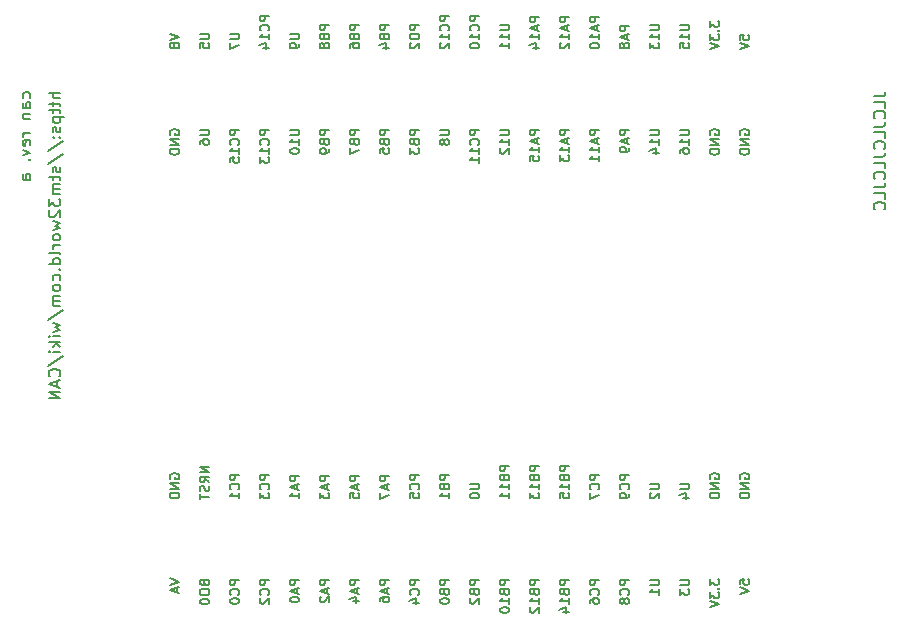
<source format=gbr>
G04 #@! TF.GenerationSoftware,KiCad,Pcbnew,7.0.9+dfsg-1*
G04 #@! TF.CreationDate,2023-12-12T22:55:21+08:00*
G04 #@! TF.ProjectId,can,63616e2e-6b69-4636-9164-5f7063625858,a*
G04 #@! TF.SameCoordinates,Original*
G04 #@! TF.FileFunction,Legend,Bot*
G04 #@! TF.FilePolarity,Positive*
%FSLAX46Y46*%
G04 Gerber Fmt 4.6, Leading zero omitted, Abs format (unit mm)*
G04 Created by KiCad (PCBNEW 7.0.9+dfsg-1) date 2023-12-12 22:55:21*
%MOMM*%
%LPD*%
G01*
G04 APERTURE LIST*
%ADD10C,0.150000*%
G04 APERTURE END LIST*
D10*
X133712295Y-112664887D02*
X132912295Y-112664887D01*
X132912295Y-112664887D02*
X132912295Y-112969649D01*
X132912295Y-112969649D02*
X132950390Y-113045839D01*
X132950390Y-113045839D02*
X132988485Y-113083934D01*
X132988485Y-113083934D02*
X133064676Y-113122030D01*
X133064676Y-113122030D02*
X133178961Y-113122030D01*
X133178961Y-113122030D02*
X133255152Y-113083934D01*
X133255152Y-113083934D02*
X133293247Y-113045839D01*
X133293247Y-113045839D02*
X133331342Y-112969649D01*
X133331342Y-112969649D02*
X133331342Y-112664887D01*
X133636104Y-113922030D02*
X133674200Y-113883934D01*
X133674200Y-113883934D02*
X133712295Y-113769649D01*
X133712295Y-113769649D02*
X133712295Y-113693458D01*
X133712295Y-113693458D02*
X133674200Y-113579172D01*
X133674200Y-113579172D02*
X133598009Y-113502982D01*
X133598009Y-113502982D02*
X133521819Y-113464887D01*
X133521819Y-113464887D02*
X133369438Y-113426791D01*
X133369438Y-113426791D02*
X133255152Y-113426791D01*
X133255152Y-113426791D02*
X133102771Y-113464887D01*
X133102771Y-113464887D02*
X133026580Y-113502982D01*
X133026580Y-113502982D02*
X132950390Y-113579172D01*
X132950390Y-113579172D02*
X132912295Y-113693458D01*
X132912295Y-113693458D02*
X132912295Y-113769649D01*
X132912295Y-113769649D02*
X132950390Y-113883934D01*
X132950390Y-113883934D02*
X132988485Y-113922030D01*
X132912295Y-114188696D02*
X132912295Y-114683934D01*
X132912295Y-114683934D02*
X133217057Y-114417268D01*
X133217057Y-114417268D02*
X133217057Y-114531553D01*
X133217057Y-114531553D02*
X133255152Y-114607744D01*
X133255152Y-114607744D02*
X133293247Y-114645839D01*
X133293247Y-114645839D02*
X133369438Y-114683934D01*
X133369438Y-114683934D02*
X133559914Y-114683934D01*
X133559914Y-114683934D02*
X133636104Y-114645839D01*
X133636104Y-114645839D02*
X133674200Y-114607744D01*
X133674200Y-114607744D02*
X133712295Y-114531553D01*
X133712295Y-114531553D02*
X133712295Y-114302982D01*
X133712295Y-114302982D02*
X133674200Y-114226791D01*
X133674200Y-114226791D02*
X133636104Y-114188696D01*
X165932295Y-74564887D02*
X166579914Y-74564887D01*
X166579914Y-74564887D02*
X166656104Y-74602982D01*
X166656104Y-74602982D02*
X166694200Y-74641077D01*
X166694200Y-74641077D02*
X166732295Y-74717268D01*
X166732295Y-74717268D02*
X166732295Y-74869649D01*
X166732295Y-74869649D02*
X166694200Y-74945839D01*
X166694200Y-74945839D02*
X166656104Y-74983934D01*
X166656104Y-74983934D02*
X166579914Y-75022030D01*
X166579914Y-75022030D02*
X165932295Y-75022030D01*
X166732295Y-75822029D02*
X166732295Y-75364886D01*
X166732295Y-75593458D02*
X165932295Y-75593458D01*
X165932295Y-75593458D02*
X166046580Y-75517267D01*
X166046580Y-75517267D02*
X166122771Y-75441077D01*
X166122771Y-75441077D02*
X166160866Y-75364886D01*
X165932295Y-76088696D02*
X165932295Y-76583934D01*
X165932295Y-76583934D02*
X166237057Y-76317268D01*
X166237057Y-76317268D02*
X166237057Y-76431553D01*
X166237057Y-76431553D02*
X166275152Y-76507744D01*
X166275152Y-76507744D02*
X166313247Y-76545839D01*
X166313247Y-76545839D02*
X166389438Y-76583934D01*
X166389438Y-76583934D02*
X166579914Y-76583934D01*
X166579914Y-76583934D02*
X166656104Y-76545839D01*
X166656104Y-76545839D02*
X166694200Y-76507744D01*
X166694200Y-76507744D02*
X166732295Y-76431553D01*
X166732295Y-76431553D02*
X166732295Y-76202982D01*
X166732295Y-76202982D02*
X166694200Y-76126791D01*
X166694200Y-76126791D02*
X166656104Y-76088696D01*
X146412295Y-83474160D02*
X145612295Y-83474160D01*
X145612295Y-83474160D02*
X145612295Y-83778922D01*
X145612295Y-83778922D02*
X145650390Y-83855112D01*
X145650390Y-83855112D02*
X145688485Y-83893207D01*
X145688485Y-83893207D02*
X145764676Y-83931303D01*
X145764676Y-83931303D02*
X145878961Y-83931303D01*
X145878961Y-83931303D02*
X145955152Y-83893207D01*
X145955152Y-83893207D02*
X145993247Y-83855112D01*
X145993247Y-83855112D02*
X146031342Y-83778922D01*
X146031342Y-83778922D02*
X146031342Y-83474160D01*
X145993247Y-84540826D02*
X146031342Y-84655112D01*
X146031342Y-84655112D02*
X146069438Y-84693207D01*
X146069438Y-84693207D02*
X146145628Y-84731303D01*
X146145628Y-84731303D02*
X146259914Y-84731303D01*
X146259914Y-84731303D02*
X146336104Y-84693207D01*
X146336104Y-84693207D02*
X146374200Y-84655112D01*
X146374200Y-84655112D02*
X146412295Y-84578922D01*
X146412295Y-84578922D02*
X146412295Y-84274160D01*
X146412295Y-84274160D02*
X145612295Y-84274160D01*
X145612295Y-84274160D02*
X145612295Y-84540826D01*
X145612295Y-84540826D02*
X145650390Y-84617017D01*
X145650390Y-84617017D02*
X145688485Y-84655112D01*
X145688485Y-84655112D02*
X145764676Y-84693207D01*
X145764676Y-84693207D02*
X145840866Y-84693207D01*
X145840866Y-84693207D02*
X145917057Y-84655112D01*
X145917057Y-84655112D02*
X145955152Y-84617017D01*
X145955152Y-84617017D02*
X145993247Y-84540826D01*
X145993247Y-84540826D02*
X145993247Y-84274160D01*
X145612295Y-84997969D02*
X145612295Y-85493207D01*
X145612295Y-85493207D02*
X145917057Y-85226541D01*
X145917057Y-85226541D02*
X145917057Y-85340826D01*
X145917057Y-85340826D02*
X145955152Y-85417017D01*
X145955152Y-85417017D02*
X145993247Y-85455112D01*
X145993247Y-85455112D02*
X146069438Y-85493207D01*
X146069438Y-85493207D02*
X146259914Y-85493207D01*
X146259914Y-85493207D02*
X146336104Y-85455112D01*
X146336104Y-85455112D02*
X146374200Y-85417017D01*
X146374200Y-85417017D02*
X146412295Y-85340826D01*
X146412295Y-85340826D02*
X146412295Y-85112255D01*
X146412295Y-85112255D02*
X146374200Y-85036064D01*
X146374200Y-85036064D02*
X146336104Y-84997969D01*
X133712295Y-73802982D02*
X132912295Y-73802982D01*
X132912295Y-73802982D02*
X132912295Y-74107744D01*
X132912295Y-74107744D02*
X132950390Y-74183934D01*
X132950390Y-74183934D02*
X132988485Y-74222029D01*
X132988485Y-74222029D02*
X133064676Y-74260125D01*
X133064676Y-74260125D02*
X133178961Y-74260125D01*
X133178961Y-74260125D02*
X133255152Y-74222029D01*
X133255152Y-74222029D02*
X133293247Y-74183934D01*
X133293247Y-74183934D02*
X133331342Y-74107744D01*
X133331342Y-74107744D02*
X133331342Y-73802982D01*
X133636104Y-75060125D02*
X133674200Y-75022029D01*
X133674200Y-75022029D02*
X133712295Y-74907744D01*
X133712295Y-74907744D02*
X133712295Y-74831553D01*
X133712295Y-74831553D02*
X133674200Y-74717267D01*
X133674200Y-74717267D02*
X133598009Y-74641077D01*
X133598009Y-74641077D02*
X133521819Y-74602982D01*
X133521819Y-74602982D02*
X133369438Y-74564886D01*
X133369438Y-74564886D02*
X133255152Y-74564886D01*
X133255152Y-74564886D02*
X133102771Y-74602982D01*
X133102771Y-74602982D02*
X133026580Y-74641077D01*
X133026580Y-74641077D02*
X132950390Y-74717267D01*
X132950390Y-74717267D02*
X132912295Y-74831553D01*
X132912295Y-74831553D02*
X132912295Y-74907744D01*
X132912295Y-74907744D02*
X132950390Y-75022029D01*
X132950390Y-75022029D02*
X132988485Y-75060125D01*
X133712295Y-75822029D02*
X133712295Y-75364886D01*
X133712295Y-75593458D02*
X132912295Y-75593458D01*
X132912295Y-75593458D02*
X133026580Y-75517267D01*
X133026580Y-75517267D02*
X133102771Y-75441077D01*
X133102771Y-75441077D02*
X133140866Y-75364886D01*
X133178961Y-76507744D02*
X133712295Y-76507744D01*
X132874200Y-76317268D02*
X133445628Y-76126791D01*
X133445628Y-76126791D02*
X133445628Y-76622030D01*
X151492295Y-83474160D02*
X150692295Y-83474160D01*
X150692295Y-83474160D02*
X150692295Y-83778922D01*
X150692295Y-83778922D02*
X150730390Y-83855112D01*
X150730390Y-83855112D02*
X150768485Y-83893207D01*
X150768485Y-83893207D02*
X150844676Y-83931303D01*
X150844676Y-83931303D02*
X150958961Y-83931303D01*
X150958961Y-83931303D02*
X151035152Y-83893207D01*
X151035152Y-83893207D02*
X151073247Y-83855112D01*
X151073247Y-83855112D02*
X151111342Y-83778922D01*
X151111342Y-83778922D02*
X151111342Y-83474160D01*
X151416104Y-84731303D02*
X151454200Y-84693207D01*
X151454200Y-84693207D02*
X151492295Y-84578922D01*
X151492295Y-84578922D02*
X151492295Y-84502731D01*
X151492295Y-84502731D02*
X151454200Y-84388445D01*
X151454200Y-84388445D02*
X151378009Y-84312255D01*
X151378009Y-84312255D02*
X151301819Y-84274160D01*
X151301819Y-84274160D02*
X151149438Y-84236064D01*
X151149438Y-84236064D02*
X151035152Y-84236064D01*
X151035152Y-84236064D02*
X150882771Y-84274160D01*
X150882771Y-84274160D02*
X150806580Y-84312255D01*
X150806580Y-84312255D02*
X150730390Y-84388445D01*
X150730390Y-84388445D02*
X150692295Y-84502731D01*
X150692295Y-84502731D02*
X150692295Y-84578922D01*
X150692295Y-84578922D02*
X150730390Y-84693207D01*
X150730390Y-84693207D02*
X150768485Y-84731303D01*
X151492295Y-85493207D02*
X151492295Y-85036064D01*
X151492295Y-85264636D02*
X150692295Y-85264636D01*
X150692295Y-85264636D02*
X150806580Y-85188445D01*
X150806580Y-85188445D02*
X150882771Y-85112255D01*
X150882771Y-85112255D02*
X150920866Y-85036064D01*
X151492295Y-86255112D02*
X151492295Y-85797969D01*
X151492295Y-86026541D02*
X150692295Y-86026541D01*
X150692295Y-86026541D02*
X150806580Y-85950350D01*
X150806580Y-85950350D02*
X150882771Y-85874160D01*
X150882771Y-85874160D02*
X150920866Y-85797969D01*
X141332295Y-83474160D02*
X140532295Y-83474160D01*
X140532295Y-83474160D02*
X140532295Y-83778922D01*
X140532295Y-83778922D02*
X140570390Y-83855112D01*
X140570390Y-83855112D02*
X140608485Y-83893207D01*
X140608485Y-83893207D02*
X140684676Y-83931303D01*
X140684676Y-83931303D02*
X140798961Y-83931303D01*
X140798961Y-83931303D02*
X140875152Y-83893207D01*
X140875152Y-83893207D02*
X140913247Y-83855112D01*
X140913247Y-83855112D02*
X140951342Y-83778922D01*
X140951342Y-83778922D02*
X140951342Y-83474160D01*
X140913247Y-84540826D02*
X140951342Y-84655112D01*
X140951342Y-84655112D02*
X140989438Y-84693207D01*
X140989438Y-84693207D02*
X141065628Y-84731303D01*
X141065628Y-84731303D02*
X141179914Y-84731303D01*
X141179914Y-84731303D02*
X141256104Y-84693207D01*
X141256104Y-84693207D02*
X141294200Y-84655112D01*
X141294200Y-84655112D02*
X141332295Y-84578922D01*
X141332295Y-84578922D02*
X141332295Y-84274160D01*
X141332295Y-84274160D02*
X140532295Y-84274160D01*
X140532295Y-84274160D02*
X140532295Y-84540826D01*
X140532295Y-84540826D02*
X140570390Y-84617017D01*
X140570390Y-84617017D02*
X140608485Y-84655112D01*
X140608485Y-84655112D02*
X140684676Y-84693207D01*
X140684676Y-84693207D02*
X140760866Y-84693207D01*
X140760866Y-84693207D02*
X140837057Y-84655112D01*
X140837057Y-84655112D02*
X140875152Y-84617017D01*
X140875152Y-84617017D02*
X140913247Y-84540826D01*
X140913247Y-84540826D02*
X140913247Y-84274160D01*
X140532295Y-84997969D02*
X140532295Y-85531303D01*
X140532295Y-85531303D02*
X141332295Y-85188445D01*
X173552295Y-75860125D02*
X173552295Y-75479173D01*
X173552295Y-75479173D02*
X173933247Y-75441077D01*
X173933247Y-75441077D02*
X173895152Y-75479173D01*
X173895152Y-75479173D02*
X173857057Y-75555363D01*
X173857057Y-75555363D02*
X173857057Y-75745839D01*
X173857057Y-75745839D02*
X173895152Y-75822030D01*
X173895152Y-75822030D02*
X173933247Y-75860125D01*
X173933247Y-75860125D02*
X174009438Y-75898220D01*
X174009438Y-75898220D02*
X174199914Y-75898220D01*
X174199914Y-75898220D02*
X174276104Y-75860125D01*
X174276104Y-75860125D02*
X174314200Y-75822030D01*
X174314200Y-75822030D02*
X174352295Y-75745839D01*
X174352295Y-75745839D02*
X174352295Y-75555363D01*
X174352295Y-75555363D02*
X174314200Y-75479173D01*
X174314200Y-75479173D02*
X174276104Y-75441077D01*
X173552295Y-76126792D02*
X174352295Y-76393459D01*
X174352295Y-76393459D02*
X173552295Y-76660125D01*
X165932295Y-83474160D02*
X166579914Y-83474160D01*
X166579914Y-83474160D02*
X166656104Y-83512255D01*
X166656104Y-83512255D02*
X166694200Y-83550350D01*
X166694200Y-83550350D02*
X166732295Y-83626541D01*
X166732295Y-83626541D02*
X166732295Y-83778922D01*
X166732295Y-83778922D02*
X166694200Y-83855112D01*
X166694200Y-83855112D02*
X166656104Y-83893207D01*
X166656104Y-83893207D02*
X166579914Y-83931303D01*
X166579914Y-83931303D02*
X165932295Y-83931303D01*
X166732295Y-84731302D02*
X166732295Y-84274159D01*
X166732295Y-84502731D02*
X165932295Y-84502731D01*
X165932295Y-84502731D02*
X166046580Y-84426540D01*
X166046580Y-84426540D02*
X166122771Y-84350350D01*
X166122771Y-84350350D02*
X166160866Y-84274159D01*
X166198961Y-85417017D02*
X166732295Y-85417017D01*
X165894200Y-85226541D02*
X166465628Y-85036064D01*
X166465628Y-85036064D02*
X166465628Y-85531303D01*
X173552295Y-121955112D02*
X173552295Y-121574160D01*
X173552295Y-121574160D02*
X173933247Y-121536064D01*
X173933247Y-121536064D02*
X173895152Y-121574160D01*
X173895152Y-121574160D02*
X173857057Y-121650350D01*
X173857057Y-121650350D02*
X173857057Y-121840826D01*
X173857057Y-121840826D02*
X173895152Y-121917017D01*
X173895152Y-121917017D02*
X173933247Y-121955112D01*
X173933247Y-121955112D02*
X174009438Y-121993207D01*
X174009438Y-121993207D02*
X174199914Y-121993207D01*
X174199914Y-121993207D02*
X174276104Y-121955112D01*
X174276104Y-121955112D02*
X174314200Y-121917017D01*
X174314200Y-121917017D02*
X174352295Y-121840826D01*
X174352295Y-121840826D02*
X174352295Y-121650350D01*
X174352295Y-121650350D02*
X174314200Y-121574160D01*
X174314200Y-121574160D02*
X174276104Y-121536064D01*
X173552295Y-122221779D02*
X174352295Y-122488446D01*
X174352295Y-122488446D02*
X173552295Y-122755112D01*
X184874819Y-80632493D02*
X185589104Y-80632493D01*
X185589104Y-80632493D02*
X185731961Y-80584874D01*
X185731961Y-80584874D02*
X185827200Y-80489636D01*
X185827200Y-80489636D02*
X185874819Y-80346779D01*
X185874819Y-80346779D02*
X185874819Y-80251541D01*
X185874819Y-81584874D02*
X185874819Y-81108684D01*
X185874819Y-81108684D02*
X184874819Y-81108684D01*
X185779580Y-82489636D02*
X185827200Y-82442017D01*
X185827200Y-82442017D02*
X185874819Y-82299160D01*
X185874819Y-82299160D02*
X185874819Y-82203922D01*
X185874819Y-82203922D02*
X185827200Y-82061065D01*
X185827200Y-82061065D02*
X185731961Y-81965827D01*
X185731961Y-81965827D02*
X185636723Y-81918208D01*
X185636723Y-81918208D02*
X185446247Y-81870589D01*
X185446247Y-81870589D02*
X185303390Y-81870589D01*
X185303390Y-81870589D02*
X185112914Y-81918208D01*
X185112914Y-81918208D02*
X185017676Y-81965827D01*
X185017676Y-81965827D02*
X184922438Y-82061065D01*
X184922438Y-82061065D02*
X184874819Y-82203922D01*
X184874819Y-82203922D02*
X184874819Y-82299160D01*
X184874819Y-82299160D02*
X184922438Y-82442017D01*
X184922438Y-82442017D02*
X184970057Y-82489636D01*
X184874819Y-83203922D02*
X185589104Y-83203922D01*
X185589104Y-83203922D02*
X185731961Y-83156303D01*
X185731961Y-83156303D02*
X185827200Y-83061065D01*
X185827200Y-83061065D02*
X185874819Y-82918208D01*
X185874819Y-82918208D02*
X185874819Y-82822970D01*
X185874819Y-84156303D02*
X185874819Y-83680113D01*
X185874819Y-83680113D02*
X184874819Y-83680113D01*
X185779580Y-85061065D02*
X185827200Y-85013446D01*
X185827200Y-85013446D02*
X185874819Y-84870589D01*
X185874819Y-84870589D02*
X185874819Y-84775351D01*
X185874819Y-84775351D02*
X185827200Y-84632494D01*
X185827200Y-84632494D02*
X185731961Y-84537256D01*
X185731961Y-84537256D02*
X185636723Y-84489637D01*
X185636723Y-84489637D02*
X185446247Y-84442018D01*
X185446247Y-84442018D02*
X185303390Y-84442018D01*
X185303390Y-84442018D02*
X185112914Y-84489637D01*
X185112914Y-84489637D02*
X185017676Y-84537256D01*
X185017676Y-84537256D02*
X184922438Y-84632494D01*
X184922438Y-84632494D02*
X184874819Y-84775351D01*
X184874819Y-84775351D02*
X184874819Y-84870589D01*
X184874819Y-84870589D02*
X184922438Y-85013446D01*
X184922438Y-85013446D02*
X184970057Y-85061065D01*
X184874819Y-85775351D02*
X185589104Y-85775351D01*
X185589104Y-85775351D02*
X185731961Y-85727732D01*
X185731961Y-85727732D02*
X185827200Y-85632494D01*
X185827200Y-85632494D02*
X185874819Y-85489637D01*
X185874819Y-85489637D02*
X185874819Y-85394399D01*
X185874819Y-86727732D02*
X185874819Y-86251542D01*
X185874819Y-86251542D02*
X184874819Y-86251542D01*
X185779580Y-87632494D02*
X185827200Y-87584875D01*
X185827200Y-87584875D02*
X185874819Y-87442018D01*
X185874819Y-87442018D02*
X185874819Y-87346780D01*
X185874819Y-87346780D02*
X185827200Y-87203923D01*
X185827200Y-87203923D02*
X185731961Y-87108685D01*
X185731961Y-87108685D02*
X185636723Y-87061066D01*
X185636723Y-87061066D02*
X185446247Y-87013447D01*
X185446247Y-87013447D02*
X185303390Y-87013447D01*
X185303390Y-87013447D02*
X185112914Y-87061066D01*
X185112914Y-87061066D02*
X185017676Y-87108685D01*
X185017676Y-87108685D02*
X184922438Y-87203923D01*
X184922438Y-87203923D02*
X184874819Y-87346780D01*
X184874819Y-87346780D02*
X184874819Y-87442018D01*
X184874819Y-87442018D02*
X184922438Y-87584875D01*
X184922438Y-87584875D02*
X184970057Y-87632494D01*
X184874819Y-88346780D02*
X185589104Y-88346780D01*
X185589104Y-88346780D02*
X185731961Y-88299161D01*
X185731961Y-88299161D02*
X185827200Y-88203923D01*
X185827200Y-88203923D02*
X185874819Y-88061066D01*
X185874819Y-88061066D02*
X185874819Y-87965828D01*
X185874819Y-89299161D02*
X185874819Y-88822971D01*
X185874819Y-88822971D02*
X184874819Y-88822971D01*
X185779580Y-90203923D02*
X185827200Y-90156304D01*
X185827200Y-90156304D02*
X185874819Y-90013447D01*
X185874819Y-90013447D02*
X185874819Y-89918209D01*
X185874819Y-89918209D02*
X185827200Y-89775352D01*
X185827200Y-89775352D02*
X185731961Y-89680114D01*
X185731961Y-89680114D02*
X185636723Y-89632495D01*
X185636723Y-89632495D02*
X185446247Y-89584876D01*
X185446247Y-89584876D02*
X185303390Y-89584876D01*
X185303390Y-89584876D02*
X185112914Y-89632495D01*
X185112914Y-89632495D02*
X185017676Y-89680114D01*
X185017676Y-89680114D02*
X184922438Y-89775352D01*
X184922438Y-89775352D02*
X184874819Y-89918209D01*
X184874819Y-89918209D02*
X184874819Y-90013447D01*
X184874819Y-90013447D02*
X184922438Y-90156304D01*
X184922438Y-90156304D02*
X184970057Y-90203923D01*
X168472295Y-83474160D02*
X169119914Y-83474160D01*
X169119914Y-83474160D02*
X169196104Y-83512255D01*
X169196104Y-83512255D02*
X169234200Y-83550350D01*
X169234200Y-83550350D02*
X169272295Y-83626541D01*
X169272295Y-83626541D02*
X169272295Y-83778922D01*
X169272295Y-83778922D02*
X169234200Y-83855112D01*
X169234200Y-83855112D02*
X169196104Y-83893207D01*
X169196104Y-83893207D02*
X169119914Y-83931303D01*
X169119914Y-83931303D02*
X168472295Y-83931303D01*
X169272295Y-84731302D02*
X169272295Y-84274159D01*
X169272295Y-84502731D02*
X168472295Y-84502731D01*
X168472295Y-84502731D02*
X168586580Y-84426540D01*
X168586580Y-84426540D02*
X168662771Y-84350350D01*
X168662771Y-84350350D02*
X168700866Y-84274159D01*
X168472295Y-85417017D02*
X168472295Y-85264636D01*
X168472295Y-85264636D02*
X168510390Y-85188445D01*
X168510390Y-85188445D02*
X168548485Y-85150350D01*
X168548485Y-85150350D02*
X168662771Y-85074160D01*
X168662771Y-85074160D02*
X168815152Y-85036064D01*
X168815152Y-85036064D02*
X169119914Y-85036064D01*
X169119914Y-85036064D02*
X169196104Y-85074160D01*
X169196104Y-85074160D02*
X169234200Y-85112255D01*
X169234200Y-85112255D02*
X169272295Y-85188445D01*
X169272295Y-85188445D02*
X169272295Y-85340826D01*
X169272295Y-85340826D02*
X169234200Y-85417017D01*
X169234200Y-85417017D02*
X169196104Y-85455112D01*
X169196104Y-85455112D02*
X169119914Y-85493207D01*
X169119914Y-85493207D02*
X168929438Y-85493207D01*
X168929438Y-85493207D02*
X168853247Y-85455112D01*
X168853247Y-85455112D02*
X168815152Y-85417017D01*
X168815152Y-85417017D02*
X168777057Y-85340826D01*
X168777057Y-85340826D02*
X168777057Y-85188445D01*
X168777057Y-85188445D02*
X168815152Y-85112255D01*
X168815152Y-85112255D02*
X168853247Y-85074160D01*
X168853247Y-85074160D02*
X168929438Y-85036064D01*
X159112295Y-73917268D02*
X158312295Y-73917268D01*
X158312295Y-73917268D02*
X158312295Y-74222030D01*
X158312295Y-74222030D02*
X158350390Y-74298220D01*
X158350390Y-74298220D02*
X158388485Y-74336315D01*
X158388485Y-74336315D02*
X158464676Y-74374411D01*
X158464676Y-74374411D02*
X158578961Y-74374411D01*
X158578961Y-74374411D02*
X158655152Y-74336315D01*
X158655152Y-74336315D02*
X158693247Y-74298220D01*
X158693247Y-74298220D02*
X158731342Y-74222030D01*
X158731342Y-74222030D02*
X158731342Y-73917268D01*
X158883723Y-74679172D02*
X158883723Y-75060125D01*
X159112295Y-74602982D02*
X158312295Y-74869649D01*
X158312295Y-74869649D02*
X159112295Y-75136315D01*
X159112295Y-75822029D02*
X159112295Y-75364886D01*
X159112295Y-75593458D02*
X158312295Y-75593458D01*
X158312295Y-75593458D02*
X158426580Y-75517267D01*
X158426580Y-75517267D02*
X158502771Y-75441077D01*
X158502771Y-75441077D02*
X158540866Y-75364886D01*
X158388485Y-76126791D02*
X158350390Y-76164887D01*
X158350390Y-76164887D02*
X158312295Y-76241077D01*
X158312295Y-76241077D02*
X158312295Y-76431553D01*
X158312295Y-76431553D02*
X158350390Y-76507744D01*
X158350390Y-76507744D02*
X158388485Y-76545839D01*
X158388485Y-76545839D02*
X158464676Y-76583934D01*
X158464676Y-76583934D02*
X158540866Y-76583934D01*
X158540866Y-76583934D02*
X158655152Y-76545839D01*
X158655152Y-76545839D02*
X159112295Y-76088696D01*
X159112295Y-76088696D02*
X159112295Y-76583934D01*
X156572295Y-121574160D02*
X155772295Y-121574160D01*
X155772295Y-121574160D02*
X155772295Y-121878922D01*
X155772295Y-121878922D02*
X155810390Y-121955112D01*
X155810390Y-121955112D02*
X155848485Y-121993207D01*
X155848485Y-121993207D02*
X155924676Y-122031303D01*
X155924676Y-122031303D02*
X156038961Y-122031303D01*
X156038961Y-122031303D02*
X156115152Y-121993207D01*
X156115152Y-121993207D02*
X156153247Y-121955112D01*
X156153247Y-121955112D02*
X156191342Y-121878922D01*
X156191342Y-121878922D02*
X156191342Y-121574160D01*
X156153247Y-122640826D02*
X156191342Y-122755112D01*
X156191342Y-122755112D02*
X156229438Y-122793207D01*
X156229438Y-122793207D02*
X156305628Y-122831303D01*
X156305628Y-122831303D02*
X156419914Y-122831303D01*
X156419914Y-122831303D02*
X156496104Y-122793207D01*
X156496104Y-122793207D02*
X156534200Y-122755112D01*
X156534200Y-122755112D02*
X156572295Y-122678922D01*
X156572295Y-122678922D02*
X156572295Y-122374160D01*
X156572295Y-122374160D02*
X155772295Y-122374160D01*
X155772295Y-122374160D02*
X155772295Y-122640826D01*
X155772295Y-122640826D02*
X155810390Y-122717017D01*
X155810390Y-122717017D02*
X155848485Y-122755112D01*
X155848485Y-122755112D02*
X155924676Y-122793207D01*
X155924676Y-122793207D02*
X156000866Y-122793207D01*
X156000866Y-122793207D02*
X156077057Y-122755112D01*
X156077057Y-122755112D02*
X156115152Y-122717017D01*
X156115152Y-122717017D02*
X156153247Y-122640826D01*
X156153247Y-122640826D02*
X156153247Y-122374160D01*
X156572295Y-123593207D02*
X156572295Y-123136064D01*
X156572295Y-123364636D02*
X155772295Y-123364636D01*
X155772295Y-123364636D02*
X155886580Y-123288445D01*
X155886580Y-123288445D02*
X155962771Y-123212255D01*
X155962771Y-123212255D02*
X156000866Y-123136064D01*
X155848485Y-123897969D02*
X155810390Y-123936065D01*
X155810390Y-123936065D02*
X155772295Y-124012255D01*
X155772295Y-124012255D02*
X155772295Y-124202731D01*
X155772295Y-124202731D02*
X155810390Y-124278922D01*
X155810390Y-124278922D02*
X155848485Y-124317017D01*
X155848485Y-124317017D02*
X155924676Y-124355112D01*
X155924676Y-124355112D02*
X156000866Y-124355112D01*
X156000866Y-124355112D02*
X156115152Y-124317017D01*
X156115152Y-124317017D02*
X156572295Y-123859874D01*
X156572295Y-123859874D02*
X156572295Y-124355112D01*
X173590390Y-113007744D02*
X173552295Y-112931554D01*
X173552295Y-112931554D02*
X173552295Y-112817268D01*
X173552295Y-112817268D02*
X173590390Y-112702982D01*
X173590390Y-112702982D02*
X173666580Y-112626792D01*
X173666580Y-112626792D02*
X173742771Y-112588697D01*
X173742771Y-112588697D02*
X173895152Y-112550601D01*
X173895152Y-112550601D02*
X174009438Y-112550601D01*
X174009438Y-112550601D02*
X174161819Y-112588697D01*
X174161819Y-112588697D02*
X174238009Y-112626792D01*
X174238009Y-112626792D02*
X174314200Y-112702982D01*
X174314200Y-112702982D02*
X174352295Y-112817268D01*
X174352295Y-112817268D02*
X174352295Y-112893459D01*
X174352295Y-112893459D02*
X174314200Y-113007744D01*
X174314200Y-113007744D02*
X174276104Y-113045840D01*
X174276104Y-113045840D02*
X174009438Y-113045840D01*
X174009438Y-113045840D02*
X174009438Y-112893459D01*
X174352295Y-113388697D02*
X173552295Y-113388697D01*
X173552295Y-113388697D02*
X174352295Y-113845840D01*
X174352295Y-113845840D02*
X173552295Y-113845840D01*
X174352295Y-114226792D02*
X173552295Y-114226792D01*
X173552295Y-114226792D02*
X173552295Y-114417268D01*
X173552295Y-114417268D02*
X173590390Y-114531554D01*
X173590390Y-114531554D02*
X173666580Y-114607744D01*
X173666580Y-114607744D02*
X173742771Y-114645839D01*
X173742771Y-114645839D02*
X173895152Y-114683935D01*
X173895152Y-114683935D02*
X174009438Y-114683935D01*
X174009438Y-114683935D02*
X174161819Y-114645839D01*
X174161819Y-114645839D02*
X174238009Y-114607744D01*
X174238009Y-114607744D02*
X174314200Y-114531554D01*
X174314200Y-114531554D02*
X174352295Y-114417268D01*
X174352295Y-114417268D02*
X174352295Y-114226792D01*
X127832295Y-83474160D02*
X128479914Y-83474160D01*
X128479914Y-83474160D02*
X128556104Y-83512255D01*
X128556104Y-83512255D02*
X128594200Y-83550350D01*
X128594200Y-83550350D02*
X128632295Y-83626541D01*
X128632295Y-83626541D02*
X128632295Y-83778922D01*
X128632295Y-83778922D02*
X128594200Y-83855112D01*
X128594200Y-83855112D02*
X128556104Y-83893207D01*
X128556104Y-83893207D02*
X128479914Y-83931303D01*
X128479914Y-83931303D02*
X127832295Y-83931303D01*
X127832295Y-84655112D02*
X127832295Y-84502731D01*
X127832295Y-84502731D02*
X127870390Y-84426540D01*
X127870390Y-84426540D02*
X127908485Y-84388445D01*
X127908485Y-84388445D02*
X128022771Y-84312255D01*
X128022771Y-84312255D02*
X128175152Y-84274159D01*
X128175152Y-84274159D02*
X128479914Y-84274159D01*
X128479914Y-84274159D02*
X128556104Y-84312255D01*
X128556104Y-84312255D02*
X128594200Y-84350350D01*
X128594200Y-84350350D02*
X128632295Y-84426540D01*
X128632295Y-84426540D02*
X128632295Y-84578921D01*
X128632295Y-84578921D02*
X128594200Y-84655112D01*
X128594200Y-84655112D02*
X128556104Y-84693207D01*
X128556104Y-84693207D02*
X128479914Y-84731302D01*
X128479914Y-84731302D02*
X128289438Y-84731302D01*
X128289438Y-84731302D02*
X128213247Y-84693207D01*
X128213247Y-84693207D02*
X128175152Y-84655112D01*
X128175152Y-84655112D02*
X128137057Y-84578921D01*
X128137057Y-84578921D02*
X128137057Y-84426540D01*
X128137057Y-84426540D02*
X128175152Y-84350350D01*
X128175152Y-84350350D02*
X128213247Y-84312255D01*
X128213247Y-84312255D02*
X128289438Y-84274159D01*
X146412295Y-112664887D02*
X145612295Y-112664887D01*
X145612295Y-112664887D02*
X145612295Y-112969649D01*
X145612295Y-112969649D02*
X145650390Y-113045839D01*
X145650390Y-113045839D02*
X145688485Y-113083934D01*
X145688485Y-113083934D02*
X145764676Y-113122030D01*
X145764676Y-113122030D02*
X145878961Y-113122030D01*
X145878961Y-113122030D02*
X145955152Y-113083934D01*
X145955152Y-113083934D02*
X145993247Y-113045839D01*
X145993247Y-113045839D02*
X146031342Y-112969649D01*
X146031342Y-112969649D02*
X146031342Y-112664887D01*
X146336104Y-113922030D02*
X146374200Y-113883934D01*
X146374200Y-113883934D02*
X146412295Y-113769649D01*
X146412295Y-113769649D02*
X146412295Y-113693458D01*
X146412295Y-113693458D02*
X146374200Y-113579172D01*
X146374200Y-113579172D02*
X146298009Y-113502982D01*
X146298009Y-113502982D02*
X146221819Y-113464887D01*
X146221819Y-113464887D02*
X146069438Y-113426791D01*
X146069438Y-113426791D02*
X145955152Y-113426791D01*
X145955152Y-113426791D02*
X145802771Y-113464887D01*
X145802771Y-113464887D02*
X145726580Y-113502982D01*
X145726580Y-113502982D02*
X145650390Y-113579172D01*
X145650390Y-113579172D02*
X145612295Y-113693458D01*
X145612295Y-113693458D02*
X145612295Y-113769649D01*
X145612295Y-113769649D02*
X145650390Y-113883934D01*
X145650390Y-113883934D02*
X145688485Y-113922030D01*
X145612295Y-114645839D02*
X145612295Y-114264887D01*
X145612295Y-114264887D02*
X145993247Y-114226791D01*
X145993247Y-114226791D02*
X145955152Y-114264887D01*
X145955152Y-114264887D02*
X145917057Y-114341077D01*
X145917057Y-114341077D02*
X145917057Y-114531553D01*
X145917057Y-114531553D02*
X145955152Y-114607744D01*
X145955152Y-114607744D02*
X145993247Y-114645839D01*
X145993247Y-114645839D02*
X146069438Y-114683934D01*
X146069438Y-114683934D02*
X146259914Y-114683934D01*
X146259914Y-114683934D02*
X146336104Y-114645839D01*
X146336104Y-114645839D02*
X146374200Y-114607744D01*
X146374200Y-114607744D02*
X146412295Y-114531553D01*
X146412295Y-114531553D02*
X146412295Y-114341077D01*
X146412295Y-114341077D02*
X146374200Y-114264887D01*
X146374200Y-114264887D02*
X146336104Y-114226791D01*
X165932295Y-113426792D02*
X166579914Y-113426792D01*
X166579914Y-113426792D02*
X166656104Y-113464887D01*
X166656104Y-113464887D02*
X166694200Y-113502982D01*
X166694200Y-113502982D02*
X166732295Y-113579173D01*
X166732295Y-113579173D02*
X166732295Y-113731554D01*
X166732295Y-113731554D02*
X166694200Y-113807744D01*
X166694200Y-113807744D02*
X166656104Y-113845839D01*
X166656104Y-113845839D02*
X166579914Y-113883935D01*
X166579914Y-113883935D02*
X165932295Y-113883935D01*
X166008485Y-114226791D02*
X165970390Y-114264887D01*
X165970390Y-114264887D02*
X165932295Y-114341077D01*
X165932295Y-114341077D02*
X165932295Y-114531553D01*
X165932295Y-114531553D02*
X165970390Y-114607744D01*
X165970390Y-114607744D02*
X166008485Y-114645839D01*
X166008485Y-114645839D02*
X166084676Y-114683934D01*
X166084676Y-114683934D02*
X166160866Y-114683934D01*
X166160866Y-114683934D02*
X166275152Y-114645839D01*
X166275152Y-114645839D02*
X166732295Y-114188696D01*
X166732295Y-114188696D02*
X166732295Y-114683934D01*
X136252295Y-112779173D02*
X135452295Y-112779173D01*
X135452295Y-112779173D02*
X135452295Y-113083935D01*
X135452295Y-113083935D02*
X135490390Y-113160125D01*
X135490390Y-113160125D02*
X135528485Y-113198220D01*
X135528485Y-113198220D02*
X135604676Y-113236316D01*
X135604676Y-113236316D02*
X135718961Y-113236316D01*
X135718961Y-113236316D02*
X135795152Y-113198220D01*
X135795152Y-113198220D02*
X135833247Y-113160125D01*
X135833247Y-113160125D02*
X135871342Y-113083935D01*
X135871342Y-113083935D02*
X135871342Y-112779173D01*
X136023723Y-113541077D02*
X136023723Y-113922030D01*
X136252295Y-113464887D02*
X135452295Y-113731554D01*
X135452295Y-113731554D02*
X136252295Y-113998220D01*
X136252295Y-114683934D02*
X136252295Y-114226791D01*
X136252295Y-114455363D02*
X135452295Y-114455363D01*
X135452295Y-114455363D02*
X135566580Y-114379172D01*
X135566580Y-114379172D02*
X135642771Y-114302982D01*
X135642771Y-114302982D02*
X135680866Y-114226791D01*
X168472295Y-113426792D02*
X169119914Y-113426792D01*
X169119914Y-113426792D02*
X169196104Y-113464887D01*
X169196104Y-113464887D02*
X169234200Y-113502982D01*
X169234200Y-113502982D02*
X169272295Y-113579173D01*
X169272295Y-113579173D02*
X169272295Y-113731554D01*
X169272295Y-113731554D02*
X169234200Y-113807744D01*
X169234200Y-113807744D02*
X169196104Y-113845839D01*
X169196104Y-113845839D02*
X169119914Y-113883935D01*
X169119914Y-113883935D02*
X168472295Y-113883935D01*
X168738961Y-114607744D02*
X169272295Y-114607744D01*
X168434200Y-114417268D02*
X169005628Y-114226791D01*
X169005628Y-114226791D02*
X169005628Y-114722030D01*
X168472295Y-74564887D02*
X169119914Y-74564887D01*
X169119914Y-74564887D02*
X169196104Y-74602982D01*
X169196104Y-74602982D02*
X169234200Y-74641077D01*
X169234200Y-74641077D02*
X169272295Y-74717268D01*
X169272295Y-74717268D02*
X169272295Y-74869649D01*
X169272295Y-74869649D02*
X169234200Y-74945839D01*
X169234200Y-74945839D02*
X169196104Y-74983934D01*
X169196104Y-74983934D02*
X169119914Y-75022030D01*
X169119914Y-75022030D02*
X168472295Y-75022030D01*
X169272295Y-75822029D02*
X169272295Y-75364886D01*
X169272295Y-75593458D02*
X168472295Y-75593458D01*
X168472295Y-75593458D02*
X168586580Y-75517267D01*
X168586580Y-75517267D02*
X168662771Y-75441077D01*
X168662771Y-75441077D02*
X168700866Y-75364886D01*
X168472295Y-76545839D02*
X168472295Y-76164887D01*
X168472295Y-76164887D02*
X168853247Y-76126791D01*
X168853247Y-76126791D02*
X168815152Y-76164887D01*
X168815152Y-76164887D02*
X168777057Y-76241077D01*
X168777057Y-76241077D02*
X168777057Y-76431553D01*
X168777057Y-76431553D02*
X168815152Y-76507744D01*
X168815152Y-76507744D02*
X168853247Y-76545839D01*
X168853247Y-76545839D02*
X168929438Y-76583934D01*
X168929438Y-76583934D02*
X169119914Y-76583934D01*
X169119914Y-76583934D02*
X169196104Y-76545839D01*
X169196104Y-76545839D02*
X169234200Y-76507744D01*
X169234200Y-76507744D02*
X169272295Y-76431553D01*
X169272295Y-76431553D02*
X169272295Y-76241077D01*
X169272295Y-76241077D02*
X169234200Y-76164887D01*
X169234200Y-76164887D02*
X169196104Y-76126791D01*
X156572295Y-73917268D02*
X155772295Y-73917268D01*
X155772295Y-73917268D02*
X155772295Y-74222030D01*
X155772295Y-74222030D02*
X155810390Y-74298220D01*
X155810390Y-74298220D02*
X155848485Y-74336315D01*
X155848485Y-74336315D02*
X155924676Y-74374411D01*
X155924676Y-74374411D02*
X156038961Y-74374411D01*
X156038961Y-74374411D02*
X156115152Y-74336315D01*
X156115152Y-74336315D02*
X156153247Y-74298220D01*
X156153247Y-74298220D02*
X156191342Y-74222030D01*
X156191342Y-74222030D02*
X156191342Y-73917268D01*
X156343723Y-74679172D02*
X156343723Y-75060125D01*
X156572295Y-74602982D02*
X155772295Y-74869649D01*
X155772295Y-74869649D02*
X156572295Y-75136315D01*
X156572295Y-75822029D02*
X156572295Y-75364886D01*
X156572295Y-75593458D02*
X155772295Y-75593458D01*
X155772295Y-75593458D02*
X155886580Y-75517267D01*
X155886580Y-75517267D02*
X155962771Y-75441077D01*
X155962771Y-75441077D02*
X156000866Y-75364886D01*
X156038961Y-76507744D02*
X156572295Y-76507744D01*
X155734200Y-76317268D02*
X156305628Y-76126791D01*
X156305628Y-76126791D02*
X156305628Y-76622030D01*
X151492295Y-121574160D02*
X150692295Y-121574160D01*
X150692295Y-121574160D02*
X150692295Y-121878922D01*
X150692295Y-121878922D02*
X150730390Y-121955112D01*
X150730390Y-121955112D02*
X150768485Y-121993207D01*
X150768485Y-121993207D02*
X150844676Y-122031303D01*
X150844676Y-122031303D02*
X150958961Y-122031303D01*
X150958961Y-122031303D02*
X151035152Y-121993207D01*
X151035152Y-121993207D02*
X151073247Y-121955112D01*
X151073247Y-121955112D02*
X151111342Y-121878922D01*
X151111342Y-121878922D02*
X151111342Y-121574160D01*
X151073247Y-122640826D02*
X151111342Y-122755112D01*
X151111342Y-122755112D02*
X151149438Y-122793207D01*
X151149438Y-122793207D02*
X151225628Y-122831303D01*
X151225628Y-122831303D02*
X151339914Y-122831303D01*
X151339914Y-122831303D02*
X151416104Y-122793207D01*
X151416104Y-122793207D02*
X151454200Y-122755112D01*
X151454200Y-122755112D02*
X151492295Y-122678922D01*
X151492295Y-122678922D02*
X151492295Y-122374160D01*
X151492295Y-122374160D02*
X150692295Y-122374160D01*
X150692295Y-122374160D02*
X150692295Y-122640826D01*
X150692295Y-122640826D02*
X150730390Y-122717017D01*
X150730390Y-122717017D02*
X150768485Y-122755112D01*
X150768485Y-122755112D02*
X150844676Y-122793207D01*
X150844676Y-122793207D02*
X150920866Y-122793207D01*
X150920866Y-122793207D02*
X150997057Y-122755112D01*
X150997057Y-122755112D02*
X151035152Y-122717017D01*
X151035152Y-122717017D02*
X151073247Y-122640826D01*
X151073247Y-122640826D02*
X151073247Y-122374160D01*
X150768485Y-123136064D02*
X150730390Y-123174160D01*
X150730390Y-123174160D02*
X150692295Y-123250350D01*
X150692295Y-123250350D02*
X150692295Y-123440826D01*
X150692295Y-123440826D02*
X150730390Y-123517017D01*
X150730390Y-123517017D02*
X150768485Y-123555112D01*
X150768485Y-123555112D02*
X150844676Y-123593207D01*
X150844676Y-123593207D02*
X150920866Y-123593207D01*
X150920866Y-123593207D02*
X151035152Y-123555112D01*
X151035152Y-123555112D02*
X151492295Y-123097969D01*
X151492295Y-123097969D02*
X151492295Y-123593207D01*
X171050390Y-113007744D02*
X171012295Y-112931554D01*
X171012295Y-112931554D02*
X171012295Y-112817268D01*
X171012295Y-112817268D02*
X171050390Y-112702982D01*
X171050390Y-112702982D02*
X171126580Y-112626792D01*
X171126580Y-112626792D02*
X171202771Y-112588697D01*
X171202771Y-112588697D02*
X171355152Y-112550601D01*
X171355152Y-112550601D02*
X171469438Y-112550601D01*
X171469438Y-112550601D02*
X171621819Y-112588697D01*
X171621819Y-112588697D02*
X171698009Y-112626792D01*
X171698009Y-112626792D02*
X171774200Y-112702982D01*
X171774200Y-112702982D02*
X171812295Y-112817268D01*
X171812295Y-112817268D02*
X171812295Y-112893459D01*
X171812295Y-112893459D02*
X171774200Y-113007744D01*
X171774200Y-113007744D02*
X171736104Y-113045840D01*
X171736104Y-113045840D02*
X171469438Y-113045840D01*
X171469438Y-113045840D02*
X171469438Y-112893459D01*
X171812295Y-113388697D02*
X171012295Y-113388697D01*
X171012295Y-113388697D02*
X171812295Y-113845840D01*
X171812295Y-113845840D02*
X171012295Y-113845840D01*
X171812295Y-114226792D02*
X171012295Y-114226792D01*
X171012295Y-114226792D02*
X171012295Y-114417268D01*
X171012295Y-114417268D02*
X171050390Y-114531554D01*
X171050390Y-114531554D02*
X171126580Y-114607744D01*
X171126580Y-114607744D02*
X171202771Y-114645839D01*
X171202771Y-114645839D02*
X171355152Y-114683935D01*
X171355152Y-114683935D02*
X171469438Y-114683935D01*
X171469438Y-114683935D02*
X171621819Y-114645839D01*
X171621819Y-114645839D02*
X171698009Y-114607744D01*
X171698009Y-114607744D02*
X171774200Y-114531554D01*
X171774200Y-114531554D02*
X171812295Y-114417268D01*
X171812295Y-114417268D02*
X171812295Y-114226792D01*
X138792295Y-121574160D02*
X137992295Y-121574160D01*
X137992295Y-121574160D02*
X137992295Y-121878922D01*
X137992295Y-121878922D02*
X138030390Y-121955112D01*
X138030390Y-121955112D02*
X138068485Y-121993207D01*
X138068485Y-121993207D02*
X138144676Y-122031303D01*
X138144676Y-122031303D02*
X138258961Y-122031303D01*
X138258961Y-122031303D02*
X138335152Y-121993207D01*
X138335152Y-121993207D02*
X138373247Y-121955112D01*
X138373247Y-121955112D02*
X138411342Y-121878922D01*
X138411342Y-121878922D02*
X138411342Y-121574160D01*
X138563723Y-122336064D02*
X138563723Y-122717017D01*
X138792295Y-122259874D02*
X137992295Y-122526541D01*
X137992295Y-122526541D02*
X138792295Y-122793207D01*
X138068485Y-123021778D02*
X138030390Y-123059874D01*
X138030390Y-123059874D02*
X137992295Y-123136064D01*
X137992295Y-123136064D02*
X137992295Y-123326540D01*
X137992295Y-123326540D02*
X138030390Y-123402731D01*
X138030390Y-123402731D02*
X138068485Y-123440826D01*
X138068485Y-123440826D02*
X138144676Y-123478921D01*
X138144676Y-123478921D02*
X138220866Y-123478921D01*
X138220866Y-123478921D02*
X138335152Y-123440826D01*
X138335152Y-123440826D02*
X138792295Y-122983683D01*
X138792295Y-122983683D02*
X138792295Y-123478921D01*
X131172295Y-121574160D02*
X130372295Y-121574160D01*
X130372295Y-121574160D02*
X130372295Y-121878922D01*
X130372295Y-121878922D02*
X130410390Y-121955112D01*
X130410390Y-121955112D02*
X130448485Y-121993207D01*
X130448485Y-121993207D02*
X130524676Y-122031303D01*
X130524676Y-122031303D02*
X130638961Y-122031303D01*
X130638961Y-122031303D02*
X130715152Y-121993207D01*
X130715152Y-121993207D02*
X130753247Y-121955112D01*
X130753247Y-121955112D02*
X130791342Y-121878922D01*
X130791342Y-121878922D02*
X130791342Y-121574160D01*
X131096104Y-122831303D02*
X131134200Y-122793207D01*
X131134200Y-122793207D02*
X131172295Y-122678922D01*
X131172295Y-122678922D02*
X131172295Y-122602731D01*
X131172295Y-122602731D02*
X131134200Y-122488445D01*
X131134200Y-122488445D02*
X131058009Y-122412255D01*
X131058009Y-122412255D02*
X130981819Y-122374160D01*
X130981819Y-122374160D02*
X130829438Y-122336064D01*
X130829438Y-122336064D02*
X130715152Y-122336064D01*
X130715152Y-122336064D02*
X130562771Y-122374160D01*
X130562771Y-122374160D02*
X130486580Y-122412255D01*
X130486580Y-122412255D02*
X130410390Y-122488445D01*
X130410390Y-122488445D02*
X130372295Y-122602731D01*
X130372295Y-122602731D02*
X130372295Y-122678922D01*
X130372295Y-122678922D02*
X130410390Y-122793207D01*
X130410390Y-122793207D02*
X130448485Y-122831303D01*
X130372295Y-123326541D02*
X130372295Y-123402731D01*
X130372295Y-123402731D02*
X130410390Y-123478922D01*
X130410390Y-123478922D02*
X130448485Y-123517017D01*
X130448485Y-123517017D02*
X130524676Y-123555112D01*
X130524676Y-123555112D02*
X130677057Y-123593207D01*
X130677057Y-123593207D02*
X130867533Y-123593207D01*
X130867533Y-123593207D02*
X131019914Y-123555112D01*
X131019914Y-123555112D02*
X131096104Y-123517017D01*
X131096104Y-123517017D02*
X131134200Y-123478922D01*
X131134200Y-123478922D02*
X131172295Y-123402731D01*
X131172295Y-123402731D02*
X131172295Y-123326541D01*
X131172295Y-123326541D02*
X131134200Y-123250350D01*
X131134200Y-123250350D02*
X131096104Y-123212255D01*
X131096104Y-123212255D02*
X131019914Y-123174160D01*
X131019914Y-123174160D02*
X130867533Y-123136064D01*
X130867533Y-123136064D02*
X130677057Y-123136064D01*
X130677057Y-123136064D02*
X130524676Y-123174160D01*
X130524676Y-123174160D02*
X130448485Y-123212255D01*
X130448485Y-123212255D02*
X130410390Y-123250350D01*
X130410390Y-123250350D02*
X130372295Y-123326541D01*
X113437200Y-80775350D02*
X113484819Y-80680112D01*
X113484819Y-80680112D02*
X113484819Y-80489636D01*
X113484819Y-80489636D02*
X113437200Y-80394398D01*
X113437200Y-80394398D02*
X113389580Y-80346779D01*
X113389580Y-80346779D02*
X113294342Y-80299160D01*
X113294342Y-80299160D02*
X113008628Y-80299160D01*
X113008628Y-80299160D02*
X112913390Y-80346779D01*
X112913390Y-80346779D02*
X112865771Y-80394398D01*
X112865771Y-80394398D02*
X112818152Y-80489636D01*
X112818152Y-80489636D02*
X112818152Y-80680112D01*
X112818152Y-80680112D02*
X112865771Y-80775350D01*
X113484819Y-81632493D02*
X112961009Y-81632493D01*
X112961009Y-81632493D02*
X112865771Y-81584874D01*
X112865771Y-81584874D02*
X112818152Y-81489636D01*
X112818152Y-81489636D02*
X112818152Y-81299160D01*
X112818152Y-81299160D02*
X112865771Y-81203922D01*
X113437200Y-81632493D02*
X113484819Y-81537255D01*
X113484819Y-81537255D02*
X113484819Y-81299160D01*
X113484819Y-81299160D02*
X113437200Y-81203922D01*
X113437200Y-81203922D02*
X113341961Y-81156303D01*
X113341961Y-81156303D02*
X113246723Y-81156303D01*
X113246723Y-81156303D02*
X113151485Y-81203922D01*
X113151485Y-81203922D02*
X113103866Y-81299160D01*
X113103866Y-81299160D02*
X113103866Y-81537255D01*
X113103866Y-81537255D02*
X113056247Y-81632493D01*
X112818152Y-82108684D02*
X113484819Y-82108684D01*
X112913390Y-82108684D02*
X112865771Y-82156303D01*
X112865771Y-82156303D02*
X112818152Y-82251541D01*
X112818152Y-82251541D02*
X112818152Y-82394398D01*
X112818152Y-82394398D02*
X112865771Y-82489636D01*
X112865771Y-82489636D02*
X112961009Y-82537255D01*
X112961009Y-82537255D02*
X113484819Y-82537255D01*
X113484819Y-83775351D02*
X112818152Y-83775351D01*
X113008628Y-83775351D02*
X112913390Y-83822970D01*
X112913390Y-83822970D02*
X112865771Y-83870589D01*
X112865771Y-83870589D02*
X112818152Y-83965827D01*
X112818152Y-83965827D02*
X112818152Y-84061065D01*
X113437200Y-84775351D02*
X113484819Y-84680113D01*
X113484819Y-84680113D02*
X113484819Y-84489637D01*
X113484819Y-84489637D02*
X113437200Y-84394399D01*
X113437200Y-84394399D02*
X113341961Y-84346780D01*
X113341961Y-84346780D02*
X112961009Y-84346780D01*
X112961009Y-84346780D02*
X112865771Y-84394399D01*
X112865771Y-84394399D02*
X112818152Y-84489637D01*
X112818152Y-84489637D02*
X112818152Y-84680113D01*
X112818152Y-84680113D02*
X112865771Y-84775351D01*
X112865771Y-84775351D02*
X112961009Y-84822970D01*
X112961009Y-84822970D02*
X113056247Y-84822970D01*
X113056247Y-84822970D02*
X113151485Y-84346780D01*
X112818152Y-85156304D02*
X113484819Y-85394399D01*
X113484819Y-85394399D02*
X112818152Y-85632494D01*
X113389580Y-86013447D02*
X113437200Y-86061066D01*
X113437200Y-86061066D02*
X113484819Y-86013447D01*
X113484819Y-86013447D02*
X113437200Y-85965828D01*
X113437200Y-85965828D02*
X113389580Y-86013447D01*
X113389580Y-86013447D02*
X113484819Y-86013447D01*
X113484819Y-87680113D02*
X112961009Y-87680113D01*
X112961009Y-87680113D02*
X112865771Y-87632494D01*
X112865771Y-87632494D02*
X112818152Y-87537256D01*
X112818152Y-87537256D02*
X112818152Y-87346780D01*
X112818152Y-87346780D02*
X112865771Y-87251542D01*
X113437200Y-87680113D02*
X113484819Y-87584875D01*
X113484819Y-87584875D02*
X113484819Y-87346780D01*
X113484819Y-87346780D02*
X113437200Y-87251542D01*
X113437200Y-87251542D02*
X113341961Y-87203923D01*
X113341961Y-87203923D02*
X113246723Y-87203923D01*
X113246723Y-87203923D02*
X113151485Y-87251542D01*
X113151485Y-87251542D02*
X113103866Y-87346780D01*
X113103866Y-87346780D02*
X113103866Y-87584875D01*
X113103866Y-87584875D02*
X113056247Y-87680113D01*
X138792295Y-74564887D02*
X137992295Y-74564887D01*
X137992295Y-74564887D02*
X137992295Y-74869649D01*
X137992295Y-74869649D02*
X138030390Y-74945839D01*
X138030390Y-74945839D02*
X138068485Y-74983934D01*
X138068485Y-74983934D02*
X138144676Y-75022030D01*
X138144676Y-75022030D02*
X138258961Y-75022030D01*
X138258961Y-75022030D02*
X138335152Y-74983934D01*
X138335152Y-74983934D02*
X138373247Y-74945839D01*
X138373247Y-74945839D02*
X138411342Y-74869649D01*
X138411342Y-74869649D02*
X138411342Y-74564887D01*
X138373247Y-75631553D02*
X138411342Y-75745839D01*
X138411342Y-75745839D02*
X138449438Y-75783934D01*
X138449438Y-75783934D02*
X138525628Y-75822030D01*
X138525628Y-75822030D02*
X138639914Y-75822030D01*
X138639914Y-75822030D02*
X138716104Y-75783934D01*
X138716104Y-75783934D02*
X138754200Y-75745839D01*
X138754200Y-75745839D02*
X138792295Y-75669649D01*
X138792295Y-75669649D02*
X138792295Y-75364887D01*
X138792295Y-75364887D02*
X137992295Y-75364887D01*
X137992295Y-75364887D02*
X137992295Y-75631553D01*
X137992295Y-75631553D02*
X138030390Y-75707744D01*
X138030390Y-75707744D02*
X138068485Y-75745839D01*
X138068485Y-75745839D02*
X138144676Y-75783934D01*
X138144676Y-75783934D02*
X138220866Y-75783934D01*
X138220866Y-75783934D02*
X138297057Y-75745839D01*
X138297057Y-75745839D02*
X138335152Y-75707744D01*
X138335152Y-75707744D02*
X138373247Y-75631553D01*
X138373247Y-75631553D02*
X138373247Y-75364887D01*
X138335152Y-76279172D02*
X138297057Y-76202982D01*
X138297057Y-76202982D02*
X138258961Y-76164887D01*
X138258961Y-76164887D02*
X138182771Y-76126791D01*
X138182771Y-76126791D02*
X138144676Y-76126791D01*
X138144676Y-76126791D02*
X138068485Y-76164887D01*
X138068485Y-76164887D02*
X138030390Y-76202982D01*
X138030390Y-76202982D02*
X137992295Y-76279172D01*
X137992295Y-76279172D02*
X137992295Y-76431553D01*
X137992295Y-76431553D02*
X138030390Y-76507744D01*
X138030390Y-76507744D02*
X138068485Y-76545839D01*
X138068485Y-76545839D02*
X138144676Y-76583934D01*
X138144676Y-76583934D02*
X138182771Y-76583934D01*
X138182771Y-76583934D02*
X138258961Y-76545839D01*
X138258961Y-76545839D02*
X138297057Y-76507744D01*
X138297057Y-76507744D02*
X138335152Y-76431553D01*
X138335152Y-76431553D02*
X138335152Y-76279172D01*
X138335152Y-76279172D02*
X138373247Y-76202982D01*
X138373247Y-76202982D02*
X138411342Y-76164887D01*
X138411342Y-76164887D02*
X138487533Y-76126791D01*
X138487533Y-76126791D02*
X138639914Y-76126791D01*
X138639914Y-76126791D02*
X138716104Y-76164887D01*
X138716104Y-76164887D02*
X138754200Y-76202982D01*
X138754200Y-76202982D02*
X138792295Y-76279172D01*
X138792295Y-76279172D02*
X138792295Y-76431553D01*
X138792295Y-76431553D02*
X138754200Y-76507744D01*
X138754200Y-76507744D02*
X138716104Y-76545839D01*
X138716104Y-76545839D02*
X138639914Y-76583934D01*
X138639914Y-76583934D02*
X138487533Y-76583934D01*
X138487533Y-76583934D02*
X138411342Y-76545839D01*
X138411342Y-76545839D02*
X138373247Y-76507744D01*
X138373247Y-76507744D02*
X138335152Y-76431553D01*
X154032295Y-121574160D02*
X153232295Y-121574160D01*
X153232295Y-121574160D02*
X153232295Y-121878922D01*
X153232295Y-121878922D02*
X153270390Y-121955112D01*
X153270390Y-121955112D02*
X153308485Y-121993207D01*
X153308485Y-121993207D02*
X153384676Y-122031303D01*
X153384676Y-122031303D02*
X153498961Y-122031303D01*
X153498961Y-122031303D02*
X153575152Y-121993207D01*
X153575152Y-121993207D02*
X153613247Y-121955112D01*
X153613247Y-121955112D02*
X153651342Y-121878922D01*
X153651342Y-121878922D02*
X153651342Y-121574160D01*
X153613247Y-122640826D02*
X153651342Y-122755112D01*
X153651342Y-122755112D02*
X153689438Y-122793207D01*
X153689438Y-122793207D02*
X153765628Y-122831303D01*
X153765628Y-122831303D02*
X153879914Y-122831303D01*
X153879914Y-122831303D02*
X153956104Y-122793207D01*
X153956104Y-122793207D02*
X153994200Y-122755112D01*
X153994200Y-122755112D02*
X154032295Y-122678922D01*
X154032295Y-122678922D02*
X154032295Y-122374160D01*
X154032295Y-122374160D02*
X153232295Y-122374160D01*
X153232295Y-122374160D02*
X153232295Y-122640826D01*
X153232295Y-122640826D02*
X153270390Y-122717017D01*
X153270390Y-122717017D02*
X153308485Y-122755112D01*
X153308485Y-122755112D02*
X153384676Y-122793207D01*
X153384676Y-122793207D02*
X153460866Y-122793207D01*
X153460866Y-122793207D02*
X153537057Y-122755112D01*
X153537057Y-122755112D02*
X153575152Y-122717017D01*
X153575152Y-122717017D02*
X153613247Y-122640826D01*
X153613247Y-122640826D02*
X153613247Y-122374160D01*
X154032295Y-123593207D02*
X154032295Y-123136064D01*
X154032295Y-123364636D02*
X153232295Y-123364636D01*
X153232295Y-123364636D02*
X153346580Y-123288445D01*
X153346580Y-123288445D02*
X153422771Y-123212255D01*
X153422771Y-123212255D02*
X153460866Y-123136064D01*
X153232295Y-124088446D02*
X153232295Y-124164636D01*
X153232295Y-124164636D02*
X153270390Y-124240827D01*
X153270390Y-124240827D02*
X153308485Y-124278922D01*
X153308485Y-124278922D02*
X153384676Y-124317017D01*
X153384676Y-124317017D02*
X153537057Y-124355112D01*
X153537057Y-124355112D02*
X153727533Y-124355112D01*
X153727533Y-124355112D02*
X153879914Y-124317017D01*
X153879914Y-124317017D02*
X153956104Y-124278922D01*
X153956104Y-124278922D02*
X153994200Y-124240827D01*
X153994200Y-124240827D02*
X154032295Y-124164636D01*
X154032295Y-124164636D02*
X154032295Y-124088446D01*
X154032295Y-124088446D02*
X153994200Y-124012255D01*
X153994200Y-124012255D02*
X153956104Y-123974160D01*
X153956104Y-123974160D02*
X153879914Y-123936065D01*
X153879914Y-123936065D02*
X153727533Y-123897969D01*
X153727533Y-123897969D02*
X153537057Y-123897969D01*
X153537057Y-123897969D02*
X153384676Y-123936065D01*
X153384676Y-123936065D02*
X153308485Y-123974160D01*
X153308485Y-123974160D02*
X153270390Y-124012255D01*
X153270390Y-124012255D02*
X153232295Y-124088446D01*
X125330390Y-113007744D02*
X125292295Y-112931554D01*
X125292295Y-112931554D02*
X125292295Y-112817268D01*
X125292295Y-112817268D02*
X125330390Y-112702982D01*
X125330390Y-112702982D02*
X125406580Y-112626792D01*
X125406580Y-112626792D02*
X125482771Y-112588697D01*
X125482771Y-112588697D02*
X125635152Y-112550601D01*
X125635152Y-112550601D02*
X125749438Y-112550601D01*
X125749438Y-112550601D02*
X125901819Y-112588697D01*
X125901819Y-112588697D02*
X125978009Y-112626792D01*
X125978009Y-112626792D02*
X126054200Y-112702982D01*
X126054200Y-112702982D02*
X126092295Y-112817268D01*
X126092295Y-112817268D02*
X126092295Y-112893459D01*
X126092295Y-112893459D02*
X126054200Y-113007744D01*
X126054200Y-113007744D02*
X126016104Y-113045840D01*
X126016104Y-113045840D02*
X125749438Y-113045840D01*
X125749438Y-113045840D02*
X125749438Y-112893459D01*
X126092295Y-113388697D02*
X125292295Y-113388697D01*
X125292295Y-113388697D02*
X126092295Y-113845840D01*
X126092295Y-113845840D02*
X125292295Y-113845840D01*
X126092295Y-114226792D02*
X125292295Y-114226792D01*
X125292295Y-114226792D02*
X125292295Y-114417268D01*
X125292295Y-114417268D02*
X125330390Y-114531554D01*
X125330390Y-114531554D02*
X125406580Y-114607744D01*
X125406580Y-114607744D02*
X125482771Y-114645839D01*
X125482771Y-114645839D02*
X125635152Y-114683935D01*
X125635152Y-114683935D02*
X125749438Y-114683935D01*
X125749438Y-114683935D02*
X125901819Y-114645839D01*
X125901819Y-114645839D02*
X125978009Y-114607744D01*
X125978009Y-114607744D02*
X126054200Y-114531554D01*
X126054200Y-114531554D02*
X126092295Y-114417268D01*
X126092295Y-114417268D02*
X126092295Y-114226792D01*
X128632295Y-112017268D02*
X127832295Y-112017268D01*
X127832295Y-112017268D02*
X128632295Y-112474411D01*
X128632295Y-112474411D02*
X127832295Y-112474411D01*
X128632295Y-113312506D02*
X128251342Y-113045839D01*
X128632295Y-112855363D02*
X127832295Y-112855363D01*
X127832295Y-112855363D02*
X127832295Y-113160125D01*
X127832295Y-113160125D02*
X127870390Y-113236315D01*
X127870390Y-113236315D02*
X127908485Y-113274410D01*
X127908485Y-113274410D02*
X127984676Y-113312506D01*
X127984676Y-113312506D02*
X128098961Y-113312506D01*
X128098961Y-113312506D02*
X128175152Y-113274410D01*
X128175152Y-113274410D02*
X128213247Y-113236315D01*
X128213247Y-113236315D02*
X128251342Y-113160125D01*
X128251342Y-113160125D02*
X128251342Y-112855363D01*
X128594200Y-113617267D02*
X128632295Y-113731553D01*
X128632295Y-113731553D02*
X128632295Y-113922029D01*
X128632295Y-113922029D02*
X128594200Y-113998220D01*
X128594200Y-113998220D02*
X128556104Y-114036315D01*
X128556104Y-114036315D02*
X128479914Y-114074410D01*
X128479914Y-114074410D02*
X128403723Y-114074410D01*
X128403723Y-114074410D02*
X128327533Y-114036315D01*
X128327533Y-114036315D02*
X128289438Y-113998220D01*
X128289438Y-113998220D02*
X128251342Y-113922029D01*
X128251342Y-113922029D02*
X128213247Y-113769648D01*
X128213247Y-113769648D02*
X128175152Y-113693458D01*
X128175152Y-113693458D02*
X128137057Y-113655363D01*
X128137057Y-113655363D02*
X128060866Y-113617267D01*
X128060866Y-113617267D02*
X127984676Y-113617267D01*
X127984676Y-113617267D02*
X127908485Y-113655363D01*
X127908485Y-113655363D02*
X127870390Y-113693458D01*
X127870390Y-113693458D02*
X127832295Y-113769648D01*
X127832295Y-113769648D02*
X127832295Y-113960125D01*
X127832295Y-113960125D02*
X127870390Y-114074410D01*
X127832295Y-114302982D02*
X127832295Y-114760125D01*
X128632295Y-114531553D02*
X127832295Y-114531553D01*
X138792295Y-112779173D02*
X137992295Y-112779173D01*
X137992295Y-112779173D02*
X137992295Y-113083935D01*
X137992295Y-113083935D02*
X138030390Y-113160125D01*
X138030390Y-113160125D02*
X138068485Y-113198220D01*
X138068485Y-113198220D02*
X138144676Y-113236316D01*
X138144676Y-113236316D02*
X138258961Y-113236316D01*
X138258961Y-113236316D02*
X138335152Y-113198220D01*
X138335152Y-113198220D02*
X138373247Y-113160125D01*
X138373247Y-113160125D02*
X138411342Y-113083935D01*
X138411342Y-113083935D02*
X138411342Y-112779173D01*
X138563723Y-113541077D02*
X138563723Y-113922030D01*
X138792295Y-113464887D02*
X137992295Y-113731554D01*
X137992295Y-113731554D02*
X138792295Y-113998220D01*
X137992295Y-114188696D02*
X137992295Y-114683934D01*
X137992295Y-114683934D02*
X138297057Y-114417268D01*
X138297057Y-114417268D02*
X138297057Y-114531553D01*
X138297057Y-114531553D02*
X138335152Y-114607744D01*
X138335152Y-114607744D02*
X138373247Y-114645839D01*
X138373247Y-114645839D02*
X138449438Y-114683934D01*
X138449438Y-114683934D02*
X138639914Y-114683934D01*
X138639914Y-114683934D02*
X138716104Y-114645839D01*
X138716104Y-114645839D02*
X138754200Y-114607744D01*
X138754200Y-114607744D02*
X138792295Y-114531553D01*
X138792295Y-114531553D02*
X138792295Y-114302982D01*
X138792295Y-114302982D02*
X138754200Y-114226791D01*
X138754200Y-114226791D02*
X138716104Y-114188696D01*
X173590390Y-83893207D02*
X173552295Y-83817017D01*
X173552295Y-83817017D02*
X173552295Y-83702731D01*
X173552295Y-83702731D02*
X173590390Y-83588445D01*
X173590390Y-83588445D02*
X173666580Y-83512255D01*
X173666580Y-83512255D02*
X173742771Y-83474160D01*
X173742771Y-83474160D02*
X173895152Y-83436064D01*
X173895152Y-83436064D02*
X174009438Y-83436064D01*
X174009438Y-83436064D02*
X174161819Y-83474160D01*
X174161819Y-83474160D02*
X174238009Y-83512255D01*
X174238009Y-83512255D02*
X174314200Y-83588445D01*
X174314200Y-83588445D02*
X174352295Y-83702731D01*
X174352295Y-83702731D02*
X174352295Y-83778922D01*
X174352295Y-83778922D02*
X174314200Y-83893207D01*
X174314200Y-83893207D02*
X174276104Y-83931303D01*
X174276104Y-83931303D02*
X174009438Y-83931303D01*
X174009438Y-83931303D02*
X174009438Y-83778922D01*
X174352295Y-84274160D02*
X173552295Y-84274160D01*
X173552295Y-84274160D02*
X174352295Y-84731303D01*
X174352295Y-84731303D02*
X173552295Y-84731303D01*
X174352295Y-85112255D02*
X173552295Y-85112255D01*
X173552295Y-85112255D02*
X173552295Y-85302731D01*
X173552295Y-85302731D02*
X173590390Y-85417017D01*
X173590390Y-85417017D02*
X173666580Y-85493207D01*
X173666580Y-85493207D02*
X173742771Y-85531302D01*
X173742771Y-85531302D02*
X173895152Y-85569398D01*
X173895152Y-85569398D02*
X174009438Y-85569398D01*
X174009438Y-85569398D02*
X174161819Y-85531302D01*
X174161819Y-85531302D02*
X174238009Y-85493207D01*
X174238009Y-85493207D02*
X174314200Y-85417017D01*
X174314200Y-85417017D02*
X174352295Y-85302731D01*
X174352295Y-85302731D02*
X174352295Y-85112255D01*
X148952295Y-73802982D02*
X148152295Y-73802982D01*
X148152295Y-73802982D02*
X148152295Y-74107744D01*
X148152295Y-74107744D02*
X148190390Y-74183934D01*
X148190390Y-74183934D02*
X148228485Y-74222029D01*
X148228485Y-74222029D02*
X148304676Y-74260125D01*
X148304676Y-74260125D02*
X148418961Y-74260125D01*
X148418961Y-74260125D02*
X148495152Y-74222029D01*
X148495152Y-74222029D02*
X148533247Y-74183934D01*
X148533247Y-74183934D02*
X148571342Y-74107744D01*
X148571342Y-74107744D02*
X148571342Y-73802982D01*
X148876104Y-75060125D02*
X148914200Y-75022029D01*
X148914200Y-75022029D02*
X148952295Y-74907744D01*
X148952295Y-74907744D02*
X148952295Y-74831553D01*
X148952295Y-74831553D02*
X148914200Y-74717267D01*
X148914200Y-74717267D02*
X148838009Y-74641077D01*
X148838009Y-74641077D02*
X148761819Y-74602982D01*
X148761819Y-74602982D02*
X148609438Y-74564886D01*
X148609438Y-74564886D02*
X148495152Y-74564886D01*
X148495152Y-74564886D02*
X148342771Y-74602982D01*
X148342771Y-74602982D02*
X148266580Y-74641077D01*
X148266580Y-74641077D02*
X148190390Y-74717267D01*
X148190390Y-74717267D02*
X148152295Y-74831553D01*
X148152295Y-74831553D02*
X148152295Y-74907744D01*
X148152295Y-74907744D02*
X148190390Y-75022029D01*
X148190390Y-75022029D02*
X148228485Y-75060125D01*
X148952295Y-75822029D02*
X148952295Y-75364886D01*
X148952295Y-75593458D02*
X148152295Y-75593458D01*
X148152295Y-75593458D02*
X148266580Y-75517267D01*
X148266580Y-75517267D02*
X148342771Y-75441077D01*
X148342771Y-75441077D02*
X148380866Y-75364886D01*
X148228485Y-76126791D02*
X148190390Y-76164887D01*
X148190390Y-76164887D02*
X148152295Y-76241077D01*
X148152295Y-76241077D02*
X148152295Y-76431553D01*
X148152295Y-76431553D02*
X148190390Y-76507744D01*
X148190390Y-76507744D02*
X148228485Y-76545839D01*
X148228485Y-76545839D02*
X148304676Y-76583934D01*
X148304676Y-76583934D02*
X148380866Y-76583934D01*
X148380866Y-76583934D02*
X148495152Y-76545839D01*
X148495152Y-76545839D02*
X148952295Y-76088696D01*
X148952295Y-76088696D02*
X148952295Y-76583934D01*
X161652295Y-83474160D02*
X160852295Y-83474160D01*
X160852295Y-83474160D02*
X160852295Y-83778922D01*
X160852295Y-83778922D02*
X160890390Y-83855112D01*
X160890390Y-83855112D02*
X160928485Y-83893207D01*
X160928485Y-83893207D02*
X161004676Y-83931303D01*
X161004676Y-83931303D02*
X161118961Y-83931303D01*
X161118961Y-83931303D02*
X161195152Y-83893207D01*
X161195152Y-83893207D02*
X161233247Y-83855112D01*
X161233247Y-83855112D02*
X161271342Y-83778922D01*
X161271342Y-83778922D02*
X161271342Y-83474160D01*
X161423723Y-84236064D02*
X161423723Y-84617017D01*
X161652295Y-84159874D02*
X160852295Y-84426541D01*
X160852295Y-84426541D02*
X161652295Y-84693207D01*
X161652295Y-85378921D02*
X161652295Y-84921778D01*
X161652295Y-85150350D02*
X160852295Y-85150350D01*
X160852295Y-85150350D02*
X160966580Y-85074159D01*
X160966580Y-85074159D02*
X161042771Y-84997969D01*
X161042771Y-84997969D02*
X161080866Y-84921778D01*
X161652295Y-86140826D02*
X161652295Y-85683683D01*
X161652295Y-85912255D02*
X160852295Y-85912255D01*
X160852295Y-85912255D02*
X160966580Y-85836064D01*
X160966580Y-85836064D02*
X161042771Y-85759874D01*
X161042771Y-85759874D02*
X161080866Y-85683683D01*
X171012295Y-121497969D02*
X171012295Y-121993207D01*
X171012295Y-121993207D02*
X171317057Y-121726541D01*
X171317057Y-121726541D02*
X171317057Y-121840826D01*
X171317057Y-121840826D02*
X171355152Y-121917017D01*
X171355152Y-121917017D02*
X171393247Y-121955112D01*
X171393247Y-121955112D02*
X171469438Y-121993207D01*
X171469438Y-121993207D02*
X171659914Y-121993207D01*
X171659914Y-121993207D02*
X171736104Y-121955112D01*
X171736104Y-121955112D02*
X171774200Y-121917017D01*
X171774200Y-121917017D02*
X171812295Y-121840826D01*
X171812295Y-121840826D02*
X171812295Y-121612255D01*
X171812295Y-121612255D02*
X171774200Y-121536064D01*
X171774200Y-121536064D02*
X171736104Y-121497969D01*
X171736104Y-122336065D02*
X171774200Y-122374160D01*
X171774200Y-122374160D02*
X171812295Y-122336065D01*
X171812295Y-122336065D02*
X171774200Y-122297969D01*
X171774200Y-122297969D02*
X171736104Y-122336065D01*
X171736104Y-122336065D02*
X171812295Y-122336065D01*
X171012295Y-122640826D02*
X171012295Y-123136064D01*
X171012295Y-123136064D02*
X171317057Y-122869398D01*
X171317057Y-122869398D02*
X171317057Y-122983683D01*
X171317057Y-122983683D02*
X171355152Y-123059874D01*
X171355152Y-123059874D02*
X171393247Y-123097969D01*
X171393247Y-123097969D02*
X171469438Y-123136064D01*
X171469438Y-123136064D02*
X171659914Y-123136064D01*
X171659914Y-123136064D02*
X171736104Y-123097969D01*
X171736104Y-123097969D02*
X171774200Y-123059874D01*
X171774200Y-123059874D02*
X171812295Y-122983683D01*
X171812295Y-122983683D02*
X171812295Y-122755112D01*
X171812295Y-122755112D02*
X171774200Y-122678921D01*
X171774200Y-122678921D02*
X171736104Y-122640826D01*
X171012295Y-123364636D02*
X171812295Y-123631303D01*
X171812295Y-123631303D02*
X171012295Y-123897969D01*
X161652295Y-112664887D02*
X160852295Y-112664887D01*
X160852295Y-112664887D02*
X160852295Y-112969649D01*
X160852295Y-112969649D02*
X160890390Y-113045839D01*
X160890390Y-113045839D02*
X160928485Y-113083934D01*
X160928485Y-113083934D02*
X161004676Y-113122030D01*
X161004676Y-113122030D02*
X161118961Y-113122030D01*
X161118961Y-113122030D02*
X161195152Y-113083934D01*
X161195152Y-113083934D02*
X161233247Y-113045839D01*
X161233247Y-113045839D02*
X161271342Y-112969649D01*
X161271342Y-112969649D02*
X161271342Y-112664887D01*
X161576104Y-113922030D02*
X161614200Y-113883934D01*
X161614200Y-113883934D02*
X161652295Y-113769649D01*
X161652295Y-113769649D02*
X161652295Y-113693458D01*
X161652295Y-113693458D02*
X161614200Y-113579172D01*
X161614200Y-113579172D02*
X161538009Y-113502982D01*
X161538009Y-113502982D02*
X161461819Y-113464887D01*
X161461819Y-113464887D02*
X161309438Y-113426791D01*
X161309438Y-113426791D02*
X161195152Y-113426791D01*
X161195152Y-113426791D02*
X161042771Y-113464887D01*
X161042771Y-113464887D02*
X160966580Y-113502982D01*
X160966580Y-113502982D02*
X160890390Y-113579172D01*
X160890390Y-113579172D02*
X160852295Y-113693458D01*
X160852295Y-113693458D02*
X160852295Y-113769649D01*
X160852295Y-113769649D02*
X160890390Y-113883934D01*
X160890390Y-113883934D02*
X160928485Y-113922030D01*
X160852295Y-114188696D02*
X160852295Y-114722030D01*
X160852295Y-114722030D02*
X161652295Y-114379172D01*
X143872295Y-121574160D02*
X143072295Y-121574160D01*
X143072295Y-121574160D02*
X143072295Y-121878922D01*
X143072295Y-121878922D02*
X143110390Y-121955112D01*
X143110390Y-121955112D02*
X143148485Y-121993207D01*
X143148485Y-121993207D02*
X143224676Y-122031303D01*
X143224676Y-122031303D02*
X143338961Y-122031303D01*
X143338961Y-122031303D02*
X143415152Y-121993207D01*
X143415152Y-121993207D02*
X143453247Y-121955112D01*
X143453247Y-121955112D02*
X143491342Y-121878922D01*
X143491342Y-121878922D02*
X143491342Y-121574160D01*
X143643723Y-122336064D02*
X143643723Y-122717017D01*
X143872295Y-122259874D02*
X143072295Y-122526541D01*
X143072295Y-122526541D02*
X143872295Y-122793207D01*
X143072295Y-123402731D02*
X143072295Y-123250350D01*
X143072295Y-123250350D02*
X143110390Y-123174159D01*
X143110390Y-123174159D02*
X143148485Y-123136064D01*
X143148485Y-123136064D02*
X143262771Y-123059874D01*
X143262771Y-123059874D02*
X143415152Y-123021778D01*
X143415152Y-123021778D02*
X143719914Y-123021778D01*
X143719914Y-123021778D02*
X143796104Y-123059874D01*
X143796104Y-123059874D02*
X143834200Y-123097969D01*
X143834200Y-123097969D02*
X143872295Y-123174159D01*
X143872295Y-123174159D02*
X143872295Y-123326540D01*
X143872295Y-123326540D02*
X143834200Y-123402731D01*
X143834200Y-123402731D02*
X143796104Y-123440826D01*
X143796104Y-123440826D02*
X143719914Y-123478921D01*
X143719914Y-123478921D02*
X143529438Y-123478921D01*
X143529438Y-123478921D02*
X143453247Y-123440826D01*
X143453247Y-123440826D02*
X143415152Y-123402731D01*
X143415152Y-123402731D02*
X143377057Y-123326540D01*
X143377057Y-123326540D02*
X143377057Y-123174159D01*
X143377057Y-123174159D02*
X143415152Y-123097969D01*
X143415152Y-123097969D02*
X143453247Y-123059874D01*
X143453247Y-123059874D02*
X143529438Y-123021778D01*
X148152295Y-83474160D02*
X148799914Y-83474160D01*
X148799914Y-83474160D02*
X148876104Y-83512255D01*
X148876104Y-83512255D02*
X148914200Y-83550350D01*
X148914200Y-83550350D02*
X148952295Y-83626541D01*
X148952295Y-83626541D02*
X148952295Y-83778922D01*
X148952295Y-83778922D02*
X148914200Y-83855112D01*
X148914200Y-83855112D02*
X148876104Y-83893207D01*
X148876104Y-83893207D02*
X148799914Y-83931303D01*
X148799914Y-83931303D02*
X148152295Y-83931303D01*
X148495152Y-84426540D02*
X148457057Y-84350350D01*
X148457057Y-84350350D02*
X148418961Y-84312255D01*
X148418961Y-84312255D02*
X148342771Y-84274159D01*
X148342771Y-84274159D02*
X148304676Y-84274159D01*
X148304676Y-84274159D02*
X148228485Y-84312255D01*
X148228485Y-84312255D02*
X148190390Y-84350350D01*
X148190390Y-84350350D02*
X148152295Y-84426540D01*
X148152295Y-84426540D02*
X148152295Y-84578921D01*
X148152295Y-84578921D02*
X148190390Y-84655112D01*
X148190390Y-84655112D02*
X148228485Y-84693207D01*
X148228485Y-84693207D02*
X148304676Y-84731302D01*
X148304676Y-84731302D02*
X148342771Y-84731302D01*
X148342771Y-84731302D02*
X148418961Y-84693207D01*
X148418961Y-84693207D02*
X148457057Y-84655112D01*
X148457057Y-84655112D02*
X148495152Y-84578921D01*
X148495152Y-84578921D02*
X148495152Y-84426540D01*
X148495152Y-84426540D02*
X148533247Y-84350350D01*
X148533247Y-84350350D02*
X148571342Y-84312255D01*
X148571342Y-84312255D02*
X148647533Y-84274159D01*
X148647533Y-84274159D02*
X148799914Y-84274159D01*
X148799914Y-84274159D02*
X148876104Y-84312255D01*
X148876104Y-84312255D02*
X148914200Y-84350350D01*
X148914200Y-84350350D02*
X148952295Y-84426540D01*
X148952295Y-84426540D02*
X148952295Y-84578921D01*
X148952295Y-84578921D02*
X148914200Y-84655112D01*
X148914200Y-84655112D02*
X148876104Y-84693207D01*
X148876104Y-84693207D02*
X148799914Y-84731302D01*
X148799914Y-84731302D02*
X148647533Y-84731302D01*
X148647533Y-84731302D02*
X148571342Y-84693207D01*
X148571342Y-84693207D02*
X148533247Y-84655112D01*
X148533247Y-84655112D02*
X148495152Y-84578921D01*
X116024819Y-80346779D02*
X115024819Y-80346779D01*
X116024819Y-80775350D02*
X115501009Y-80775350D01*
X115501009Y-80775350D02*
X115405771Y-80727731D01*
X115405771Y-80727731D02*
X115358152Y-80632493D01*
X115358152Y-80632493D02*
X115358152Y-80489636D01*
X115358152Y-80489636D02*
X115405771Y-80394398D01*
X115405771Y-80394398D02*
X115453390Y-80346779D01*
X115358152Y-81108684D02*
X115358152Y-81489636D01*
X115024819Y-81251541D02*
X115881961Y-81251541D01*
X115881961Y-81251541D02*
X115977200Y-81299160D01*
X115977200Y-81299160D02*
X116024819Y-81394398D01*
X116024819Y-81394398D02*
X116024819Y-81489636D01*
X115358152Y-81680113D02*
X115358152Y-82061065D01*
X115024819Y-81822970D02*
X115881961Y-81822970D01*
X115881961Y-81822970D02*
X115977200Y-81870589D01*
X115977200Y-81870589D02*
X116024819Y-81965827D01*
X116024819Y-81965827D02*
X116024819Y-82061065D01*
X115358152Y-82394399D02*
X116358152Y-82394399D01*
X115405771Y-82394399D02*
X115358152Y-82489637D01*
X115358152Y-82489637D02*
X115358152Y-82680113D01*
X115358152Y-82680113D02*
X115405771Y-82775351D01*
X115405771Y-82775351D02*
X115453390Y-82822970D01*
X115453390Y-82822970D02*
X115548628Y-82870589D01*
X115548628Y-82870589D02*
X115834342Y-82870589D01*
X115834342Y-82870589D02*
X115929580Y-82822970D01*
X115929580Y-82822970D02*
X115977200Y-82775351D01*
X115977200Y-82775351D02*
X116024819Y-82680113D01*
X116024819Y-82680113D02*
X116024819Y-82489637D01*
X116024819Y-82489637D02*
X115977200Y-82394399D01*
X115977200Y-83251542D02*
X116024819Y-83346780D01*
X116024819Y-83346780D02*
X116024819Y-83537256D01*
X116024819Y-83537256D02*
X115977200Y-83632494D01*
X115977200Y-83632494D02*
X115881961Y-83680113D01*
X115881961Y-83680113D02*
X115834342Y-83680113D01*
X115834342Y-83680113D02*
X115739104Y-83632494D01*
X115739104Y-83632494D02*
X115691485Y-83537256D01*
X115691485Y-83537256D02*
X115691485Y-83394399D01*
X115691485Y-83394399D02*
X115643866Y-83299161D01*
X115643866Y-83299161D02*
X115548628Y-83251542D01*
X115548628Y-83251542D02*
X115501009Y-83251542D01*
X115501009Y-83251542D02*
X115405771Y-83299161D01*
X115405771Y-83299161D02*
X115358152Y-83394399D01*
X115358152Y-83394399D02*
X115358152Y-83537256D01*
X115358152Y-83537256D02*
X115405771Y-83632494D01*
X115929580Y-84108685D02*
X115977200Y-84156304D01*
X115977200Y-84156304D02*
X116024819Y-84108685D01*
X116024819Y-84108685D02*
X115977200Y-84061066D01*
X115977200Y-84061066D02*
X115929580Y-84108685D01*
X115929580Y-84108685D02*
X116024819Y-84108685D01*
X115405771Y-84108685D02*
X115453390Y-84156304D01*
X115453390Y-84156304D02*
X115501009Y-84108685D01*
X115501009Y-84108685D02*
X115453390Y-84061066D01*
X115453390Y-84061066D02*
X115405771Y-84108685D01*
X115405771Y-84108685D02*
X115501009Y-84108685D01*
X114977200Y-85299160D02*
X116262914Y-84442018D01*
X114977200Y-86346779D02*
X116262914Y-85489637D01*
X115977200Y-86632494D02*
X116024819Y-86727732D01*
X116024819Y-86727732D02*
X116024819Y-86918208D01*
X116024819Y-86918208D02*
X115977200Y-87013446D01*
X115977200Y-87013446D02*
X115881961Y-87061065D01*
X115881961Y-87061065D02*
X115834342Y-87061065D01*
X115834342Y-87061065D02*
X115739104Y-87013446D01*
X115739104Y-87013446D02*
X115691485Y-86918208D01*
X115691485Y-86918208D02*
X115691485Y-86775351D01*
X115691485Y-86775351D02*
X115643866Y-86680113D01*
X115643866Y-86680113D02*
X115548628Y-86632494D01*
X115548628Y-86632494D02*
X115501009Y-86632494D01*
X115501009Y-86632494D02*
X115405771Y-86680113D01*
X115405771Y-86680113D02*
X115358152Y-86775351D01*
X115358152Y-86775351D02*
X115358152Y-86918208D01*
X115358152Y-86918208D02*
X115405771Y-87013446D01*
X115358152Y-87346780D02*
X115358152Y-87727732D01*
X115024819Y-87489637D02*
X115881961Y-87489637D01*
X115881961Y-87489637D02*
X115977200Y-87537256D01*
X115977200Y-87537256D02*
X116024819Y-87632494D01*
X116024819Y-87632494D02*
X116024819Y-87727732D01*
X116024819Y-88061066D02*
X115358152Y-88061066D01*
X115453390Y-88061066D02*
X115405771Y-88108685D01*
X115405771Y-88108685D02*
X115358152Y-88203923D01*
X115358152Y-88203923D02*
X115358152Y-88346780D01*
X115358152Y-88346780D02*
X115405771Y-88442018D01*
X115405771Y-88442018D02*
X115501009Y-88489637D01*
X115501009Y-88489637D02*
X116024819Y-88489637D01*
X115501009Y-88489637D02*
X115405771Y-88537256D01*
X115405771Y-88537256D02*
X115358152Y-88632494D01*
X115358152Y-88632494D02*
X115358152Y-88775351D01*
X115358152Y-88775351D02*
X115405771Y-88870590D01*
X115405771Y-88870590D02*
X115501009Y-88918209D01*
X115501009Y-88918209D02*
X116024819Y-88918209D01*
X115024819Y-89299161D02*
X115024819Y-89918208D01*
X115024819Y-89918208D02*
X115405771Y-89584875D01*
X115405771Y-89584875D02*
X115405771Y-89727732D01*
X115405771Y-89727732D02*
X115453390Y-89822970D01*
X115453390Y-89822970D02*
X115501009Y-89870589D01*
X115501009Y-89870589D02*
X115596247Y-89918208D01*
X115596247Y-89918208D02*
X115834342Y-89918208D01*
X115834342Y-89918208D02*
X115929580Y-89870589D01*
X115929580Y-89870589D02*
X115977200Y-89822970D01*
X115977200Y-89822970D02*
X116024819Y-89727732D01*
X116024819Y-89727732D02*
X116024819Y-89442018D01*
X116024819Y-89442018D02*
X115977200Y-89346780D01*
X115977200Y-89346780D02*
X115929580Y-89299161D01*
X115120057Y-90299161D02*
X115072438Y-90346780D01*
X115072438Y-90346780D02*
X115024819Y-90442018D01*
X115024819Y-90442018D02*
X115024819Y-90680113D01*
X115024819Y-90680113D02*
X115072438Y-90775351D01*
X115072438Y-90775351D02*
X115120057Y-90822970D01*
X115120057Y-90822970D02*
X115215295Y-90870589D01*
X115215295Y-90870589D02*
X115310533Y-90870589D01*
X115310533Y-90870589D02*
X115453390Y-90822970D01*
X115453390Y-90822970D02*
X116024819Y-90251542D01*
X116024819Y-90251542D02*
X116024819Y-90870589D01*
X115358152Y-91203923D02*
X116024819Y-91394399D01*
X116024819Y-91394399D02*
X115548628Y-91584875D01*
X115548628Y-91584875D02*
X116024819Y-91775351D01*
X116024819Y-91775351D02*
X115358152Y-91965827D01*
X116024819Y-92489637D02*
X115977200Y-92394399D01*
X115977200Y-92394399D02*
X115929580Y-92346780D01*
X115929580Y-92346780D02*
X115834342Y-92299161D01*
X115834342Y-92299161D02*
X115548628Y-92299161D01*
X115548628Y-92299161D02*
X115453390Y-92346780D01*
X115453390Y-92346780D02*
X115405771Y-92394399D01*
X115405771Y-92394399D02*
X115358152Y-92489637D01*
X115358152Y-92489637D02*
X115358152Y-92632494D01*
X115358152Y-92632494D02*
X115405771Y-92727732D01*
X115405771Y-92727732D02*
X115453390Y-92775351D01*
X115453390Y-92775351D02*
X115548628Y-92822970D01*
X115548628Y-92822970D02*
X115834342Y-92822970D01*
X115834342Y-92822970D02*
X115929580Y-92775351D01*
X115929580Y-92775351D02*
X115977200Y-92727732D01*
X115977200Y-92727732D02*
X116024819Y-92632494D01*
X116024819Y-92632494D02*
X116024819Y-92489637D01*
X116024819Y-93251542D02*
X115358152Y-93251542D01*
X115548628Y-93251542D02*
X115453390Y-93299161D01*
X115453390Y-93299161D02*
X115405771Y-93346780D01*
X115405771Y-93346780D02*
X115358152Y-93442018D01*
X115358152Y-93442018D02*
X115358152Y-93537256D01*
X116024819Y-94013447D02*
X115977200Y-93918209D01*
X115977200Y-93918209D02*
X115881961Y-93870590D01*
X115881961Y-93870590D02*
X115024819Y-93870590D01*
X116024819Y-94822971D02*
X115024819Y-94822971D01*
X115977200Y-94822971D02*
X116024819Y-94727733D01*
X116024819Y-94727733D02*
X116024819Y-94537257D01*
X116024819Y-94537257D02*
X115977200Y-94442019D01*
X115977200Y-94442019D02*
X115929580Y-94394400D01*
X115929580Y-94394400D02*
X115834342Y-94346781D01*
X115834342Y-94346781D02*
X115548628Y-94346781D01*
X115548628Y-94346781D02*
X115453390Y-94394400D01*
X115453390Y-94394400D02*
X115405771Y-94442019D01*
X115405771Y-94442019D02*
X115358152Y-94537257D01*
X115358152Y-94537257D02*
X115358152Y-94727733D01*
X115358152Y-94727733D02*
X115405771Y-94822971D01*
X115929580Y-95299162D02*
X115977200Y-95346781D01*
X115977200Y-95346781D02*
X116024819Y-95299162D01*
X116024819Y-95299162D02*
X115977200Y-95251543D01*
X115977200Y-95251543D02*
X115929580Y-95299162D01*
X115929580Y-95299162D02*
X116024819Y-95299162D01*
X115977200Y-96203923D02*
X116024819Y-96108685D01*
X116024819Y-96108685D02*
X116024819Y-95918209D01*
X116024819Y-95918209D02*
X115977200Y-95822971D01*
X115977200Y-95822971D02*
X115929580Y-95775352D01*
X115929580Y-95775352D02*
X115834342Y-95727733D01*
X115834342Y-95727733D02*
X115548628Y-95727733D01*
X115548628Y-95727733D02*
X115453390Y-95775352D01*
X115453390Y-95775352D02*
X115405771Y-95822971D01*
X115405771Y-95822971D02*
X115358152Y-95918209D01*
X115358152Y-95918209D02*
X115358152Y-96108685D01*
X115358152Y-96108685D02*
X115405771Y-96203923D01*
X116024819Y-96775352D02*
X115977200Y-96680114D01*
X115977200Y-96680114D02*
X115929580Y-96632495D01*
X115929580Y-96632495D02*
X115834342Y-96584876D01*
X115834342Y-96584876D02*
X115548628Y-96584876D01*
X115548628Y-96584876D02*
X115453390Y-96632495D01*
X115453390Y-96632495D02*
X115405771Y-96680114D01*
X115405771Y-96680114D02*
X115358152Y-96775352D01*
X115358152Y-96775352D02*
X115358152Y-96918209D01*
X115358152Y-96918209D02*
X115405771Y-97013447D01*
X115405771Y-97013447D02*
X115453390Y-97061066D01*
X115453390Y-97061066D02*
X115548628Y-97108685D01*
X115548628Y-97108685D02*
X115834342Y-97108685D01*
X115834342Y-97108685D02*
X115929580Y-97061066D01*
X115929580Y-97061066D02*
X115977200Y-97013447D01*
X115977200Y-97013447D02*
X116024819Y-96918209D01*
X116024819Y-96918209D02*
X116024819Y-96775352D01*
X116024819Y-97537257D02*
X115358152Y-97537257D01*
X115453390Y-97537257D02*
X115405771Y-97584876D01*
X115405771Y-97584876D02*
X115358152Y-97680114D01*
X115358152Y-97680114D02*
X115358152Y-97822971D01*
X115358152Y-97822971D02*
X115405771Y-97918209D01*
X115405771Y-97918209D02*
X115501009Y-97965828D01*
X115501009Y-97965828D02*
X116024819Y-97965828D01*
X115501009Y-97965828D02*
X115405771Y-98013447D01*
X115405771Y-98013447D02*
X115358152Y-98108685D01*
X115358152Y-98108685D02*
X115358152Y-98251542D01*
X115358152Y-98251542D02*
X115405771Y-98346781D01*
X115405771Y-98346781D02*
X115501009Y-98394400D01*
X115501009Y-98394400D02*
X116024819Y-98394400D01*
X114977200Y-99584875D02*
X116262914Y-98727733D01*
X115358152Y-99822971D02*
X116024819Y-100013447D01*
X116024819Y-100013447D02*
X115548628Y-100203923D01*
X115548628Y-100203923D02*
X116024819Y-100394399D01*
X116024819Y-100394399D02*
X115358152Y-100584875D01*
X116024819Y-100965828D02*
X115358152Y-100965828D01*
X115024819Y-100965828D02*
X115072438Y-100918209D01*
X115072438Y-100918209D02*
X115120057Y-100965828D01*
X115120057Y-100965828D02*
X115072438Y-101013447D01*
X115072438Y-101013447D02*
X115024819Y-100965828D01*
X115024819Y-100965828D02*
X115120057Y-100965828D01*
X116024819Y-101442018D02*
X115024819Y-101442018D01*
X115643866Y-101537256D02*
X116024819Y-101822970D01*
X115358152Y-101822970D02*
X115739104Y-101442018D01*
X116024819Y-102251542D02*
X115358152Y-102251542D01*
X115024819Y-102251542D02*
X115072438Y-102203923D01*
X115072438Y-102203923D02*
X115120057Y-102251542D01*
X115120057Y-102251542D02*
X115072438Y-102299161D01*
X115072438Y-102299161D02*
X115024819Y-102251542D01*
X115024819Y-102251542D02*
X115120057Y-102251542D01*
X114977200Y-103442017D02*
X116262914Y-102584875D01*
X115929580Y-104346779D02*
X115977200Y-104299160D01*
X115977200Y-104299160D02*
X116024819Y-104156303D01*
X116024819Y-104156303D02*
X116024819Y-104061065D01*
X116024819Y-104061065D02*
X115977200Y-103918208D01*
X115977200Y-103918208D02*
X115881961Y-103822970D01*
X115881961Y-103822970D02*
X115786723Y-103775351D01*
X115786723Y-103775351D02*
X115596247Y-103727732D01*
X115596247Y-103727732D02*
X115453390Y-103727732D01*
X115453390Y-103727732D02*
X115262914Y-103775351D01*
X115262914Y-103775351D02*
X115167676Y-103822970D01*
X115167676Y-103822970D02*
X115072438Y-103918208D01*
X115072438Y-103918208D02*
X115024819Y-104061065D01*
X115024819Y-104061065D02*
X115024819Y-104156303D01*
X115024819Y-104156303D02*
X115072438Y-104299160D01*
X115072438Y-104299160D02*
X115120057Y-104346779D01*
X115739104Y-104727732D02*
X115739104Y-105203922D01*
X116024819Y-104632494D02*
X115024819Y-104965827D01*
X115024819Y-104965827D02*
X116024819Y-105299160D01*
X116024819Y-105632494D02*
X115024819Y-105632494D01*
X115024819Y-105632494D02*
X116024819Y-106203922D01*
X116024819Y-106203922D02*
X115024819Y-106203922D01*
X159112295Y-83474160D02*
X158312295Y-83474160D01*
X158312295Y-83474160D02*
X158312295Y-83778922D01*
X158312295Y-83778922D02*
X158350390Y-83855112D01*
X158350390Y-83855112D02*
X158388485Y-83893207D01*
X158388485Y-83893207D02*
X158464676Y-83931303D01*
X158464676Y-83931303D02*
X158578961Y-83931303D01*
X158578961Y-83931303D02*
X158655152Y-83893207D01*
X158655152Y-83893207D02*
X158693247Y-83855112D01*
X158693247Y-83855112D02*
X158731342Y-83778922D01*
X158731342Y-83778922D02*
X158731342Y-83474160D01*
X158883723Y-84236064D02*
X158883723Y-84617017D01*
X159112295Y-84159874D02*
X158312295Y-84426541D01*
X158312295Y-84426541D02*
X159112295Y-84693207D01*
X159112295Y-85378921D02*
X159112295Y-84921778D01*
X159112295Y-85150350D02*
X158312295Y-85150350D01*
X158312295Y-85150350D02*
X158426580Y-85074159D01*
X158426580Y-85074159D02*
X158502771Y-84997969D01*
X158502771Y-84997969D02*
X158540866Y-84921778D01*
X158312295Y-85645588D02*
X158312295Y-86140826D01*
X158312295Y-86140826D02*
X158617057Y-85874160D01*
X158617057Y-85874160D02*
X158617057Y-85988445D01*
X158617057Y-85988445D02*
X158655152Y-86064636D01*
X158655152Y-86064636D02*
X158693247Y-86102731D01*
X158693247Y-86102731D02*
X158769438Y-86140826D01*
X158769438Y-86140826D02*
X158959914Y-86140826D01*
X158959914Y-86140826D02*
X159036104Y-86102731D01*
X159036104Y-86102731D02*
X159074200Y-86064636D01*
X159074200Y-86064636D02*
X159112295Y-85988445D01*
X159112295Y-85988445D02*
X159112295Y-85759874D01*
X159112295Y-85759874D02*
X159074200Y-85683683D01*
X159074200Y-85683683D02*
X159036104Y-85645588D01*
X156572295Y-83474160D02*
X155772295Y-83474160D01*
X155772295Y-83474160D02*
X155772295Y-83778922D01*
X155772295Y-83778922D02*
X155810390Y-83855112D01*
X155810390Y-83855112D02*
X155848485Y-83893207D01*
X155848485Y-83893207D02*
X155924676Y-83931303D01*
X155924676Y-83931303D02*
X156038961Y-83931303D01*
X156038961Y-83931303D02*
X156115152Y-83893207D01*
X156115152Y-83893207D02*
X156153247Y-83855112D01*
X156153247Y-83855112D02*
X156191342Y-83778922D01*
X156191342Y-83778922D02*
X156191342Y-83474160D01*
X156343723Y-84236064D02*
X156343723Y-84617017D01*
X156572295Y-84159874D02*
X155772295Y-84426541D01*
X155772295Y-84426541D02*
X156572295Y-84693207D01*
X156572295Y-85378921D02*
X156572295Y-84921778D01*
X156572295Y-85150350D02*
X155772295Y-85150350D01*
X155772295Y-85150350D02*
X155886580Y-85074159D01*
X155886580Y-85074159D02*
X155962771Y-84997969D01*
X155962771Y-84997969D02*
X156000866Y-84921778D01*
X155772295Y-86102731D02*
X155772295Y-85721779D01*
X155772295Y-85721779D02*
X156153247Y-85683683D01*
X156153247Y-85683683D02*
X156115152Y-85721779D01*
X156115152Y-85721779D02*
X156077057Y-85797969D01*
X156077057Y-85797969D02*
X156077057Y-85988445D01*
X156077057Y-85988445D02*
X156115152Y-86064636D01*
X156115152Y-86064636D02*
X156153247Y-86102731D01*
X156153247Y-86102731D02*
X156229438Y-86140826D01*
X156229438Y-86140826D02*
X156419914Y-86140826D01*
X156419914Y-86140826D02*
X156496104Y-86102731D01*
X156496104Y-86102731D02*
X156534200Y-86064636D01*
X156534200Y-86064636D02*
X156572295Y-85988445D01*
X156572295Y-85988445D02*
X156572295Y-85797969D01*
X156572295Y-85797969D02*
X156534200Y-85721779D01*
X156534200Y-85721779D02*
X156496104Y-85683683D01*
X164192295Y-112664887D02*
X163392295Y-112664887D01*
X163392295Y-112664887D02*
X163392295Y-112969649D01*
X163392295Y-112969649D02*
X163430390Y-113045839D01*
X163430390Y-113045839D02*
X163468485Y-113083934D01*
X163468485Y-113083934D02*
X163544676Y-113122030D01*
X163544676Y-113122030D02*
X163658961Y-113122030D01*
X163658961Y-113122030D02*
X163735152Y-113083934D01*
X163735152Y-113083934D02*
X163773247Y-113045839D01*
X163773247Y-113045839D02*
X163811342Y-112969649D01*
X163811342Y-112969649D02*
X163811342Y-112664887D01*
X164116104Y-113922030D02*
X164154200Y-113883934D01*
X164154200Y-113883934D02*
X164192295Y-113769649D01*
X164192295Y-113769649D02*
X164192295Y-113693458D01*
X164192295Y-113693458D02*
X164154200Y-113579172D01*
X164154200Y-113579172D02*
X164078009Y-113502982D01*
X164078009Y-113502982D02*
X164001819Y-113464887D01*
X164001819Y-113464887D02*
X163849438Y-113426791D01*
X163849438Y-113426791D02*
X163735152Y-113426791D01*
X163735152Y-113426791D02*
X163582771Y-113464887D01*
X163582771Y-113464887D02*
X163506580Y-113502982D01*
X163506580Y-113502982D02*
X163430390Y-113579172D01*
X163430390Y-113579172D02*
X163392295Y-113693458D01*
X163392295Y-113693458D02*
X163392295Y-113769649D01*
X163392295Y-113769649D02*
X163430390Y-113883934D01*
X163430390Y-113883934D02*
X163468485Y-113922030D01*
X164192295Y-114302982D02*
X164192295Y-114455363D01*
X164192295Y-114455363D02*
X164154200Y-114531553D01*
X164154200Y-114531553D02*
X164116104Y-114569649D01*
X164116104Y-114569649D02*
X164001819Y-114645839D01*
X164001819Y-114645839D02*
X163849438Y-114683934D01*
X163849438Y-114683934D02*
X163544676Y-114683934D01*
X163544676Y-114683934D02*
X163468485Y-114645839D01*
X163468485Y-114645839D02*
X163430390Y-114607744D01*
X163430390Y-114607744D02*
X163392295Y-114531553D01*
X163392295Y-114531553D02*
X163392295Y-114379172D01*
X163392295Y-114379172D02*
X163430390Y-114302982D01*
X163430390Y-114302982D02*
X163468485Y-114264887D01*
X163468485Y-114264887D02*
X163544676Y-114226791D01*
X163544676Y-114226791D02*
X163735152Y-114226791D01*
X163735152Y-114226791D02*
X163811342Y-114264887D01*
X163811342Y-114264887D02*
X163849438Y-114302982D01*
X163849438Y-114302982D02*
X163887533Y-114379172D01*
X163887533Y-114379172D02*
X163887533Y-114531553D01*
X163887533Y-114531553D02*
X163849438Y-114607744D01*
X163849438Y-114607744D02*
X163811342Y-114645839D01*
X163811342Y-114645839D02*
X163735152Y-114683934D01*
X133712295Y-83474160D02*
X132912295Y-83474160D01*
X132912295Y-83474160D02*
X132912295Y-83778922D01*
X132912295Y-83778922D02*
X132950390Y-83855112D01*
X132950390Y-83855112D02*
X132988485Y-83893207D01*
X132988485Y-83893207D02*
X133064676Y-83931303D01*
X133064676Y-83931303D02*
X133178961Y-83931303D01*
X133178961Y-83931303D02*
X133255152Y-83893207D01*
X133255152Y-83893207D02*
X133293247Y-83855112D01*
X133293247Y-83855112D02*
X133331342Y-83778922D01*
X133331342Y-83778922D02*
X133331342Y-83474160D01*
X133636104Y-84731303D02*
X133674200Y-84693207D01*
X133674200Y-84693207D02*
X133712295Y-84578922D01*
X133712295Y-84578922D02*
X133712295Y-84502731D01*
X133712295Y-84502731D02*
X133674200Y-84388445D01*
X133674200Y-84388445D02*
X133598009Y-84312255D01*
X133598009Y-84312255D02*
X133521819Y-84274160D01*
X133521819Y-84274160D02*
X133369438Y-84236064D01*
X133369438Y-84236064D02*
X133255152Y-84236064D01*
X133255152Y-84236064D02*
X133102771Y-84274160D01*
X133102771Y-84274160D02*
X133026580Y-84312255D01*
X133026580Y-84312255D02*
X132950390Y-84388445D01*
X132950390Y-84388445D02*
X132912295Y-84502731D01*
X132912295Y-84502731D02*
X132912295Y-84578922D01*
X132912295Y-84578922D02*
X132950390Y-84693207D01*
X132950390Y-84693207D02*
X132988485Y-84731303D01*
X133712295Y-85493207D02*
X133712295Y-85036064D01*
X133712295Y-85264636D02*
X132912295Y-85264636D01*
X132912295Y-85264636D02*
X133026580Y-85188445D01*
X133026580Y-85188445D02*
X133102771Y-85112255D01*
X133102771Y-85112255D02*
X133140866Y-85036064D01*
X132912295Y-85759874D02*
X132912295Y-86255112D01*
X132912295Y-86255112D02*
X133217057Y-85988446D01*
X133217057Y-85988446D02*
X133217057Y-86102731D01*
X133217057Y-86102731D02*
X133255152Y-86178922D01*
X133255152Y-86178922D02*
X133293247Y-86217017D01*
X133293247Y-86217017D02*
X133369438Y-86255112D01*
X133369438Y-86255112D02*
X133559914Y-86255112D01*
X133559914Y-86255112D02*
X133636104Y-86217017D01*
X133636104Y-86217017D02*
X133674200Y-86178922D01*
X133674200Y-86178922D02*
X133712295Y-86102731D01*
X133712295Y-86102731D02*
X133712295Y-85874160D01*
X133712295Y-85874160D02*
X133674200Y-85797969D01*
X133674200Y-85797969D02*
X133636104Y-85759874D01*
X148952295Y-112664887D02*
X148152295Y-112664887D01*
X148152295Y-112664887D02*
X148152295Y-112969649D01*
X148152295Y-112969649D02*
X148190390Y-113045839D01*
X148190390Y-113045839D02*
X148228485Y-113083934D01*
X148228485Y-113083934D02*
X148304676Y-113122030D01*
X148304676Y-113122030D02*
X148418961Y-113122030D01*
X148418961Y-113122030D02*
X148495152Y-113083934D01*
X148495152Y-113083934D02*
X148533247Y-113045839D01*
X148533247Y-113045839D02*
X148571342Y-112969649D01*
X148571342Y-112969649D02*
X148571342Y-112664887D01*
X148533247Y-113731553D02*
X148571342Y-113845839D01*
X148571342Y-113845839D02*
X148609438Y-113883934D01*
X148609438Y-113883934D02*
X148685628Y-113922030D01*
X148685628Y-113922030D02*
X148799914Y-113922030D01*
X148799914Y-113922030D02*
X148876104Y-113883934D01*
X148876104Y-113883934D02*
X148914200Y-113845839D01*
X148914200Y-113845839D02*
X148952295Y-113769649D01*
X148952295Y-113769649D02*
X148952295Y-113464887D01*
X148952295Y-113464887D02*
X148152295Y-113464887D01*
X148152295Y-113464887D02*
X148152295Y-113731553D01*
X148152295Y-113731553D02*
X148190390Y-113807744D01*
X148190390Y-113807744D02*
X148228485Y-113845839D01*
X148228485Y-113845839D02*
X148304676Y-113883934D01*
X148304676Y-113883934D02*
X148380866Y-113883934D01*
X148380866Y-113883934D02*
X148457057Y-113845839D01*
X148457057Y-113845839D02*
X148495152Y-113807744D01*
X148495152Y-113807744D02*
X148533247Y-113731553D01*
X148533247Y-113731553D02*
X148533247Y-113464887D01*
X148952295Y-114683934D02*
X148952295Y-114226791D01*
X148952295Y-114455363D02*
X148152295Y-114455363D01*
X148152295Y-114455363D02*
X148266580Y-114379172D01*
X148266580Y-114379172D02*
X148342771Y-114302982D01*
X148342771Y-114302982D02*
X148380866Y-114226791D01*
X164192295Y-121574160D02*
X163392295Y-121574160D01*
X163392295Y-121574160D02*
X163392295Y-121878922D01*
X163392295Y-121878922D02*
X163430390Y-121955112D01*
X163430390Y-121955112D02*
X163468485Y-121993207D01*
X163468485Y-121993207D02*
X163544676Y-122031303D01*
X163544676Y-122031303D02*
X163658961Y-122031303D01*
X163658961Y-122031303D02*
X163735152Y-121993207D01*
X163735152Y-121993207D02*
X163773247Y-121955112D01*
X163773247Y-121955112D02*
X163811342Y-121878922D01*
X163811342Y-121878922D02*
X163811342Y-121574160D01*
X164116104Y-122831303D02*
X164154200Y-122793207D01*
X164154200Y-122793207D02*
X164192295Y-122678922D01*
X164192295Y-122678922D02*
X164192295Y-122602731D01*
X164192295Y-122602731D02*
X164154200Y-122488445D01*
X164154200Y-122488445D02*
X164078009Y-122412255D01*
X164078009Y-122412255D02*
X164001819Y-122374160D01*
X164001819Y-122374160D02*
X163849438Y-122336064D01*
X163849438Y-122336064D02*
X163735152Y-122336064D01*
X163735152Y-122336064D02*
X163582771Y-122374160D01*
X163582771Y-122374160D02*
X163506580Y-122412255D01*
X163506580Y-122412255D02*
X163430390Y-122488445D01*
X163430390Y-122488445D02*
X163392295Y-122602731D01*
X163392295Y-122602731D02*
X163392295Y-122678922D01*
X163392295Y-122678922D02*
X163430390Y-122793207D01*
X163430390Y-122793207D02*
X163468485Y-122831303D01*
X163735152Y-123288445D02*
X163697057Y-123212255D01*
X163697057Y-123212255D02*
X163658961Y-123174160D01*
X163658961Y-123174160D02*
X163582771Y-123136064D01*
X163582771Y-123136064D02*
X163544676Y-123136064D01*
X163544676Y-123136064D02*
X163468485Y-123174160D01*
X163468485Y-123174160D02*
X163430390Y-123212255D01*
X163430390Y-123212255D02*
X163392295Y-123288445D01*
X163392295Y-123288445D02*
X163392295Y-123440826D01*
X163392295Y-123440826D02*
X163430390Y-123517017D01*
X163430390Y-123517017D02*
X163468485Y-123555112D01*
X163468485Y-123555112D02*
X163544676Y-123593207D01*
X163544676Y-123593207D02*
X163582771Y-123593207D01*
X163582771Y-123593207D02*
X163658961Y-123555112D01*
X163658961Y-123555112D02*
X163697057Y-123517017D01*
X163697057Y-123517017D02*
X163735152Y-123440826D01*
X163735152Y-123440826D02*
X163735152Y-123288445D01*
X163735152Y-123288445D02*
X163773247Y-123212255D01*
X163773247Y-123212255D02*
X163811342Y-123174160D01*
X163811342Y-123174160D02*
X163887533Y-123136064D01*
X163887533Y-123136064D02*
X164039914Y-123136064D01*
X164039914Y-123136064D02*
X164116104Y-123174160D01*
X164116104Y-123174160D02*
X164154200Y-123212255D01*
X164154200Y-123212255D02*
X164192295Y-123288445D01*
X164192295Y-123288445D02*
X164192295Y-123440826D01*
X164192295Y-123440826D02*
X164154200Y-123517017D01*
X164154200Y-123517017D02*
X164116104Y-123555112D01*
X164116104Y-123555112D02*
X164039914Y-123593207D01*
X164039914Y-123593207D02*
X163887533Y-123593207D01*
X163887533Y-123593207D02*
X163811342Y-123555112D01*
X163811342Y-123555112D02*
X163773247Y-123517017D01*
X163773247Y-123517017D02*
X163735152Y-123440826D01*
X125292295Y-121459874D02*
X126092295Y-121726541D01*
X126092295Y-121726541D02*
X125292295Y-121993207D01*
X125863723Y-122221778D02*
X125863723Y-122602731D01*
X126092295Y-122145588D02*
X125292295Y-122412255D01*
X125292295Y-122412255D02*
X126092295Y-122678921D01*
X135452295Y-83474160D02*
X136099914Y-83474160D01*
X136099914Y-83474160D02*
X136176104Y-83512255D01*
X136176104Y-83512255D02*
X136214200Y-83550350D01*
X136214200Y-83550350D02*
X136252295Y-83626541D01*
X136252295Y-83626541D02*
X136252295Y-83778922D01*
X136252295Y-83778922D02*
X136214200Y-83855112D01*
X136214200Y-83855112D02*
X136176104Y-83893207D01*
X136176104Y-83893207D02*
X136099914Y-83931303D01*
X136099914Y-83931303D02*
X135452295Y-83931303D01*
X136252295Y-84731302D02*
X136252295Y-84274159D01*
X136252295Y-84502731D02*
X135452295Y-84502731D01*
X135452295Y-84502731D02*
X135566580Y-84426540D01*
X135566580Y-84426540D02*
X135642771Y-84350350D01*
X135642771Y-84350350D02*
X135680866Y-84274159D01*
X135452295Y-85226541D02*
X135452295Y-85302731D01*
X135452295Y-85302731D02*
X135490390Y-85378922D01*
X135490390Y-85378922D02*
X135528485Y-85417017D01*
X135528485Y-85417017D02*
X135604676Y-85455112D01*
X135604676Y-85455112D02*
X135757057Y-85493207D01*
X135757057Y-85493207D02*
X135947533Y-85493207D01*
X135947533Y-85493207D02*
X136099914Y-85455112D01*
X136099914Y-85455112D02*
X136176104Y-85417017D01*
X136176104Y-85417017D02*
X136214200Y-85378922D01*
X136214200Y-85378922D02*
X136252295Y-85302731D01*
X136252295Y-85302731D02*
X136252295Y-85226541D01*
X136252295Y-85226541D02*
X136214200Y-85150350D01*
X136214200Y-85150350D02*
X136176104Y-85112255D01*
X136176104Y-85112255D02*
X136099914Y-85074160D01*
X136099914Y-85074160D02*
X135947533Y-85036064D01*
X135947533Y-85036064D02*
X135757057Y-85036064D01*
X135757057Y-85036064D02*
X135604676Y-85074160D01*
X135604676Y-85074160D02*
X135528485Y-85112255D01*
X135528485Y-85112255D02*
X135490390Y-85150350D01*
X135490390Y-85150350D02*
X135452295Y-85226541D01*
X148952295Y-121574160D02*
X148152295Y-121574160D01*
X148152295Y-121574160D02*
X148152295Y-121878922D01*
X148152295Y-121878922D02*
X148190390Y-121955112D01*
X148190390Y-121955112D02*
X148228485Y-121993207D01*
X148228485Y-121993207D02*
X148304676Y-122031303D01*
X148304676Y-122031303D02*
X148418961Y-122031303D01*
X148418961Y-122031303D02*
X148495152Y-121993207D01*
X148495152Y-121993207D02*
X148533247Y-121955112D01*
X148533247Y-121955112D02*
X148571342Y-121878922D01*
X148571342Y-121878922D02*
X148571342Y-121574160D01*
X148533247Y-122640826D02*
X148571342Y-122755112D01*
X148571342Y-122755112D02*
X148609438Y-122793207D01*
X148609438Y-122793207D02*
X148685628Y-122831303D01*
X148685628Y-122831303D02*
X148799914Y-122831303D01*
X148799914Y-122831303D02*
X148876104Y-122793207D01*
X148876104Y-122793207D02*
X148914200Y-122755112D01*
X148914200Y-122755112D02*
X148952295Y-122678922D01*
X148952295Y-122678922D02*
X148952295Y-122374160D01*
X148952295Y-122374160D02*
X148152295Y-122374160D01*
X148152295Y-122374160D02*
X148152295Y-122640826D01*
X148152295Y-122640826D02*
X148190390Y-122717017D01*
X148190390Y-122717017D02*
X148228485Y-122755112D01*
X148228485Y-122755112D02*
X148304676Y-122793207D01*
X148304676Y-122793207D02*
X148380866Y-122793207D01*
X148380866Y-122793207D02*
X148457057Y-122755112D01*
X148457057Y-122755112D02*
X148495152Y-122717017D01*
X148495152Y-122717017D02*
X148533247Y-122640826D01*
X148533247Y-122640826D02*
X148533247Y-122374160D01*
X148152295Y-123326541D02*
X148152295Y-123402731D01*
X148152295Y-123402731D02*
X148190390Y-123478922D01*
X148190390Y-123478922D02*
X148228485Y-123517017D01*
X148228485Y-123517017D02*
X148304676Y-123555112D01*
X148304676Y-123555112D02*
X148457057Y-123593207D01*
X148457057Y-123593207D02*
X148647533Y-123593207D01*
X148647533Y-123593207D02*
X148799914Y-123555112D01*
X148799914Y-123555112D02*
X148876104Y-123517017D01*
X148876104Y-123517017D02*
X148914200Y-123478922D01*
X148914200Y-123478922D02*
X148952295Y-123402731D01*
X148952295Y-123402731D02*
X148952295Y-123326541D01*
X148952295Y-123326541D02*
X148914200Y-123250350D01*
X148914200Y-123250350D02*
X148876104Y-123212255D01*
X148876104Y-123212255D02*
X148799914Y-123174160D01*
X148799914Y-123174160D02*
X148647533Y-123136064D01*
X148647533Y-123136064D02*
X148457057Y-123136064D01*
X148457057Y-123136064D02*
X148304676Y-123174160D01*
X148304676Y-123174160D02*
X148228485Y-123212255D01*
X148228485Y-123212255D02*
X148190390Y-123250350D01*
X148190390Y-123250350D02*
X148152295Y-123326541D01*
X168472295Y-121574160D02*
X169119914Y-121574160D01*
X169119914Y-121574160D02*
X169196104Y-121612255D01*
X169196104Y-121612255D02*
X169234200Y-121650350D01*
X169234200Y-121650350D02*
X169272295Y-121726541D01*
X169272295Y-121726541D02*
X169272295Y-121878922D01*
X169272295Y-121878922D02*
X169234200Y-121955112D01*
X169234200Y-121955112D02*
X169196104Y-121993207D01*
X169196104Y-121993207D02*
X169119914Y-122031303D01*
X169119914Y-122031303D02*
X168472295Y-122031303D01*
X168472295Y-122336064D02*
X168472295Y-122831302D01*
X168472295Y-122831302D02*
X168777057Y-122564636D01*
X168777057Y-122564636D02*
X168777057Y-122678921D01*
X168777057Y-122678921D02*
X168815152Y-122755112D01*
X168815152Y-122755112D02*
X168853247Y-122793207D01*
X168853247Y-122793207D02*
X168929438Y-122831302D01*
X168929438Y-122831302D02*
X169119914Y-122831302D01*
X169119914Y-122831302D02*
X169196104Y-122793207D01*
X169196104Y-122793207D02*
X169234200Y-122755112D01*
X169234200Y-122755112D02*
X169272295Y-122678921D01*
X169272295Y-122678921D02*
X169272295Y-122450350D01*
X169272295Y-122450350D02*
X169234200Y-122374159D01*
X169234200Y-122374159D02*
X169196104Y-122336064D01*
X133712295Y-121574160D02*
X132912295Y-121574160D01*
X132912295Y-121574160D02*
X132912295Y-121878922D01*
X132912295Y-121878922D02*
X132950390Y-121955112D01*
X132950390Y-121955112D02*
X132988485Y-121993207D01*
X132988485Y-121993207D02*
X133064676Y-122031303D01*
X133064676Y-122031303D02*
X133178961Y-122031303D01*
X133178961Y-122031303D02*
X133255152Y-121993207D01*
X133255152Y-121993207D02*
X133293247Y-121955112D01*
X133293247Y-121955112D02*
X133331342Y-121878922D01*
X133331342Y-121878922D02*
X133331342Y-121574160D01*
X133636104Y-122831303D02*
X133674200Y-122793207D01*
X133674200Y-122793207D02*
X133712295Y-122678922D01*
X133712295Y-122678922D02*
X133712295Y-122602731D01*
X133712295Y-122602731D02*
X133674200Y-122488445D01*
X133674200Y-122488445D02*
X133598009Y-122412255D01*
X133598009Y-122412255D02*
X133521819Y-122374160D01*
X133521819Y-122374160D02*
X133369438Y-122336064D01*
X133369438Y-122336064D02*
X133255152Y-122336064D01*
X133255152Y-122336064D02*
X133102771Y-122374160D01*
X133102771Y-122374160D02*
X133026580Y-122412255D01*
X133026580Y-122412255D02*
X132950390Y-122488445D01*
X132950390Y-122488445D02*
X132912295Y-122602731D01*
X132912295Y-122602731D02*
X132912295Y-122678922D01*
X132912295Y-122678922D02*
X132950390Y-122793207D01*
X132950390Y-122793207D02*
X132988485Y-122831303D01*
X132988485Y-123136064D02*
X132950390Y-123174160D01*
X132950390Y-123174160D02*
X132912295Y-123250350D01*
X132912295Y-123250350D02*
X132912295Y-123440826D01*
X132912295Y-123440826D02*
X132950390Y-123517017D01*
X132950390Y-123517017D02*
X132988485Y-123555112D01*
X132988485Y-123555112D02*
X133064676Y-123593207D01*
X133064676Y-123593207D02*
X133140866Y-123593207D01*
X133140866Y-123593207D02*
X133255152Y-123555112D01*
X133255152Y-123555112D02*
X133712295Y-123097969D01*
X133712295Y-123097969D02*
X133712295Y-123593207D01*
X131172295Y-83474160D02*
X130372295Y-83474160D01*
X130372295Y-83474160D02*
X130372295Y-83778922D01*
X130372295Y-83778922D02*
X130410390Y-83855112D01*
X130410390Y-83855112D02*
X130448485Y-83893207D01*
X130448485Y-83893207D02*
X130524676Y-83931303D01*
X130524676Y-83931303D02*
X130638961Y-83931303D01*
X130638961Y-83931303D02*
X130715152Y-83893207D01*
X130715152Y-83893207D02*
X130753247Y-83855112D01*
X130753247Y-83855112D02*
X130791342Y-83778922D01*
X130791342Y-83778922D02*
X130791342Y-83474160D01*
X131096104Y-84731303D02*
X131134200Y-84693207D01*
X131134200Y-84693207D02*
X131172295Y-84578922D01*
X131172295Y-84578922D02*
X131172295Y-84502731D01*
X131172295Y-84502731D02*
X131134200Y-84388445D01*
X131134200Y-84388445D02*
X131058009Y-84312255D01*
X131058009Y-84312255D02*
X130981819Y-84274160D01*
X130981819Y-84274160D02*
X130829438Y-84236064D01*
X130829438Y-84236064D02*
X130715152Y-84236064D01*
X130715152Y-84236064D02*
X130562771Y-84274160D01*
X130562771Y-84274160D02*
X130486580Y-84312255D01*
X130486580Y-84312255D02*
X130410390Y-84388445D01*
X130410390Y-84388445D02*
X130372295Y-84502731D01*
X130372295Y-84502731D02*
X130372295Y-84578922D01*
X130372295Y-84578922D02*
X130410390Y-84693207D01*
X130410390Y-84693207D02*
X130448485Y-84731303D01*
X131172295Y-85493207D02*
X131172295Y-85036064D01*
X131172295Y-85264636D02*
X130372295Y-85264636D01*
X130372295Y-85264636D02*
X130486580Y-85188445D01*
X130486580Y-85188445D02*
X130562771Y-85112255D01*
X130562771Y-85112255D02*
X130600866Y-85036064D01*
X130372295Y-86217017D02*
X130372295Y-85836065D01*
X130372295Y-85836065D02*
X130753247Y-85797969D01*
X130753247Y-85797969D02*
X130715152Y-85836065D01*
X130715152Y-85836065D02*
X130677057Y-85912255D01*
X130677057Y-85912255D02*
X130677057Y-86102731D01*
X130677057Y-86102731D02*
X130715152Y-86178922D01*
X130715152Y-86178922D02*
X130753247Y-86217017D01*
X130753247Y-86217017D02*
X130829438Y-86255112D01*
X130829438Y-86255112D02*
X131019914Y-86255112D01*
X131019914Y-86255112D02*
X131096104Y-86217017D01*
X131096104Y-86217017D02*
X131134200Y-86178922D01*
X131134200Y-86178922D02*
X131172295Y-86102731D01*
X131172295Y-86102731D02*
X131172295Y-85912255D01*
X131172295Y-85912255D02*
X131134200Y-85836065D01*
X131134200Y-85836065D02*
X131096104Y-85797969D01*
X164192295Y-83474160D02*
X163392295Y-83474160D01*
X163392295Y-83474160D02*
X163392295Y-83778922D01*
X163392295Y-83778922D02*
X163430390Y-83855112D01*
X163430390Y-83855112D02*
X163468485Y-83893207D01*
X163468485Y-83893207D02*
X163544676Y-83931303D01*
X163544676Y-83931303D02*
X163658961Y-83931303D01*
X163658961Y-83931303D02*
X163735152Y-83893207D01*
X163735152Y-83893207D02*
X163773247Y-83855112D01*
X163773247Y-83855112D02*
X163811342Y-83778922D01*
X163811342Y-83778922D02*
X163811342Y-83474160D01*
X163963723Y-84236064D02*
X163963723Y-84617017D01*
X164192295Y-84159874D02*
X163392295Y-84426541D01*
X163392295Y-84426541D02*
X164192295Y-84693207D01*
X164192295Y-84997969D02*
X164192295Y-85150350D01*
X164192295Y-85150350D02*
X164154200Y-85226540D01*
X164154200Y-85226540D02*
X164116104Y-85264636D01*
X164116104Y-85264636D02*
X164001819Y-85340826D01*
X164001819Y-85340826D02*
X163849438Y-85378921D01*
X163849438Y-85378921D02*
X163544676Y-85378921D01*
X163544676Y-85378921D02*
X163468485Y-85340826D01*
X163468485Y-85340826D02*
X163430390Y-85302731D01*
X163430390Y-85302731D02*
X163392295Y-85226540D01*
X163392295Y-85226540D02*
X163392295Y-85074159D01*
X163392295Y-85074159D02*
X163430390Y-84997969D01*
X163430390Y-84997969D02*
X163468485Y-84959874D01*
X163468485Y-84959874D02*
X163544676Y-84921778D01*
X163544676Y-84921778D02*
X163735152Y-84921778D01*
X163735152Y-84921778D02*
X163811342Y-84959874D01*
X163811342Y-84959874D02*
X163849438Y-84997969D01*
X163849438Y-84997969D02*
X163887533Y-85074159D01*
X163887533Y-85074159D02*
X163887533Y-85226540D01*
X163887533Y-85226540D02*
X163849438Y-85302731D01*
X163849438Y-85302731D02*
X163811342Y-85340826D01*
X163811342Y-85340826D02*
X163735152Y-85378921D01*
X164192295Y-74679173D02*
X163392295Y-74679173D01*
X163392295Y-74679173D02*
X163392295Y-74983935D01*
X163392295Y-74983935D02*
X163430390Y-75060125D01*
X163430390Y-75060125D02*
X163468485Y-75098220D01*
X163468485Y-75098220D02*
X163544676Y-75136316D01*
X163544676Y-75136316D02*
X163658961Y-75136316D01*
X163658961Y-75136316D02*
X163735152Y-75098220D01*
X163735152Y-75098220D02*
X163773247Y-75060125D01*
X163773247Y-75060125D02*
X163811342Y-74983935D01*
X163811342Y-74983935D02*
X163811342Y-74679173D01*
X163963723Y-75441077D02*
X163963723Y-75822030D01*
X164192295Y-75364887D02*
X163392295Y-75631554D01*
X163392295Y-75631554D02*
X164192295Y-75898220D01*
X163735152Y-76279172D02*
X163697057Y-76202982D01*
X163697057Y-76202982D02*
X163658961Y-76164887D01*
X163658961Y-76164887D02*
X163582771Y-76126791D01*
X163582771Y-76126791D02*
X163544676Y-76126791D01*
X163544676Y-76126791D02*
X163468485Y-76164887D01*
X163468485Y-76164887D02*
X163430390Y-76202982D01*
X163430390Y-76202982D02*
X163392295Y-76279172D01*
X163392295Y-76279172D02*
X163392295Y-76431553D01*
X163392295Y-76431553D02*
X163430390Y-76507744D01*
X163430390Y-76507744D02*
X163468485Y-76545839D01*
X163468485Y-76545839D02*
X163544676Y-76583934D01*
X163544676Y-76583934D02*
X163582771Y-76583934D01*
X163582771Y-76583934D02*
X163658961Y-76545839D01*
X163658961Y-76545839D02*
X163697057Y-76507744D01*
X163697057Y-76507744D02*
X163735152Y-76431553D01*
X163735152Y-76431553D02*
X163735152Y-76279172D01*
X163735152Y-76279172D02*
X163773247Y-76202982D01*
X163773247Y-76202982D02*
X163811342Y-76164887D01*
X163811342Y-76164887D02*
X163887533Y-76126791D01*
X163887533Y-76126791D02*
X164039914Y-76126791D01*
X164039914Y-76126791D02*
X164116104Y-76164887D01*
X164116104Y-76164887D02*
X164154200Y-76202982D01*
X164154200Y-76202982D02*
X164192295Y-76279172D01*
X164192295Y-76279172D02*
X164192295Y-76431553D01*
X164192295Y-76431553D02*
X164154200Y-76507744D01*
X164154200Y-76507744D02*
X164116104Y-76545839D01*
X164116104Y-76545839D02*
X164039914Y-76583934D01*
X164039914Y-76583934D02*
X163887533Y-76583934D01*
X163887533Y-76583934D02*
X163811342Y-76545839D01*
X163811342Y-76545839D02*
X163773247Y-76507744D01*
X163773247Y-76507744D02*
X163735152Y-76431553D01*
X141332295Y-121574160D02*
X140532295Y-121574160D01*
X140532295Y-121574160D02*
X140532295Y-121878922D01*
X140532295Y-121878922D02*
X140570390Y-121955112D01*
X140570390Y-121955112D02*
X140608485Y-121993207D01*
X140608485Y-121993207D02*
X140684676Y-122031303D01*
X140684676Y-122031303D02*
X140798961Y-122031303D01*
X140798961Y-122031303D02*
X140875152Y-121993207D01*
X140875152Y-121993207D02*
X140913247Y-121955112D01*
X140913247Y-121955112D02*
X140951342Y-121878922D01*
X140951342Y-121878922D02*
X140951342Y-121574160D01*
X141103723Y-122336064D02*
X141103723Y-122717017D01*
X141332295Y-122259874D02*
X140532295Y-122526541D01*
X140532295Y-122526541D02*
X141332295Y-122793207D01*
X140798961Y-123402731D02*
X141332295Y-123402731D01*
X140494200Y-123212255D02*
X141065628Y-123021778D01*
X141065628Y-123021778D02*
X141065628Y-123517017D01*
X161652295Y-121574160D02*
X160852295Y-121574160D01*
X160852295Y-121574160D02*
X160852295Y-121878922D01*
X160852295Y-121878922D02*
X160890390Y-121955112D01*
X160890390Y-121955112D02*
X160928485Y-121993207D01*
X160928485Y-121993207D02*
X161004676Y-122031303D01*
X161004676Y-122031303D02*
X161118961Y-122031303D01*
X161118961Y-122031303D02*
X161195152Y-121993207D01*
X161195152Y-121993207D02*
X161233247Y-121955112D01*
X161233247Y-121955112D02*
X161271342Y-121878922D01*
X161271342Y-121878922D02*
X161271342Y-121574160D01*
X161576104Y-122831303D02*
X161614200Y-122793207D01*
X161614200Y-122793207D02*
X161652295Y-122678922D01*
X161652295Y-122678922D02*
X161652295Y-122602731D01*
X161652295Y-122602731D02*
X161614200Y-122488445D01*
X161614200Y-122488445D02*
X161538009Y-122412255D01*
X161538009Y-122412255D02*
X161461819Y-122374160D01*
X161461819Y-122374160D02*
X161309438Y-122336064D01*
X161309438Y-122336064D02*
X161195152Y-122336064D01*
X161195152Y-122336064D02*
X161042771Y-122374160D01*
X161042771Y-122374160D02*
X160966580Y-122412255D01*
X160966580Y-122412255D02*
X160890390Y-122488445D01*
X160890390Y-122488445D02*
X160852295Y-122602731D01*
X160852295Y-122602731D02*
X160852295Y-122678922D01*
X160852295Y-122678922D02*
X160890390Y-122793207D01*
X160890390Y-122793207D02*
X160928485Y-122831303D01*
X160852295Y-123517017D02*
X160852295Y-123364636D01*
X160852295Y-123364636D02*
X160890390Y-123288445D01*
X160890390Y-123288445D02*
X160928485Y-123250350D01*
X160928485Y-123250350D02*
X161042771Y-123174160D01*
X161042771Y-123174160D02*
X161195152Y-123136064D01*
X161195152Y-123136064D02*
X161499914Y-123136064D01*
X161499914Y-123136064D02*
X161576104Y-123174160D01*
X161576104Y-123174160D02*
X161614200Y-123212255D01*
X161614200Y-123212255D02*
X161652295Y-123288445D01*
X161652295Y-123288445D02*
X161652295Y-123440826D01*
X161652295Y-123440826D02*
X161614200Y-123517017D01*
X161614200Y-123517017D02*
X161576104Y-123555112D01*
X161576104Y-123555112D02*
X161499914Y-123593207D01*
X161499914Y-123593207D02*
X161309438Y-123593207D01*
X161309438Y-123593207D02*
X161233247Y-123555112D01*
X161233247Y-123555112D02*
X161195152Y-123517017D01*
X161195152Y-123517017D02*
X161157057Y-123440826D01*
X161157057Y-123440826D02*
X161157057Y-123288445D01*
X161157057Y-123288445D02*
X161195152Y-123212255D01*
X161195152Y-123212255D02*
X161233247Y-123174160D01*
X161233247Y-123174160D02*
X161309438Y-123136064D01*
X143872295Y-112779173D02*
X143072295Y-112779173D01*
X143072295Y-112779173D02*
X143072295Y-113083935D01*
X143072295Y-113083935D02*
X143110390Y-113160125D01*
X143110390Y-113160125D02*
X143148485Y-113198220D01*
X143148485Y-113198220D02*
X143224676Y-113236316D01*
X143224676Y-113236316D02*
X143338961Y-113236316D01*
X143338961Y-113236316D02*
X143415152Y-113198220D01*
X143415152Y-113198220D02*
X143453247Y-113160125D01*
X143453247Y-113160125D02*
X143491342Y-113083935D01*
X143491342Y-113083935D02*
X143491342Y-112779173D01*
X143643723Y-113541077D02*
X143643723Y-113922030D01*
X143872295Y-113464887D02*
X143072295Y-113731554D01*
X143072295Y-113731554D02*
X143872295Y-113998220D01*
X143072295Y-114188696D02*
X143072295Y-114722030D01*
X143072295Y-114722030D02*
X143872295Y-114379172D01*
X165932295Y-121574160D02*
X166579914Y-121574160D01*
X166579914Y-121574160D02*
X166656104Y-121612255D01*
X166656104Y-121612255D02*
X166694200Y-121650350D01*
X166694200Y-121650350D02*
X166732295Y-121726541D01*
X166732295Y-121726541D02*
X166732295Y-121878922D01*
X166732295Y-121878922D02*
X166694200Y-121955112D01*
X166694200Y-121955112D02*
X166656104Y-121993207D01*
X166656104Y-121993207D02*
X166579914Y-122031303D01*
X166579914Y-122031303D02*
X165932295Y-122031303D01*
X166732295Y-122831302D02*
X166732295Y-122374159D01*
X166732295Y-122602731D02*
X165932295Y-122602731D01*
X165932295Y-122602731D02*
X166046580Y-122526540D01*
X166046580Y-122526540D02*
X166122771Y-122450350D01*
X166122771Y-122450350D02*
X166160866Y-122374159D01*
X171050390Y-83893207D02*
X171012295Y-83817017D01*
X171012295Y-83817017D02*
X171012295Y-83702731D01*
X171012295Y-83702731D02*
X171050390Y-83588445D01*
X171050390Y-83588445D02*
X171126580Y-83512255D01*
X171126580Y-83512255D02*
X171202771Y-83474160D01*
X171202771Y-83474160D02*
X171355152Y-83436064D01*
X171355152Y-83436064D02*
X171469438Y-83436064D01*
X171469438Y-83436064D02*
X171621819Y-83474160D01*
X171621819Y-83474160D02*
X171698009Y-83512255D01*
X171698009Y-83512255D02*
X171774200Y-83588445D01*
X171774200Y-83588445D02*
X171812295Y-83702731D01*
X171812295Y-83702731D02*
X171812295Y-83778922D01*
X171812295Y-83778922D02*
X171774200Y-83893207D01*
X171774200Y-83893207D02*
X171736104Y-83931303D01*
X171736104Y-83931303D02*
X171469438Y-83931303D01*
X171469438Y-83931303D02*
X171469438Y-83778922D01*
X171812295Y-84274160D02*
X171012295Y-84274160D01*
X171012295Y-84274160D02*
X171812295Y-84731303D01*
X171812295Y-84731303D02*
X171012295Y-84731303D01*
X171812295Y-85112255D02*
X171012295Y-85112255D01*
X171012295Y-85112255D02*
X171012295Y-85302731D01*
X171012295Y-85302731D02*
X171050390Y-85417017D01*
X171050390Y-85417017D02*
X171126580Y-85493207D01*
X171126580Y-85493207D02*
X171202771Y-85531302D01*
X171202771Y-85531302D02*
X171355152Y-85569398D01*
X171355152Y-85569398D02*
X171469438Y-85569398D01*
X171469438Y-85569398D02*
X171621819Y-85531302D01*
X171621819Y-85531302D02*
X171698009Y-85493207D01*
X171698009Y-85493207D02*
X171774200Y-85417017D01*
X171774200Y-85417017D02*
X171812295Y-85302731D01*
X171812295Y-85302731D02*
X171812295Y-85112255D01*
X159112295Y-121574160D02*
X158312295Y-121574160D01*
X158312295Y-121574160D02*
X158312295Y-121878922D01*
X158312295Y-121878922D02*
X158350390Y-121955112D01*
X158350390Y-121955112D02*
X158388485Y-121993207D01*
X158388485Y-121993207D02*
X158464676Y-122031303D01*
X158464676Y-122031303D02*
X158578961Y-122031303D01*
X158578961Y-122031303D02*
X158655152Y-121993207D01*
X158655152Y-121993207D02*
X158693247Y-121955112D01*
X158693247Y-121955112D02*
X158731342Y-121878922D01*
X158731342Y-121878922D02*
X158731342Y-121574160D01*
X158693247Y-122640826D02*
X158731342Y-122755112D01*
X158731342Y-122755112D02*
X158769438Y-122793207D01*
X158769438Y-122793207D02*
X158845628Y-122831303D01*
X158845628Y-122831303D02*
X158959914Y-122831303D01*
X158959914Y-122831303D02*
X159036104Y-122793207D01*
X159036104Y-122793207D02*
X159074200Y-122755112D01*
X159074200Y-122755112D02*
X159112295Y-122678922D01*
X159112295Y-122678922D02*
X159112295Y-122374160D01*
X159112295Y-122374160D02*
X158312295Y-122374160D01*
X158312295Y-122374160D02*
X158312295Y-122640826D01*
X158312295Y-122640826D02*
X158350390Y-122717017D01*
X158350390Y-122717017D02*
X158388485Y-122755112D01*
X158388485Y-122755112D02*
X158464676Y-122793207D01*
X158464676Y-122793207D02*
X158540866Y-122793207D01*
X158540866Y-122793207D02*
X158617057Y-122755112D01*
X158617057Y-122755112D02*
X158655152Y-122717017D01*
X158655152Y-122717017D02*
X158693247Y-122640826D01*
X158693247Y-122640826D02*
X158693247Y-122374160D01*
X159112295Y-123593207D02*
X159112295Y-123136064D01*
X159112295Y-123364636D02*
X158312295Y-123364636D01*
X158312295Y-123364636D02*
X158426580Y-123288445D01*
X158426580Y-123288445D02*
X158502771Y-123212255D01*
X158502771Y-123212255D02*
X158540866Y-123136064D01*
X158578961Y-124278922D02*
X159112295Y-124278922D01*
X158274200Y-124088446D02*
X158845628Y-123897969D01*
X158845628Y-123897969D02*
X158845628Y-124393208D01*
X125292295Y-75326792D02*
X126092295Y-75593459D01*
X126092295Y-75593459D02*
X125292295Y-75860125D01*
X125673247Y-76393458D02*
X125711342Y-76507744D01*
X125711342Y-76507744D02*
X125749438Y-76545839D01*
X125749438Y-76545839D02*
X125825628Y-76583935D01*
X125825628Y-76583935D02*
X125939914Y-76583935D01*
X125939914Y-76583935D02*
X126016104Y-76545839D01*
X126016104Y-76545839D02*
X126054200Y-76507744D01*
X126054200Y-76507744D02*
X126092295Y-76431554D01*
X126092295Y-76431554D02*
X126092295Y-76126792D01*
X126092295Y-76126792D02*
X125292295Y-76126792D01*
X125292295Y-76126792D02*
X125292295Y-76393458D01*
X125292295Y-76393458D02*
X125330390Y-76469649D01*
X125330390Y-76469649D02*
X125368485Y-76507744D01*
X125368485Y-76507744D02*
X125444676Y-76545839D01*
X125444676Y-76545839D02*
X125520866Y-76545839D01*
X125520866Y-76545839D02*
X125597057Y-76507744D01*
X125597057Y-76507744D02*
X125635152Y-76469649D01*
X125635152Y-76469649D02*
X125673247Y-76393458D01*
X125673247Y-76393458D02*
X125673247Y-76126792D01*
X143872295Y-74564887D02*
X143072295Y-74564887D01*
X143072295Y-74564887D02*
X143072295Y-74869649D01*
X143072295Y-74869649D02*
X143110390Y-74945839D01*
X143110390Y-74945839D02*
X143148485Y-74983934D01*
X143148485Y-74983934D02*
X143224676Y-75022030D01*
X143224676Y-75022030D02*
X143338961Y-75022030D01*
X143338961Y-75022030D02*
X143415152Y-74983934D01*
X143415152Y-74983934D02*
X143453247Y-74945839D01*
X143453247Y-74945839D02*
X143491342Y-74869649D01*
X143491342Y-74869649D02*
X143491342Y-74564887D01*
X143453247Y-75631553D02*
X143491342Y-75745839D01*
X143491342Y-75745839D02*
X143529438Y-75783934D01*
X143529438Y-75783934D02*
X143605628Y-75822030D01*
X143605628Y-75822030D02*
X143719914Y-75822030D01*
X143719914Y-75822030D02*
X143796104Y-75783934D01*
X143796104Y-75783934D02*
X143834200Y-75745839D01*
X143834200Y-75745839D02*
X143872295Y-75669649D01*
X143872295Y-75669649D02*
X143872295Y-75364887D01*
X143872295Y-75364887D02*
X143072295Y-75364887D01*
X143072295Y-75364887D02*
X143072295Y-75631553D01*
X143072295Y-75631553D02*
X143110390Y-75707744D01*
X143110390Y-75707744D02*
X143148485Y-75745839D01*
X143148485Y-75745839D02*
X143224676Y-75783934D01*
X143224676Y-75783934D02*
X143300866Y-75783934D01*
X143300866Y-75783934D02*
X143377057Y-75745839D01*
X143377057Y-75745839D02*
X143415152Y-75707744D01*
X143415152Y-75707744D02*
X143453247Y-75631553D01*
X143453247Y-75631553D02*
X143453247Y-75364887D01*
X143338961Y-76507744D02*
X143872295Y-76507744D01*
X143034200Y-76317268D02*
X143605628Y-76126791D01*
X143605628Y-76126791D02*
X143605628Y-76622030D01*
X151492295Y-73802982D02*
X150692295Y-73802982D01*
X150692295Y-73802982D02*
X150692295Y-74107744D01*
X150692295Y-74107744D02*
X150730390Y-74183934D01*
X150730390Y-74183934D02*
X150768485Y-74222029D01*
X150768485Y-74222029D02*
X150844676Y-74260125D01*
X150844676Y-74260125D02*
X150958961Y-74260125D01*
X150958961Y-74260125D02*
X151035152Y-74222029D01*
X151035152Y-74222029D02*
X151073247Y-74183934D01*
X151073247Y-74183934D02*
X151111342Y-74107744D01*
X151111342Y-74107744D02*
X151111342Y-73802982D01*
X151416104Y-75060125D02*
X151454200Y-75022029D01*
X151454200Y-75022029D02*
X151492295Y-74907744D01*
X151492295Y-74907744D02*
X151492295Y-74831553D01*
X151492295Y-74831553D02*
X151454200Y-74717267D01*
X151454200Y-74717267D02*
X151378009Y-74641077D01*
X151378009Y-74641077D02*
X151301819Y-74602982D01*
X151301819Y-74602982D02*
X151149438Y-74564886D01*
X151149438Y-74564886D02*
X151035152Y-74564886D01*
X151035152Y-74564886D02*
X150882771Y-74602982D01*
X150882771Y-74602982D02*
X150806580Y-74641077D01*
X150806580Y-74641077D02*
X150730390Y-74717267D01*
X150730390Y-74717267D02*
X150692295Y-74831553D01*
X150692295Y-74831553D02*
X150692295Y-74907744D01*
X150692295Y-74907744D02*
X150730390Y-75022029D01*
X150730390Y-75022029D02*
X150768485Y-75060125D01*
X151492295Y-75822029D02*
X151492295Y-75364886D01*
X151492295Y-75593458D02*
X150692295Y-75593458D01*
X150692295Y-75593458D02*
X150806580Y-75517267D01*
X150806580Y-75517267D02*
X150882771Y-75441077D01*
X150882771Y-75441077D02*
X150920866Y-75364886D01*
X150692295Y-76317268D02*
X150692295Y-76393458D01*
X150692295Y-76393458D02*
X150730390Y-76469649D01*
X150730390Y-76469649D02*
X150768485Y-76507744D01*
X150768485Y-76507744D02*
X150844676Y-76545839D01*
X150844676Y-76545839D02*
X150997057Y-76583934D01*
X150997057Y-76583934D02*
X151187533Y-76583934D01*
X151187533Y-76583934D02*
X151339914Y-76545839D01*
X151339914Y-76545839D02*
X151416104Y-76507744D01*
X151416104Y-76507744D02*
X151454200Y-76469649D01*
X151454200Y-76469649D02*
X151492295Y-76393458D01*
X151492295Y-76393458D02*
X151492295Y-76317268D01*
X151492295Y-76317268D02*
X151454200Y-76241077D01*
X151454200Y-76241077D02*
X151416104Y-76202982D01*
X151416104Y-76202982D02*
X151339914Y-76164887D01*
X151339914Y-76164887D02*
X151187533Y-76126791D01*
X151187533Y-76126791D02*
X150997057Y-76126791D01*
X150997057Y-76126791D02*
X150844676Y-76164887D01*
X150844676Y-76164887D02*
X150768485Y-76202982D01*
X150768485Y-76202982D02*
X150730390Y-76241077D01*
X150730390Y-76241077D02*
X150692295Y-76317268D01*
X138792295Y-83474160D02*
X137992295Y-83474160D01*
X137992295Y-83474160D02*
X137992295Y-83778922D01*
X137992295Y-83778922D02*
X138030390Y-83855112D01*
X138030390Y-83855112D02*
X138068485Y-83893207D01*
X138068485Y-83893207D02*
X138144676Y-83931303D01*
X138144676Y-83931303D02*
X138258961Y-83931303D01*
X138258961Y-83931303D02*
X138335152Y-83893207D01*
X138335152Y-83893207D02*
X138373247Y-83855112D01*
X138373247Y-83855112D02*
X138411342Y-83778922D01*
X138411342Y-83778922D02*
X138411342Y-83474160D01*
X138373247Y-84540826D02*
X138411342Y-84655112D01*
X138411342Y-84655112D02*
X138449438Y-84693207D01*
X138449438Y-84693207D02*
X138525628Y-84731303D01*
X138525628Y-84731303D02*
X138639914Y-84731303D01*
X138639914Y-84731303D02*
X138716104Y-84693207D01*
X138716104Y-84693207D02*
X138754200Y-84655112D01*
X138754200Y-84655112D02*
X138792295Y-84578922D01*
X138792295Y-84578922D02*
X138792295Y-84274160D01*
X138792295Y-84274160D02*
X137992295Y-84274160D01*
X137992295Y-84274160D02*
X137992295Y-84540826D01*
X137992295Y-84540826D02*
X138030390Y-84617017D01*
X138030390Y-84617017D02*
X138068485Y-84655112D01*
X138068485Y-84655112D02*
X138144676Y-84693207D01*
X138144676Y-84693207D02*
X138220866Y-84693207D01*
X138220866Y-84693207D02*
X138297057Y-84655112D01*
X138297057Y-84655112D02*
X138335152Y-84617017D01*
X138335152Y-84617017D02*
X138373247Y-84540826D01*
X138373247Y-84540826D02*
X138373247Y-84274160D01*
X138792295Y-85112255D02*
X138792295Y-85264636D01*
X138792295Y-85264636D02*
X138754200Y-85340826D01*
X138754200Y-85340826D02*
X138716104Y-85378922D01*
X138716104Y-85378922D02*
X138601819Y-85455112D01*
X138601819Y-85455112D02*
X138449438Y-85493207D01*
X138449438Y-85493207D02*
X138144676Y-85493207D01*
X138144676Y-85493207D02*
X138068485Y-85455112D01*
X138068485Y-85455112D02*
X138030390Y-85417017D01*
X138030390Y-85417017D02*
X137992295Y-85340826D01*
X137992295Y-85340826D02*
X137992295Y-85188445D01*
X137992295Y-85188445D02*
X138030390Y-85112255D01*
X138030390Y-85112255D02*
X138068485Y-85074160D01*
X138068485Y-85074160D02*
X138144676Y-85036064D01*
X138144676Y-85036064D02*
X138335152Y-85036064D01*
X138335152Y-85036064D02*
X138411342Y-85074160D01*
X138411342Y-85074160D02*
X138449438Y-85112255D01*
X138449438Y-85112255D02*
X138487533Y-85188445D01*
X138487533Y-85188445D02*
X138487533Y-85340826D01*
X138487533Y-85340826D02*
X138449438Y-85417017D01*
X138449438Y-85417017D02*
X138411342Y-85455112D01*
X138411342Y-85455112D02*
X138335152Y-85493207D01*
X130372295Y-75326792D02*
X131019914Y-75326792D01*
X131019914Y-75326792D02*
X131096104Y-75364887D01*
X131096104Y-75364887D02*
X131134200Y-75402982D01*
X131134200Y-75402982D02*
X131172295Y-75479173D01*
X131172295Y-75479173D02*
X131172295Y-75631554D01*
X131172295Y-75631554D02*
X131134200Y-75707744D01*
X131134200Y-75707744D02*
X131096104Y-75745839D01*
X131096104Y-75745839D02*
X131019914Y-75783935D01*
X131019914Y-75783935D02*
X130372295Y-75783935D01*
X130372295Y-76088696D02*
X130372295Y-76622030D01*
X130372295Y-76622030D02*
X131172295Y-76279172D01*
X125330390Y-83893207D02*
X125292295Y-83817017D01*
X125292295Y-83817017D02*
X125292295Y-83702731D01*
X125292295Y-83702731D02*
X125330390Y-83588445D01*
X125330390Y-83588445D02*
X125406580Y-83512255D01*
X125406580Y-83512255D02*
X125482771Y-83474160D01*
X125482771Y-83474160D02*
X125635152Y-83436064D01*
X125635152Y-83436064D02*
X125749438Y-83436064D01*
X125749438Y-83436064D02*
X125901819Y-83474160D01*
X125901819Y-83474160D02*
X125978009Y-83512255D01*
X125978009Y-83512255D02*
X126054200Y-83588445D01*
X126054200Y-83588445D02*
X126092295Y-83702731D01*
X126092295Y-83702731D02*
X126092295Y-83778922D01*
X126092295Y-83778922D02*
X126054200Y-83893207D01*
X126054200Y-83893207D02*
X126016104Y-83931303D01*
X126016104Y-83931303D02*
X125749438Y-83931303D01*
X125749438Y-83931303D02*
X125749438Y-83778922D01*
X126092295Y-84274160D02*
X125292295Y-84274160D01*
X125292295Y-84274160D02*
X126092295Y-84731303D01*
X126092295Y-84731303D02*
X125292295Y-84731303D01*
X126092295Y-85112255D02*
X125292295Y-85112255D01*
X125292295Y-85112255D02*
X125292295Y-85302731D01*
X125292295Y-85302731D02*
X125330390Y-85417017D01*
X125330390Y-85417017D02*
X125406580Y-85493207D01*
X125406580Y-85493207D02*
X125482771Y-85531302D01*
X125482771Y-85531302D02*
X125635152Y-85569398D01*
X125635152Y-85569398D02*
X125749438Y-85569398D01*
X125749438Y-85569398D02*
X125901819Y-85531302D01*
X125901819Y-85531302D02*
X125978009Y-85493207D01*
X125978009Y-85493207D02*
X126054200Y-85417017D01*
X126054200Y-85417017D02*
X126092295Y-85302731D01*
X126092295Y-85302731D02*
X126092295Y-85112255D01*
X136252295Y-121574160D02*
X135452295Y-121574160D01*
X135452295Y-121574160D02*
X135452295Y-121878922D01*
X135452295Y-121878922D02*
X135490390Y-121955112D01*
X135490390Y-121955112D02*
X135528485Y-121993207D01*
X135528485Y-121993207D02*
X135604676Y-122031303D01*
X135604676Y-122031303D02*
X135718961Y-122031303D01*
X135718961Y-122031303D02*
X135795152Y-121993207D01*
X135795152Y-121993207D02*
X135833247Y-121955112D01*
X135833247Y-121955112D02*
X135871342Y-121878922D01*
X135871342Y-121878922D02*
X135871342Y-121574160D01*
X136023723Y-122336064D02*
X136023723Y-122717017D01*
X136252295Y-122259874D02*
X135452295Y-122526541D01*
X135452295Y-122526541D02*
X136252295Y-122793207D01*
X135452295Y-123212255D02*
X135452295Y-123288445D01*
X135452295Y-123288445D02*
X135490390Y-123364636D01*
X135490390Y-123364636D02*
X135528485Y-123402731D01*
X135528485Y-123402731D02*
X135604676Y-123440826D01*
X135604676Y-123440826D02*
X135757057Y-123478921D01*
X135757057Y-123478921D02*
X135947533Y-123478921D01*
X135947533Y-123478921D02*
X136099914Y-123440826D01*
X136099914Y-123440826D02*
X136176104Y-123402731D01*
X136176104Y-123402731D02*
X136214200Y-123364636D01*
X136214200Y-123364636D02*
X136252295Y-123288445D01*
X136252295Y-123288445D02*
X136252295Y-123212255D01*
X136252295Y-123212255D02*
X136214200Y-123136064D01*
X136214200Y-123136064D02*
X136176104Y-123097969D01*
X136176104Y-123097969D02*
X136099914Y-123059874D01*
X136099914Y-123059874D02*
X135947533Y-123021778D01*
X135947533Y-123021778D02*
X135757057Y-123021778D01*
X135757057Y-123021778D02*
X135604676Y-123059874D01*
X135604676Y-123059874D02*
X135528485Y-123097969D01*
X135528485Y-123097969D02*
X135490390Y-123136064D01*
X135490390Y-123136064D02*
X135452295Y-123212255D01*
X161652295Y-73917268D02*
X160852295Y-73917268D01*
X160852295Y-73917268D02*
X160852295Y-74222030D01*
X160852295Y-74222030D02*
X160890390Y-74298220D01*
X160890390Y-74298220D02*
X160928485Y-74336315D01*
X160928485Y-74336315D02*
X161004676Y-74374411D01*
X161004676Y-74374411D02*
X161118961Y-74374411D01*
X161118961Y-74374411D02*
X161195152Y-74336315D01*
X161195152Y-74336315D02*
X161233247Y-74298220D01*
X161233247Y-74298220D02*
X161271342Y-74222030D01*
X161271342Y-74222030D02*
X161271342Y-73917268D01*
X161423723Y-74679172D02*
X161423723Y-75060125D01*
X161652295Y-74602982D02*
X160852295Y-74869649D01*
X160852295Y-74869649D02*
X161652295Y-75136315D01*
X161652295Y-75822029D02*
X161652295Y-75364886D01*
X161652295Y-75593458D02*
X160852295Y-75593458D01*
X160852295Y-75593458D02*
X160966580Y-75517267D01*
X160966580Y-75517267D02*
X161042771Y-75441077D01*
X161042771Y-75441077D02*
X161080866Y-75364886D01*
X160852295Y-76317268D02*
X160852295Y-76393458D01*
X160852295Y-76393458D02*
X160890390Y-76469649D01*
X160890390Y-76469649D02*
X160928485Y-76507744D01*
X160928485Y-76507744D02*
X161004676Y-76545839D01*
X161004676Y-76545839D02*
X161157057Y-76583934D01*
X161157057Y-76583934D02*
X161347533Y-76583934D01*
X161347533Y-76583934D02*
X161499914Y-76545839D01*
X161499914Y-76545839D02*
X161576104Y-76507744D01*
X161576104Y-76507744D02*
X161614200Y-76469649D01*
X161614200Y-76469649D02*
X161652295Y-76393458D01*
X161652295Y-76393458D02*
X161652295Y-76317268D01*
X161652295Y-76317268D02*
X161614200Y-76241077D01*
X161614200Y-76241077D02*
X161576104Y-76202982D01*
X161576104Y-76202982D02*
X161499914Y-76164887D01*
X161499914Y-76164887D02*
X161347533Y-76126791D01*
X161347533Y-76126791D02*
X161157057Y-76126791D01*
X161157057Y-76126791D02*
X161004676Y-76164887D01*
X161004676Y-76164887D02*
X160928485Y-76202982D01*
X160928485Y-76202982D02*
X160890390Y-76241077D01*
X160890390Y-76241077D02*
X160852295Y-76317268D01*
X159112295Y-111902982D02*
X158312295Y-111902982D01*
X158312295Y-111902982D02*
X158312295Y-112207744D01*
X158312295Y-112207744D02*
X158350390Y-112283934D01*
X158350390Y-112283934D02*
X158388485Y-112322029D01*
X158388485Y-112322029D02*
X158464676Y-112360125D01*
X158464676Y-112360125D02*
X158578961Y-112360125D01*
X158578961Y-112360125D02*
X158655152Y-112322029D01*
X158655152Y-112322029D02*
X158693247Y-112283934D01*
X158693247Y-112283934D02*
X158731342Y-112207744D01*
X158731342Y-112207744D02*
X158731342Y-111902982D01*
X158693247Y-112969648D02*
X158731342Y-113083934D01*
X158731342Y-113083934D02*
X158769438Y-113122029D01*
X158769438Y-113122029D02*
X158845628Y-113160125D01*
X158845628Y-113160125D02*
X158959914Y-113160125D01*
X158959914Y-113160125D02*
X159036104Y-113122029D01*
X159036104Y-113122029D02*
X159074200Y-113083934D01*
X159074200Y-113083934D02*
X159112295Y-113007744D01*
X159112295Y-113007744D02*
X159112295Y-112702982D01*
X159112295Y-112702982D02*
X158312295Y-112702982D01*
X158312295Y-112702982D02*
X158312295Y-112969648D01*
X158312295Y-112969648D02*
X158350390Y-113045839D01*
X158350390Y-113045839D02*
X158388485Y-113083934D01*
X158388485Y-113083934D02*
X158464676Y-113122029D01*
X158464676Y-113122029D02*
X158540866Y-113122029D01*
X158540866Y-113122029D02*
X158617057Y-113083934D01*
X158617057Y-113083934D02*
X158655152Y-113045839D01*
X158655152Y-113045839D02*
X158693247Y-112969648D01*
X158693247Y-112969648D02*
X158693247Y-112702982D01*
X159112295Y-113922029D02*
X159112295Y-113464886D01*
X159112295Y-113693458D02*
X158312295Y-113693458D01*
X158312295Y-113693458D02*
X158426580Y-113617267D01*
X158426580Y-113617267D02*
X158502771Y-113541077D01*
X158502771Y-113541077D02*
X158540866Y-113464886D01*
X158312295Y-114645839D02*
X158312295Y-114264887D01*
X158312295Y-114264887D02*
X158693247Y-114226791D01*
X158693247Y-114226791D02*
X158655152Y-114264887D01*
X158655152Y-114264887D02*
X158617057Y-114341077D01*
X158617057Y-114341077D02*
X158617057Y-114531553D01*
X158617057Y-114531553D02*
X158655152Y-114607744D01*
X158655152Y-114607744D02*
X158693247Y-114645839D01*
X158693247Y-114645839D02*
X158769438Y-114683934D01*
X158769438Y-114683934D02*
X158959914Y-114683934D01*
X158959914Y-114683934D02*
X159036104Y-114645839D01*
X159036104Y-114645839D02*
X159074200Y-114607744D01*
X159074200Y-114607744D02*
X159112295Y-114531553D01*
X159112295Y-114531553D02*
X159112295Y-114341077D01*
X159112295Y-114341077D02*
X159074200Y-114264887D01*
X159074200Y-114264887D02*
X159036104Y-114226791D01*
X153232295Y-83474160D02*
X153879914Y-83474160D01*
X153879914Y-83474160D02*
X153956104Y-83512255D01*
X153956104Y-83512255D02*
X153994200Y-83550350D01*
X153994200Y-83550350D02*
X154032295Y-83626541D01*
X154032295Y-83626541D02*
X154032295Y-83778922D01*
X154032295Y-83778922D02*
X153994200Y-83855112D01*
X153994200Y-83855112D02*
X153956104Y-83893207D01*
X153956104Y-83893207D02*
X153879914Y-83931303D01*
X153879914Y-83931303D02*
X153232295Y-83931303D01*
X154032295Y-84731302D02*
X154032295Y-84274159D01*
X154032295Y-84502731D02*
X153232295Y-84502731D01*
X153232295Y-84502731D02*
X153346580Y-84426540D01*
X153346580Y-84426540D02*
X153422771Y-84350350D01*
X153422771Y-84350350D02*
X153460866Y-84274159D01*
X153308485Y-85036064D02*
X153270390Y-85074160D01*
X153270390Y-85074160D02*
X153232295Y-85150350D01*
X153232295Y-85150350D02*
X153232295Y-85340826D01*
X153232295Y-85340826D02*
X153270390Y-85417017D01*
X153270390Y-85417017D02*
X153308485Y-85455112D01*
X153308485Y-85455112D02*
X153384676Y-85493207D01*
X153384676Y-85493207D02*
X153460866Y-85493207D01*
X153460866Y-85493207D02*
X153575152Y-85455112D01*
X153575152Y-85455112D02*
X154032295Y-84997969D01*
X154032295Y-84997969D02*
X154032295Y-85493207D01*
X143872295Y-83474160D02*
X143072295Y-83474160D01*
X143072295Y-83474160D02*
X143072295Y-83778922D01*
X143072295Y-83778922D02*
X143110390Y-83855112D01*
X143110390Y-83855112D02*
X143148485Y-83893207D01*
X143148485Y-83893207D02*
X143224676Y-83931303D01*
X143224676Y-83931303D02*
X143338961Y-83931303D01*
X143338961Y-83931303D02*
X143415152Y-83893207D01*
X143415152Y-83893207D02*
X143453247Y-83855112D01*
X143453247Y-83855112D02*
X143491342Y-83778922D01*
X143491342Y-83778922D02*
X143491342Y-83474160D01*
X143453247Y-84540826D02*
X143491342Y-84655112D01*
X143491342Y-84655112D02*
X143529438Y-84693207D01*
X143529438Y-84693207D02*
X143605628Y-84731303D01*
X143605628Y-84731303D02*
X143719914Y-84731303D01*
X143719914Y-84731303D02*
X143796104Y-84693207D01*
X143796104Y-84693207D02*
X143834200Y-84655112D01*
X143834200Y-84655112D02*
X143872295Y-84578922D01*
X143872295Y-84578922D02*
X143872295Y-84274160D01*
X143872295Y-84274160D02*
X143072295Y-84274160D01*
X143072295Y-84274160D02*
X143072295Y-84540826D01*
X143072295Y-84540826D02*
X143110390Y-84617017D01*
X143110390Y-84617017D02*
X143148485Y-84655112D01*
X143148485Y-84655112D02*
X143224676Y-84693207D01*
X143224676Y-84693207D02*
X143300866Y-84693207D01*
X143300866Y-84693207D02*
X143377057Y-84655112D01*
X143377057Y-84655112D02*
X143415152Y-84617017D01*
X143415152Y-84617017D02*
X143453247Y-84540826D01*
X143453247Y-84540826D02*
X143453247Y-84274160D01*
X143072295Y-85455112D02*
X143072295Y-85074160D01*
X143072295Y-85074160D02*
X143453247Y-85036064D01*
X143453247Y-85036064D02*
X143415152Y-85074160D01*
X143415152Y-85074160D02*
X143377057Y-85150350D01*
X143377057Y-85150350D02*
X143377057Y-85340826D01*
X143377057Y-85340826D02*
X143415152Y-85417017D01*
X143415152Y-85417017D02*
X143453247Y-85455112D01*
X143453247Y-85455112D02*
X143529438Y-85493207D01*
X143529438Y-85493207D02*
X143719914Y-85493207D01*
X143719914Y-85493207D02*
X143796104Y-85455112D01*
X143796104Y-85455112D02*
X143834200Y-85417017D01*
X143834200Y-85417017D02*
X143872295Y-85340826D01*
X143872295Y-85340826D02*
X143872295Y-85150350D01*
X143872295Y-85150350D02*
X143834200Y-85074160D01*
X143834200Y-85074160D02*
X143796104Y-85036064D01*
X171012295Y-74260125D02*
X171012295Y-74755363D01*
X171012295Y-74755363D02*
X171317057Y-74488697D01*
X171317057Y-74488697D02*
X171317057Y-74602982D01*
X171317057Y-74602982D02*
X171355152Y-74679173D01*
X171355152Y-74679173D02*
X171393247Y-74717268D01*
X171393247Y-74717268D02*
X171469438Y-74755363D01*
X171469438Y-74755363D02*
X171659914Y-74755363D01*
X171659914Y-74755363D02*
X171736104Y-74717268D01*
X171736104Y-74717268D02*
X171774200Y-74679173D01*
X171774200Y-74679173D02*
X171812295Y-74602982D01*
X171812295Y-74602982D02*
X171812295Y-74374411D01*
X171812295Y-74374411D02*
X171774200Y-74298220D01*
X171774200Y-74298220D02*
X171736104Y-74260125D01*
X171736104Y-75098221D02*
X171774200Y-75136316D01*
X171774200Y-75136316D02*
X171812295Y-75098221D01*
X171812295Y-75098221D02*
X171774200Y-75060125D01*
X171774200Y-75060125D02*
X171736104Y-75098221D01*
X171736104Y-75098221D02*
X171812295Y-75098221D01*
X171012295Y-75402982D02*
X171012295Y-75898220D01*
X171012295Y-75898220D02*
X171317057Y-75631554D01*
X171317057Y-75631554D02*
X171317057Y-75745839D01*
X171317057Y-75745839D02*
X171355152Y-75822030D01*
X171355152Y-75822030D02*
X171393247Y-75860125D01*
X171393247Y-75860125D02*
X171469438Y-75898220D01*
X171469438Y-75898220D02*
X171659914Y-75898220D01*
X171659914Y-75898220D02*
X171736104Y-75860125D01*
X171736104Y-75860125D02*
X171774200Y-75822030D01*
X171774200Y-75822030D02*
X171812295Y-75745839D01*
X171812295Y-75745839D02*
X171812295Y-75517268D01*
X171812295Y-75517268D02*
X171774200Y-75441077D01*
X171774200Y-75441077D02*
X171736104Y-75402982D01*
X171012295Y-76126792D02*
X171812295Y-76393459D01*
X171812295Y-76393459D02*
X171012295Y-76660125D01*
X141332295Y-112779173D02*
X140532295Y-112779173D01*
X140532295Y-112779173D02*
X140532295Y-113083935D01*
X140532295Y-113083935D02*
X140570390Y-113160125D01*
X140570390Y-113160125D02*
X140608485Y-113198220D01*
X140608485Y-113198220D02*
X140684676Y-113236316D01*
X140684676Y-113236316D02*
X140798961Y-113236316D01*
X140798961Y-113236316D02*
X140875152Y-113198220D01*
X140875152Y-113198220D02*
X140913247Y-113160125D01*
X140913247Y-113160125D02*
X140951342Y-113083935D01*
X140951342Y-113083935D02*
X140951342Y-112779173D01*
X141103723Y-113541077D02*
X141103723Y-113922030D01*
X141332295Y-113464887D02*
X140532295Y-113731554D01*
X140532295Y-113731554D02*
X141332295Y-113998220D01*
X140532295Y-114645839D02*
X140532295Y-114264887D01*
X140532295Y-114264887D02*
X140913247Y-114226791D01*
X140913247Y-114226791D02*
X140875152Y-114264887D01*
X140875152Y-114264887D02*
X140837057Y-114341077D01*
X140837057Y-114341077D02*
X140837057Y-114531553D01*
X140837057Y-114531553D02*
X140875152Y-114607744D01*
X140875152Y-114607744D02*
X140913247Y-114645839D01*
X140913247Y-114645839D02*
X140989438Y-114683934D01*
X140989438Y-114683934D02*
X141179914Y-114683934D01*
X141179914Y-114683934D02*
X141256104Y-114645839D01*
X141256104Y-114645839D02*
X141294200Y-114607744D01*
X141294200Y-114607744D02*
X141332295Y-114531553D01*
X141332295Y-114531553D02*
X141332295Y-114341077D01*
X141332295Y-114341077D02*
X141294200Y-114264887D01*
X141294200Y-114264887D02*
X141256104Y-114226791D01*
X156572295Y-111902982D02*
X155772295Y-111902982D01*
X155772295Y-111902982D02*
X155772295Y-112207744D01*
X155772295Y-112207744D02*
X155810390Y-112283934D01*
X155810390Y-112283934D02*
X155848485Y-112322029D01*
X155848485Y-112322029D02*
X155924676Y-112360125D01*
X155924676Y-112360125D02*
X156038961Y-112360125D01*
X156038961Y-112360125D02*
X156115152Y-112322029D01*
X156115152Y-112322029D02*
X156153247Y-112283934D01*
X156153247Y-112283934D02*
X156191342Y-112207744D01*
X156191342Y-112207744D02*
X156191342Y-111902982D01*
X156153247Y-112969648D02*
X156191342Y-113083934D01*
X156191342Y-113083934D02*
X156229438Y-113122029D01*
X156229438Y-113122029D02*
X156305628Y-113160125D01*
X156305628Y-113160125D02*
X156419914Y-113160125D01*
X156419914Y-113160125D02*
X156496104Y-113122029D01*
X156496104Y-113122029D02*
X156534200Y-113083934D01*
X156534200Y-113083934D02*
X156572295Y-113007744D01*
X156572295Y-113007744D02*
X156572295Y-112702982D01*
X156572295Y-112702982D02*
X155772295Y-112702982D01*
X155772295Y-112702982D02*
X155772295Y-112969648D01*
X155772295Y-112969648D02*
X155810390Y-113045839D01*
X155810390Y-113045839D02*
X155848485Y-113083934D01*
X155848485Y-113083934D02*
X155924676Y-113122029D01*
X155924676Y-113122029D02*
X156000866Y-113122029D01*
X156000866Y-113122029D02*
X156077057Y-113083934D01*
X156077057Y-113083934D02*
X156115152Y-113045839D01*
X156115152Y-113045839D02*
X156153247Y-112969648D01*
X156153247Y-112969648D02*
X156153247Y-112702982D01*
X156572295Y-113922029D02*
X156572295Y-113464886D01*
X156572295Y-113693458D02*
X155772295Y-113693458D01*
X155772295Y-113693458D02*
X155886580Y-113617267D01*
X155886580Y-113617267D02*
X155962771Y-113541077D01*
X155962771Y-113541077D02*
X156000866Y-113464886D01*
X155772295Y-114188696D02*
X155772295Y-114683934D01*
X155772295Y-114683934D02*
X156077057Y-114417268D01*
X156077057Y-114417268D02*
X156077057Y-114531553D01*
X156077057Y-114531553D02*
X156115152Y-114607744D01*
X156115152Y-114607744D02*
X156153247Y-114645839D01*
X156153247Y-114645839D02*
X156229438Y-114683934D01*
X156229438Y-114683934D02*
X156419914Y-114683934D01*
X156419914Y-114683934D02*
X156496104Y-114645839D01*
X156496104Y-114645839D02*
X156534200Y-114607744D01*
X156534200Y-114607744D02*
X156572295Y-114531553D01*
X156572295Y-114531553D02*
X156572295Y-114302982D01*
X156572295Y-114302982D02*
X156534200Y-114226791D01*
X156534200Y-114226791D02*
X156496104Y-114188696D01*
X128213247Y-121840826D02*
X128251342Y-121955112D01*
X128251342Y-121955112D02*
X128289438Y-121993207D01*
X128289438Y-121993207D02*
X128365628Y-122031303D01*
X128365628Y-122031303D02*
X128479914Y-122031303D01*
X128479914Y-122031303D02*
X128556104Y-121993207D01*
X128556104Y-121993207D02*
X128594200Y-121955112D01*
X128594200Y-121955112D02*
X128632295Y-121878922D01*
X128632295Y-121878922D02*
X128632295Y-121574160D01*
X128632295Y-121574160D02*
X127832295Y-121574160D01*
X127832295Y-121574160D02*
X127832295Y-121840826D01*
X127832295Y-121840826D02*
X127870390Y-121917017D01*
X127870390Y-121917017D02*
X127908485Y-121955112D01*
X127908485Y-121955112D02*
X127984676Y-121993207D01*
X127984676Y-121993207D02*
X128060866Y-121993207D01*
X128060866Y-121993207D02*
X128137057Y-121955112D01*
X128137057Y-121955112D02*
X128175152Y-121917017D01*
X128175152Y-121917017D02*
X128213247Y-121840826D01*
X128213247Y-121840826D02*
X128213247Y-121574160D01*
X127832295Y-122526541D02*
X127832295Y-122678922D01*
X127832295Y-122678922D02*
X127870390Y-122755112D01*
X127870390Y-122755112D02*
X127946580Y-122831303D01*
X127946580Y-122831303D02*
X128098961Y-122869398D01*
X128098961Y-122869398D02*
X128365628Y-122869398D01*
X128365628Y-122869398D02*
X128518009Y-122831303D01*
X128518009Y-122831303D02*
X128594200Y-122755112D01*
X128594200Y-122755112D02*
X128632295Y-122678922D01*
X128632295Y-122678922D02*
X128632295Y-122526541D01*
X128632295Y-122526541D02*
X128594200Y-122450350D01*
X128594200Y-122450350D02*
X128518009Y-122374160D01*
X128518009Y-122374160D02*
X128365628Y-122336064D01*
X128365628Y-122336064D02*
X128098961Y-122336064D01*
X128098961Y-122336064D02*
X127946580Y-122374160D01*
X127946580Y-122374160D02*
X127870390Y-122450350D01*
X127870390Y-122450350D02*
X127832295Y-122526541D01*
X127832295Y-123364636D02*
X127832295Y-123440826D01*
X127832295Y-123440826D02*
X127870390Y-123517017D01*
X127870390Y-123517017D02*
X127908485Y-123555112D01*
X127908485Y-123555112D02*
X127984676Y-123593207D01*
X127984676Y-123593207D02*
X128137057Y-123631302D01*
X128137057Y-123631302D02*
X128327533Y-123631302D01*
X128327533Y-123631302D02*
X128479914Y-123593207D01*
X128479914Y-123593207D02*
X128556104Y-123555112D01*
X128556104Y-123555112D02*
X128594200Y-123517017D01*
X128594200Y-123517017D02*
X128632295Y-123440826D01*
X128632295Y-123440826D02*
X128632295Y-123364636D01*
X128632295Y-123364636D02*
X128594200Y-123288445D01*
X128594200Y-123288445D02*
X128556104Y-123250350D01*
X128556104Y-123250350D02*
X128479914Y-123212255D01*
X128479914Y-123212255D02*
X128327533Y-123174159D01*
X128327533Y-123174159D02*
X128137057Y-123174159D01*
X128137057Y-123174159D02*
X127984676Y-123212255D01*
X127984676Y-123212255D02*
X127908485Y-123250350D01*
X127908485Y-123250350D02*
X127870390Y-123288445D01*
X127870390Y-123288445D02*
X127832295Y-123364636D01*
X127832295Y-75326792D02*
X128479914Y-75326792D01*
X128479914Y-75326792D02*
X128556104Y-75364887D01*
X128556104Y-75364887D02*
X128594200Y-75402982D01*
X128594200Y-75402982D02*
X128632295Y-75479173D01*
X128632295Y-75479173D02*
X128632295Y-75631554D01*
X128632295Y-75631554D02*
X128594200Y-75707744D01*
X128594200Y-75707744D02*
X128556104Y-75745839D01*
X128556104Y-75745839D02*
X128479914Y-75783935D01*
X128479914Y-75783935D02*
X127832295Y-75783935D01*
X127832295Y-76545839D02*
X127832295Y-76164887D01*
X127832295Y-76164887D02*
X128213247Y-76126791D01*
X128213247Y-76126791D02*
X128175152Y-76164887D01*
X128175152Y-76164887D02*
X128137057Y-76241077D01*
X128137057Y-76241077D02*
X128137057Y-76431553D01*
X128137057Y-76431553D02*
X128175152Y-76507744D01*
X128175152Y-76507744D02*
X128213247Y-76545839D01*
X128213247Y-76545839D02*
X128289438Y-76583934D01*
X128289438Y-76583934D02*
X128479914Y-76583934D01*
X128479914Y-76583934D02*
X128556104Y-76545839D01*
X128556104Y-76545839D02*
X128594200Y-76507744D01*
X128594200Y-76507744D02*
X128632295Y-76431553D01*
X128632295Y-76431553D02*
X128632295Y-76241077D01*
X128632295Y-76241077D02*
X128594200Y-76164887D01*
X128594200Y-76164887D02*
X128556104Y-76126791D01*
X146412295Y-121574160D02*
X145612295Y-121574160D01*
X145612295Y-121574160D02*
X145612295Y-121878922D01*
X145612295Y-121878922D02*
X145650390Y-121955112D01*
X145650390Y-121955112D02*
X145688485Y-121993207D01*
X145688485Y-121993207D02*
X145764676Y-122031303D01*
X145764676Y-122031303D02*
X145878961Y-122031303D01*
X145878961Y-122031303D02*
X145955152Y-121993207D01*
X145955152Y-121993207D02*
X145993247Y-121955112D01*
X145993247Y-121955112D02*
X146031342Y-121878922D01*
X146031342Y-121878922D02*
X146031342Y-121574160D01*
X146336104Y-122831303D02*
X146374200Y-122793207D01*
X146374200Y-122793207D02*
X146412295Y-122678922D01*
X146412295Y-122678922D02*
X146412295Y-122602731D01*
X146412295Y-122602731D02*
X146374200Y-122488445D01*
X146374200Y-122488445D02*
X146298009Y-122412255D01*
X146298009Y-122412255D02*
X146221819Y-122374160D01*
X146221819Y-122374160D02*
X146069438Y-122336064D01*
X146069438Y-122336064D02*
X145955152Y-122336064D01*
X145955152Y-122336064D02*
X145802771Y-122374160D01*
X145802771Y-122374160D02*
X145726580Y-122412255D01*
X145726580Y-122412255D02*
X145650390Y-122488445D01*
X145650390Y-122488445D02*
X145612295Y-122602731D01*
X145612295Y-122602731D02*
X145612295Y-122678922D01*
X145612295Y-122678922D02*
X145650390Y-122793207D01*
X145650390Y-122793207D02*
X145688485Y-122831303D01*
X145878961Y-123517017D02*
X146412295Y-123517017D01*
X145574200Y-123326541D02*
X146145628Y-123136064D01*
X146145628Y-123136064D02*
X146145628Y-123631303D01*
X141332295Y-74564887D02*
X140532295Y-74564887D01*
X140532295Y-74564887D02*
X140532295Y-74869649D01*
X140532295Y-74869649D02*
X140570390Y-74945839D01*
X140570390Y-74945839D02*
X140608485Y-74983934D01*
X140608485Y-74983934D02*
X140684676Y-75022030D01*
X140684676Y-75022030D02*
X140798961Y-75022030D01*
X140798961Y-75022030D02*
X140875152Y-74983934D01*
X140875152Y-74983934D02*
X140913247Y-74945839D01*
X140913247Y-74945839D02*
X140951342Y-74869649D01*
X140951342Y-74869649D02*
X140951342Y-74564887D01*
X140913247Y-75631553D02*
X140951342Y-75745839D01*
X140951342Y-75745839D02*
X140989438Y-75783934D01*
X140989438Y-75783934D02*
X141065628Y-75822030D01*
X141065628Y-75822030D02*
X141179914Y-75822030D01*
X141179914Y-75822030D02*
X141256104Y-75783934D01*
X141256104Y-75783934D02*
X141294200Y-75745839D01*
X141294200Y-75745839D02*
X141332295Y-75669649D01*
X141332295Y-75669649D02*
X141332295Y-75364887D01*
X141332295Y-75364887D02*
X140532295Y-75364887D01*
X140532295Y-75364887D02*
X140532295Y-75631553D01*
X140532295Y-75631553D02*
X140570390Y-75707744D01*
X140570390Y-75707744D02*
X140608485Y-75745839D01*
X140608485Y-75745839D02*
X140684676Y-75783934D01*
X140684676Y-75783934D02*
X140760866Y-75783934D01*
X140760866Y-75783934D02*
X140837057Y-75745839D01*
X140837057Y-75745839D02*
X140875152Y-75707744D01*
X140875152Y-75707744D02*
X140913247Y-75631553D01*
X140913247Y-75631553D02*
X140913247Y-75364887D01*
X140532295Y-76507744D02*
X140532295Y-76355363D01*
X140532295Y-76355363D02*
X140570390Y-76279172D01*
X140570390Y-76279172D02*
X140608485Y-76241077D01*
X140608485Y-76241077D02*
X140722771Y-76164887D01*
X140722771Y-76164887D02*
X140875152Y-76126791D01*
X140875152Y-76126791D02*
X141179914Y-76126791D01*
X141179914Y-76126791D02*
X141256104Y-76164887D01*
X141256104Y-76164887D02*
X141294200Y-76202982D01*
X141294200Y-76202982D02*
X141332295Y-76279172D01*
X141332295Y-76279172D02*
X141332295Y-76431553D01*
X141332295Y-76431553D02*
X141294200Y-76507744D01*
X141294200Y-76507744D02*
X141256104Y-76545839D01*
X141256104Y-76545839D02*
X141179914Y-76583934D01*
X141179914Y-76583934D02*
X140989438Y-76583934D01*
X140989438Y-76583934D02*
X140913247Y-76545839D01*
X140913247Y-76545839D02*
X140875152Y-76507744D01*
X140875152Y-76507744D02*
X140837057Y-76431553D01*
X140837057Y-76431553D02*
X140837057Y-76279172D01*
X140837057Y-76279172D02*
X140875152Y-76202982D01*
X140875152Y-76202982D02*
X140913247Y-76164887D01*
X140913247Y-76164887D02*
X140989438Y-76126791D01*
X135452295Y-75326792D02*
X136099914Y-75326792D01*
X136099914Y-75326792D02*
X136176104Y-75364887D01*
X136176104Y-75364887D02*
X136214200Y-75402982D01*
X136214200Y-75402982D02*
X136252295Y-75479173D01*
X136252295Y-75479173D02*
X136252295Y-75631554D01*
X136252295Y-75631554D02*
X136214200Y-75707744D01*
X136214200Y-75707744D02*
X136176104Y-75745839D01*
X136176104Y-75745839D02*
X136099914Y-75783935D01*
X136099914Y-75783935D02*
X135452295Y-75783935D01*
X136252295Y-76202982D02*
X136252295Y-76355363D01*
X136252295Y-76355363D02*
X136214200Y-76431553D01*
X136214200Y-76431553D02*
X136176104Y-76469649D01*
X136176104Y-76469649D02*
X136061819Y-76545839D01*
X136061819Y-76545839D02*
X135909438Y-76583934D01*
X135909438Y-76583934D02*
X135604676Y-76583934D01*
X135604676Y-76583934D02*
X135528485Y-76545839D01*
X135528485Y-76545839D02*
X135490390Y-76507744D01*
X135490390Y-76507744D02*
X135452295Y-76431553D01*
X135452295Y-76431553D02*
X135452295Y-76279172D01*
X135452295Y-76279172D02*
X135490390Y-76202982D01*
X135490390Y-76202982D02*
X135528485Y-76164887D01*
X135528485Y-76164887D02*
X135604676Y-76126791D01*
X135604676Y-76126791D02*
X135795152Y-76126791D01*
X135795152Y-76126791D02*
X135871342Y-76164887D01*
X135871342Y-76164887D02*
X135909438Y-76202982D01*
X135909438Y-76202982D02*
X135947533Y-76279172D01*
X135947533Y-76279172D02*
X135947533Y-76431553D01*
X135947533Y-76431553D02*
X135909438Y-76507744D01*
X135909438Y-76507744D02*
X135871342Y-76545839D01*
X135871342Y-76545839D02*
X135795152Y-76583934D01*
X154032295Y-111902982D02*
X153232295Y-111902982D01*
X153232295Y-111902982D02*
X153232295Y-112207744D01*
X153232295Y-112207744D02*
X153270390Y-112283934D01*
X153270390Y-112283934D02*
X153308485Y-112322029D01*
X153308485Y-112322029D02*
X153384676Y-112360125D01*
X153384676Y-112360125D02*
X153498961Y-112360125D01*
X153498961Y-112360125D02*
X153575152Y-112322029D01*
X153575152Y-112322029D02*
X153613247Y-112283934D01*
X153613247Y-112283934D02*
X153651342Y-112207744D01*
X153651342Y-112207744D02*
X153651342Y-111902982D01*
X153613247Y-112969648D02*
X153651342Y-113083934D01*
X153651342Y-113083934D02*
X153689438Y-113122029D01*
X153689438Y-113122029D02*
X153765628Y-113160125D01*
X153765628Y-113160125D02*
X153879914Y-113160125D01*
X153879914Y-113160125D02*
X153956104Y-113122029D01*
X153956104Y-113122029D02*
X153994200Y-113083934D01*
X153994200Y-113083934D02*
X154032295Y-113007744D01*
X154032295Y-113007744D02*
X154032295Y-112702982D01*
X154032295Y-112702982D02*
X153232295Y-112702982D01*
X153232295Y-112702982D02*
X153232295Y-112969648D01*
X153232295Y-112969648D02*
X153270390Y-113045839D01*
X153270390Y-113045839D02*
X153308485Y-113083934D01*
X153308485Y-113083934D02*
X153384676Y-113122029D01*
X153384676Y-113122029D02*
X153460866Y-113122029D01*
X153460866Y-113122029D02*
X153537057Y-113083934D01*
X153537057Y-113083934D02*
X153575152Y-113045839D01*
X153575152Y-113045839D02*
X153613247Y-112969648D01*
X153613247Y-112969648D02*
X153613247Y-112702982D01*
X154032295Y-113922029D02*
X154032295Y-113464886D01*
X154032295Y-113693458D02*
X153232295Y-113693458D01*
X153232295Y-113693458D02*
X153346580Y-113617267D01*
X153346580Y-113617267D02*
X153422771Y-113541077D01*
X153422771Y-113541077D02*
X153460866Y-113464886D01*
X154032295Y-114683934D02*
X154032295Y-114226791D01*
X154032295Y-114455363D02*
X153232295Y-114455363D01*
X153232295Y-114455363D02*
X153346580Y-114379172D01*
X153346580Y-114379172D02*
X153422771Y-114302982D01*
X153422771Y-114302982D02*
X153460866Y-114226791D01*
X150692295Y-113426792D02*
X151339914Y-113426792D01*
X151339914Y-113426792D02*
X151416104Y-113464887D01*
X151416104Y-113464887D02*
X151454200Y-113502982D01*
X151454200Y-113502982D02*
X151492295Y-113579173D01*
X151492295Y-113579173D02*
X151492295Y-113731554D01*
X151492295Y-113731554D02*
X151454200Y-113807744D01*
X151454200Y-113807744D02*
X151416104Y-113845839D01*
X151416104Y-113845839D02*
X151339914Y-113883935D01*
X151339914Y-113883935D02*
X150692295Y-113883935D01*
X150692295Y-114417268D02*
X150692295Y-114493458D01*
X150692295Y-114493458D02*
X150730390Y-114569649D01*
X150730390Y-114569649D02*
X150768485Y-114607744D01*
X150768485Y-114607744D02*
X150844676Y-114645839D01*
X150844676Y-114645839D02*
X150997057Y-114683934D01*
X150997057Y-114683934D02*
X151187533Y-114683934D01*
X151187533Y-114683934D02*
X151339914Y-114645839D01*
X151339914Y-114645839D02*
X151416104Y-114607744D01*
X151416104Y-114607744D02*
X151454200Y-114569649D01*
X151454200Y-114569649D02*
X151492295Y-114493458D01*
X151492295Y-114493458D02*
X151492295Y-114417268D01*
X151492295Y-114417268D02*
X151454200Y-114341077D01*
X151454200Y-114341077D02*
X151416104Y-114302982D01*
X151416104Y-114302982D02*
X151339914Y-114264887D01*
X151339914Y-114264887D02*
X151187533Y-114226791D01*
X151187533Y-114226791D02*
X150997057Y-114226791D01*
X150997057Y-114226791D02*
X150844676Y-114264887D01*
X150844676Y-114264887D02*
X150768485Y-114302982D01*
X150768485Y-114302982D02*
X150730390Y-114341077D01*
X150730390Y-114341077D02*
X150692295Y-114417268D01*
X153232295Y-74564887D02*
X153879914Y-74564887D01*
X153879914Y-74564887D02*
X153956104Y-74602982D01*
X153956104Y-74602982D02*
X153994200Y-74641077D01*
X153994200Y-74641077D02*
X154032295Y-74717268D01*
X154032295Y-74717268D02*
X154032295Y-74869649D01*
X154032295Y-74869649D02*
X153994200Y-74945839D01*
X153994200Y-74945839D02*
X153956104Y-74983934D01*
X153956104Y-74983934D02*
X153879914Y-75022030D01*
X153879914Y-75022030D02*
X153232295Y-75022030D01*
X154032295Y-75822029D02*
X154032295Y-75364886D01*
X154032295Y-75593458D02*
X153232295Y-75593458D01*
X153232295Y-75593458D02*
X153346580Y-75517267D01*
X153346580Y-75517267D02*
X153422771Y-75441077D01*
X153422771Y-75441077D02*
X153460866Y-75364886D01*
X154032295Y-76583934D02*
X154032295Y-76126791D01*
X154032295Y-76355363D02*
X153232295Y-76355363D01*
X153232295Y-76355363D02*
X153346580Y-76279172D01*
X153346580Y-76279172D02*
X153422771Y-76202982D01*
X153422771Y-76202982D02*
X153460866Y-76126791D01*
X131172295Y-112664887D02*
X130372295Y-112664887D01*
X130372295Y-112664887D02*
X130372295Y-112969649D01*
X130372295Y-112969649D02*
X130410390Y-113045839D01*
X130410390Y-113045839D02*
X130448485Y-113083934D01*
X130448485Y-113083934D02*
X130524676Y-113122030D01*
X130524676Y-113122030D02*
X130638961Y-113122030D01*
X130638961Y-113122030D02*
X130715152Y-113083934D01*
X130715152Y-113083934D02*
X130753247Y-113045839D01*
X130753247Y-113045839D02*
X130791342Y-112969649D01*
X130791342Y-112969649D02*
X130791342Y-112664887D01*
X131096104Y-113922030D02*
X131134200Y-113883934D01*
X131134200Y-113883934D02*
X131172295Y-113769649D01*
X131172295Y-113769649D02*
X131172295Y-113693458D01*
X131172295Y-113693458D02*
X131134200Y-113579172D01*
X131134200Y-113579172D02*
X131058009Y-113502982D01*
X131058009Y-113502982D02*
X130981819Y-113464887D01*
X130981819Y-113464887D02*
X130829438Y-113426791D01*
X130829438Y-113426791D02*
X130715152Y-113426791D01*
X130715152Y-113426791D02*
X130562771Y-113464887D01*
X130562771Y-113464887D02*
X130486580Y-113502982D01*
X130486580Y-113502982D02*
X130410390Y-113579172D01*
X130410390Y-113579172D02*
X130372295Y-113693458D01*
X130372295Y-113693458D02*
X130372295Y-113769649D01*
X130372295Y-113769649D02*
X130410390Y-113883934D01*
X130410390Y-113883934D02*
X130448485Y-113922030D01*
X131172295Y-114683934D02*
X131172295Y-114226791D01*
X131172295Y-114455363D02*
X130372295Y-114455363D01*
X130372295Y-114455363D02*
X130486580Y-114379172D01*
X130486580Y-114379172D02*
X130562771Y-114302982D01*
X130562771Y-114302982D02*
X130600866Y-114226791D01*
X146412295Y-74564887D02*
X145612295Y-74564887D01*
X145612295Y-74564887D02*
X145612295Y-74869649D01*
X145612295Y-74869649D02*
X145650390Y-74945839D01*
X145650390Y-74945839D02*
X145688485Y-74983934D01*
X145688485Y-74983934D02*
X145764676Y-75022030D01*
X145764676Y-75022030D02*
X145878961Y-75022030D01*
X145878961Y-75022030D02*
X145955152Y-74983934D01*
X145955152Y-74983934D02*
X145993247Y-74945839D01*
X145993247Y-74945839D02*
X146031342Y-74869649D01*
X146031342Y-74869649D02*
X146031342Y-74564887D01*
X146412295Y-75364887D02*
X145612295Y-75364887D01*
X145612295Y-75364887D02*
X145612295Y-75555363D01*
X145612295Y-75555363D02*
X145650390Y-75669649D01*
X145650390Y-75669649D02*
X145726580Y-75745839D01*
X145726580Y-75745839D02*
X145802771Y-75783934D01*
X145802771Y-75783934D02*
X145955152Y-75822030D01*
X145955152Y-75822030D02*
X146069438Y-75822030D01*
X146069438Y-75822030D02*
X146221819Y-75783934D01*
X146221819Y-75783934D02*
X146298009Y-75745839D01*
X146298009Y-75745839D02*
X146374200Y-75669649D01*
X146374200Y-75669649D02*
X146412295Y-75555363D01*
X146412295Y-75555363D02*
X146412295Y-75364887D01*
X145688485Y-76126791D02*
X145650390Y-76164887D01*
X145650390Y-76164887D02*
X145612295Y-76241077D01*
X145612295Y-76241077D02*
X145612295Y-76431553D01*
X145612295Y-76431553D02*
X145650390Y-76507744D01*
X145650390Y-76507744D02*
X145688485Y-76545839D01*
X145688485Y-76545839D02*
X145764676Y-76583934D01*
X145764676Y-76583934D02*
X145840866Y-76583934D01*
X145840866Y-76583934D02*
X145955152Y-76545839D01*
X145955152Y-76545839D02*
X146412295Y-76088696D01*
X146412295Y-76088696D02*
X146412295Y-76583934D01*
M02*

</source>
